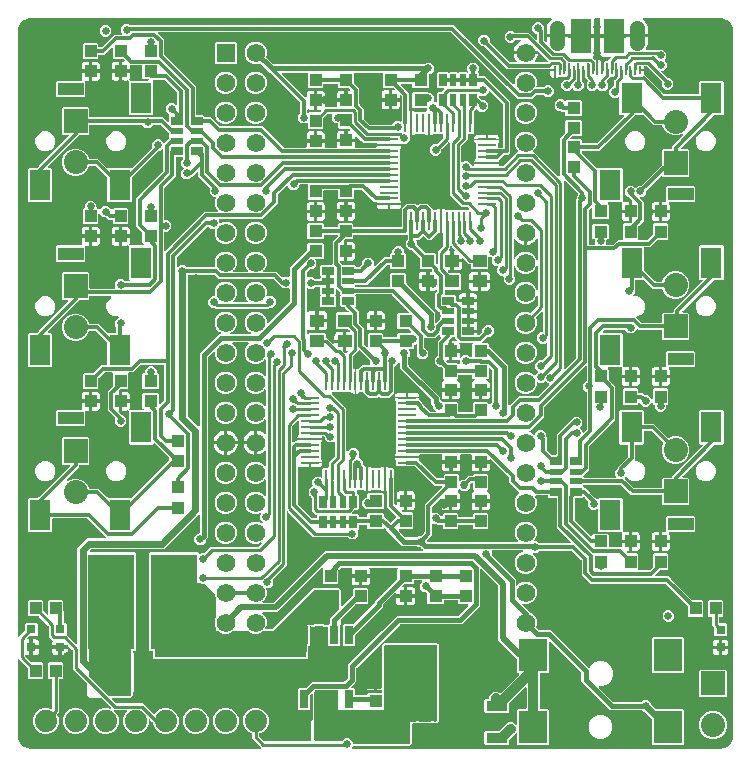
<source format=gbr>
G04 EAGLE Gerber RS-274X export*
G75*
%MOMM*%
%FSLAX34Y34*%
%LPD*%
%INTop Copper*%
%IPPOS*%
%AMOC8*
5,1,8,0,0,1.08239X$1,22.5*%
G01*
%ADD10R,1.000000X1.100000*%
%ADD11R,1.100000X1.000000*%
%ADD12R,1.557900X0.280000*%
%ADD13R,0.280000X1.557900*%
%ADD14C,1.879600*%
%ADD15R,0.700000X1.000000*%
%ADD16R,0.500000X1.000000*%
%ADD17R,0.800000X0.800000*%
%ADD18R,1.200000X1.100000*%
%ADD19R,1.000000X0.700000*%
%ADD20R,1.000000X0.500000*%
%ADD21R,1.800000X2.600000*%
%ADD22R,2.184400X1.066800*%
%ADD23C,0.635000*%
%ADD24R,1.560000X1.560000*%
%ADD25C,1.560000*%
%ADD26R,2.400000X2.800000*%
%ADD27R,2.800000X1.000000*%
%ADD28R,1.300000X1.500000*%
%ADD29R,3.900000X8.050000*%
%ADD30R,1.600000X2.700000*%
%ADD31R,1.802800X0.880200*%
%ADD32R,2.032000X2.032000*%
%ADD33C,2.032000*%
%ADD34R,0.650000X1.525000*%
%ADD35R,3.100000X2.400000*%
%ADD36R,0.230000X0.750000*%
%ADD37R,0.230000X1.000000*%
%ADD38R,1.800000X3.000000*%
%ADD39C,1.250000*%
%ADD40R,1.700000X1.800000*%
%ADD41C,0.304800*%
%ADD42C,0.654800*%
%ADD43C,0.203200*%
%ADD44C,0.228600*%
%ADD45C,0.660400*%
%ADD46C,3.556000*%
%ADD47C,0.704800*%
%ADD48C,0.254000*%
%ADD49C,0.406400*%
%ADD50C,0.609600*%
%ADD51C,0.508000*%
%ADD52C,0.685800*%
%ADD53C,0.812800*%

G36*
X244785Y53164D02*
X244785Y53164D01*
X244875Y53172D01*
X244905Y53184D01*
X244937Y53189D01*
X245018Y53232D01*
X245102Y53268D01*
X245134Y53294D01*
X245155Y53305D01*
X245177Y53328D01*
X245233Y53373D01*
X245456Y53596D01*
X247268Y55408D01*
X248068Y56208D01*
X250598Y58738D01*
X277630Y58738D01*
X277755Y58752D01*
X277882Y58759D01*
X277928Y58772D01*
X277976Y58778D01*
X278095Y58820D01*
X278216Y58855D01*
X278259Y58879D01*
X278304Y58895D01*
X278410Y58964D01*
X278521Y59025D01*
X278567Y59065D01*
X278597Y59084D01*
X278630Y59119D01*
X278707Y59184D01*
X280985Y61462D01*
X281064Y61561D01*
X281148Y61655D01*
X281172Y61697D01*
X281202Y61735D01*
X281256Y61849D01*
X281317Y61960D01*
X281330Y62007D01*
X281351Y62050D01*
X281377Y62174D01*
X281412Y62295D01*
X281417Y62356D01*
X281424Y62391D01*
X281423Y62439D01*
X281431Y62539D01*
X281431Y73249D01*
X282484Y74301D01*
X282484Y74302D01*
X309941Y101758D01*
X309941Y101759D01*
X322515Y114333D01*
X374316Y114333D01*
X374406Y114347D01*
X374497Y114355D01*
X374527Y114367D01*
X374559Y114372D01*
X374640Y114415D01*
X374724Y114451D01*
X374756Y114477D01*
X374777Y114488D01*
X374799Y114511D01*
X374855Y114556D01*
X383175Y122876D01*
X383217Y122934D01*
X383266Y122986D01*
X383288Y123033D01*
X383318Y123075D01*
X383339Y123144D01*
X383370Y123209D01*
X383375Y123261D01*
X383391Y123311D01*
X383389Y123382D01*
X383397Y123453D01*
X383386Y123504D01*
X383384Y123556D01*
X383360Y123624D01*
X383344Y123694D01*
X383318Y123738D01*
X383300Y123787D01*
X383255Y123843D01*
X383218Y123905D01*
X383179Y123939D01*
X383146Y123979D01*
X383086Y124018D01*
X383031Y124065D01*
X382983Y124084D01*
X382939Y124112D01*
X382870Y124130D01*
X382803Y124157D01*
X382732Y124165D01*
X382701Y124173D01*
X382677Y124171D01*
X382636Y124175D01*
X375368Y124175D01*
X374475Y125068D01*
X374475Y126882D01*
X374472Y126902D01*
X374474Y126921D01*
X374452Y127023D01*
X374436Y127125D01*
X374426Y127142D01*
X374422Y127162D01*
X374369Y127251D01*
X374320Y127342D01*
X374306Y127356D01*
X374296Y127373D01*
X374217Y127440D01*
X374142Y127512D01*
X374124Y127520D01*
X374109Y127533D01*
X374013Y127572D01*
X373919Y127615D01*
X373899Y127617D01*
X373881Y127625D01*
X373714Y127643D01*
X363386Y127643D01*
X363366Y127640D01*
X363347Y127642D01*
X363245Y127620D01*
X363143Y127604D01*
X363126Y127594D01*
X363106Y127590D01*
X363017Y127537D01*
X362926Y127488D01*
X362912Y127474D01*
X362895Y127464D01*
X362828Y127385D01*
X362756Y127310D01*
X362748Y127292D01*
X362735Y127277D01*
X362696Y127181D01*
X362653Y127087D01*
X362651Y127067D01*
X362643Y127049D01*
X362625Y126882D01*
X362625Y125568D01*
X361732Y124675D01*
X349468Y124675D01*
X348575Y125568D01*
X348575Y132879D01*
X348561Y132970D01*
X348553Y133060D01*
X348541Y133090D01*
X348536Y133122D01*
X348493Y133203D01*
X348457Y133287D01*
X348431Y133319D01*
X348420Y133340D01*
X348397Y133362D01*
X348352Y133418D01*
X347468Y134302D01*
X347394Y134355D01*
X347325Y134414D01*
X347295Y134427D01*
X347268Y134445D01*
X347182Y134472D01*
X347097Y134506D01*
X347056Y134511D01*
X347033Y134518D01*
X347001Y134517D01*
X346930Y134525D01*
X345124Y134525D01*
X342297Y137352D01*
X342297Y141351D01*
X344290Y143344D01*
X344332Y143402D01*
X344381Y143454D01*
X344403Y143501D01*
X344433Y143543D01*
X344454Y143612D01*
X344485Y143677D01*
X344490Y143729D01*
X344506Y143779D01*
X344504Y143850D01*
X344512Y143921D01*
X344501Y143972D01*
X344499Y144024D01*
X344475Y144092D01*
X344459Y144162D01*
X344433Y144207D01*
X344415Y144255D01*
X344370Y144311D01*
X344333Y144373D01*
X344294Y144407D01*
X344261Y144447D01*
X344201Y144486D01*
X344146Y144533D01*
X344098Y144552D01*
X344054Y144580D01*
X343985Y144598D01*
X343918Y144625D01*
X343847Y144633D01*
X343816Y144641D01*
X343792Y144639D01*
X343751Y144643D01*
X337986Y144643D01*
X337966Y144640D01*
X337947Y144642D01*
X337845Y144620D01*
X337743Y144604D01*
X337726Y144594D01*
X337706Y144590D01*
X337617Y144537D01*
X337526Y144488D01*
X337512Y144474D01*
X337495Y144464D01*
X337428Y144385D01*
X337356Y144310D01*
X337348Y144292D01*
X337335Y144277D01*
X337296Y144181D01*
X337253Y144087D01*
X337251Y144067D01*
X337243Y144049D01*
X337225Y143882D01*
X337225Y142568D01*
X336332Y141675D01*
X329021Y141675D01*
X328930Y141661D01*
X328840Y141653D01*
X328810Y141641D01*
X328778Y141636D01*
X328697Y141593D01*
X328613Y141557D01*
X328581Y141531D01*
X328560Y141520D01*
X328538Y141497D01*
X328482Y141452D01*
X327070Y140040D01*
X327028Y139982D01*
X326979Y139930D01*
X326957Y139883D01*
X326927Y139841D01*
X326906Y139772D01*
X326875Y139707D01*
X326870Y139655D01*
X326854Y139605D01*
X326856Y139534D01*
X326848Y139463D01*
X326859Y139412D01*
X326861Y139360D01*
X326885Y139292D01*
X326901Y139222D01*
X326927Y139178D01*
X326945Y139129D01*
X326990Y139073D01*
X327027Y139011D01*
X327066Y138977D01*
X327099Y138937D01*
X327159Y138898D01*
X327214Y138851D01*
X327262Y138832D01*
X327306Y138804D01*
X327375Y138786D01*
X327442Y138759D01*
X327513Y138751D01*
X327544Y138743D01*
X327568Y138745D01*
X327609Y138741D01*
X328677Y138741D01*
X328677Y132723D01*
X322159Y132723D01*
X322159Y133291D01*
X322148Y133362D01*
X322146Y133434D01*
X322128Y133483D01*
X322120Y133534D01*
X322086Y133598D01*
X322061Y133665D01*
X322029Y133706D01*
X322004Y133752D01*
X321952Y133801D01*
X321908Y133857D01*
X321864Y133885D01*
X321826Y133921D01*
X321761Y133951D01*
X321701Y133990D01*
X321650Y134003D01*
X321603Y134025D01*
X321532Y134033D01*
X321462Y134050D01*
X321410Y134046D01*
X321359Y134052D01*
X321288Y134036D01*
X321217Y134031D01*
X321169Y134011D01*
X321118Y133999D01*
X321057Y133963D01*
X320991Y133935D01*
X320935Y133890D01*
X320907Y133873D01*
X320892Y133855D01*
X320860Y133830D01*
X311374Y124344D01*
X311321Y124270D01*
X311261Y124200D01*
X311249Y124170D01*
X311230Y124144D01*
X311203Y124057D01*
X311169Y123972D01*
X311165Y123931D01*
X311158Y123909D01*
X311159Y123877D01*
X311151Y123805D01*
X311151Y122167D01*
X293439Y104455D01*
X287415Y98431D01*
X287192Y98208D01*
X287139Y98134D01*
X287079Y98064D01*
X287067Y98034D01*
X287048Y98008D01*
X287021Y97921D01*
X286987Y97836D01*
X286983Y97795D01*
X286976Y97773D01*
X286977Y97741D01*
X286969Y97669D01*
X286969Y89983D01*
X286076Y89090D01*
X278312Y89090D01*
X277419Y89983D01*
X277419Y106497D01*
X278312Y107390D01*
X285998Y107390D01*
X286089Y107404D01*
X286179Y107412D01*
X286209Y107424D01*
X286241Y107429D01*
X286322Y107472D01*
X286406Y107508D01*
X286438Y107534D01*
X286459Y107545D01*
X286481Y107568D01*
X286537Y107613D01*
X303814Y124890D01*
X303867Y124964D01*
X303927Y125034D01*
X303939Y125064D01*
X303958Y125090D01*
X303985Y125177D01*
X304019Y125262D01*
X304023Y125303D01*
X304030Y125325D01*
X304029Y125357D01*
X304037Y125429D01*
X304037Y127067D01*
X322952Y145982D01*
X323005Y146056D01*
X323065Y146126D01*
X323077Y146156D01*
X323096Y146182D01*
X323123Y146269D01*
X323157Y146354D01*
X323161Y146395D01*
X323168Y146417D01*
X323167Y146449D01*
X323175Y146521D01*
X323175Y153832D01*
X323267Y153924D01*
X323309Y153982D01*
X323359Y154034D01*
X323381Y154081D01*
X323411Y154123D01*
X323432Y154192D01*
X323462Y154257D01*
X323468Y154309D01*
X323483Y154359D01*
X323481Y154430D01*
X323489Y154501D01*
X323478Y154552D01*
X323477Y154604D01*
X323452Y154672D01*
X323437Y154742D01*
X323410Y154787D01*
X323393Y154835D01*
X323348Y154891D01*
X323311Y154953D01*
X323271Y154987D01*
X323239Y155027D01*
X323179Y155066D01*
X323124Y155113D01*
X323076Y155132D01*
X323032Y155160D01*
X322963Y155178D01*
X322896Y155205D01*
X322825Y155213D01*
X322793Y155221D01*
X322770Y155219D01*
X322729Y155223D01*
X300314Y155223D01*
X300198Y155204D01*
X300079Y155186D01*
X300076Y155184D01*
X300072Y155184D01*
X299967Y155128D01*
X299861Y155073D01*
X299858Y155070D01*
X299854Y155068D01*
X299773Y154983D01*
X299689Y154897D01*
X299688Y154893D01*
X299685Y154890D01*
X299635Y154783D01*
X299583Y154675D01*
X299583Y154671D01*
X299581Y154667D01*
X299568Y154549D01*
X299554Y154431D01*
X299554Y154426D01*
X299554Y154423D01*
X299557Y154409D01*
X299579Y154265D01*
X299641Y154034D01*
X299641Y149723D01*
X292862Y149723D01*
X292842Y149720D01*
X292823Y149722D01*
X292721Y149700D01*
X292619Y149683D01*
X292602Y149674D01*
X292582Y149670D01*
X292493Y149617D01*
X292402Y149568D01*
X292388Y149554D01*
X292371Y149544D01*
X292304Y149465D01*
X292233Y149390D01*
X292224Y149372D01*
X292211Y149357D01*
X292172Y149261D01*
X292129Y149167D01*
X292127Y149147D01*
X292119Y149129D01*
X292101Y148962D01*
X292101Y148199D01*
X292099Y148199D01*
X292099Y148962D01*
X292096Y148982D01*
X292098Y149001D01*
X292076Y149103D01*
X292059Y149205D01*
X292050Y149222D01*
X292046Y149242D01*
X291993Y149331D01*
X291944Y149422D01*
X291930Y149436D01*
X291920Y149453D01*
X291841Y149520D01*
X291766Y149591D01*
X291748Y149600D01*
X291733Y149613D01*
X291637Y149652D01*
X291543Y149695D01*
X291523Y149697D01*
X291505Y149705D01*
X291338Y149723D01*
X284559Y149723D01*
X284559Y154034D01*
X284621Y154265D01*
X284633Y154384D01*
X284646Y154501D01*
X284645Y154506D01*
X284645Y154510D01*
X284619Y154626D01*
X284594Y154742D01*
X284592Y154745D01*
X284591Y154749D01*
X284528Y154851D01*
X284468Y154953D01*
X284464Y154956D01*
X284462Y154959D01*
X284371Y155036D01*
X284281Y155113D01*
X284277Y155114D01*
X284274Y155117D01*
X284164Y155160D01*
X284052Y155205D01*
X284047Y155205D01*
X284044Y155207D01*
X284031Y155207D01*
X283886Y155223D01*
X275620Y155223D01*
X275530Y155209D01*
X275439Y155201D01*
X275409Y155189D01*
X275377Y155184D01*
X275296Y155141D01*
X275213Y155105D01*
X275180Y155079D01*
X275160Y155068D01*
X275138Y155045D01*
X275082Y155000D01*
X273448Y153366D01*
X273395Y153292D01*
X273335Y153223D01*
X273323Y153193D01*
X273304Y153167D01*
X273277Y153080D01*
X273243Y152995D01*
X273239Y152954D01*
X273232Y152932D01*
X273233Y152899D01*
X273225Y152828D01*
X273225Y142068D01*
X272332Y141175D01*
X261068Y141175D01*
X260175Y142068D01*
X260175Y154002D01*
X260164Y154072D01*
X260162Y154144D01*
X260144Y154193D01*
X260136Y154244D01*
X260102Y154308D01*
X260077Y154375D01*
X260045Y154416D01*
X260020Y154462D01*
X259968Y154511D01*
X259924Y154567D01*
X259880Y154595D01*
X259842Y154631D01*
X259777Y154661D01*
X259717Y154700D01*
X259666Y154713D01*
X259619Y154735D01*
X259548Y154743D01*
X259478Y154760D01*
X259426Y154756D01*
X259375Y154762D01*
X259304Y154747D01*
X259233Y154741D01*
X259185Y154721D01*
X259134Y154710D01*
X259073Y154673D01*
X259007Y154645D01*
X258951Y154600D01*
X258923Y154583D01*
X258908Y154566D01*
X258876Y154540D01*
X221770Y117434D01*
X209503Y117434D01*
X209432Y117422D01*
X209361Y117421D01*
X209312Y117403D01*
X209260Y117394D01*
X209197Y117361D01*
X209130Y117336D01*
X209089Y117304D01*
X209043Y117279D01*
X208993Y117227D01*
X208937Y117182D01*
X208909Y117139D01*
X208873Y117101D01*
X208843Y117036D01*
X208804Y116976D01*
X208792Y116925D01*
X208770Y116878D01*
X208762Y116807D01*
X208744Y116737D01*
X208748Y116685D01*
X208743Y116633D01*
X208758Y116563D01*
X208764Y116492D01*
X208784Y116444D01*
X208795Y116393D01*
X208832Y116331D01*
X208860Y116265D01*
X208905Y116209D01*
X208921Y116182D01*
X208939Y116167D01*
X208965Y116134D01*
X211105Y113994D01*
X212525Y110567D01*
X212525Y106857D01*
X211415Y104177D01*
X211406Y104139D01*
X211396Y104118D01*
X211396Y104114D01*
X211385Y104091D01*
X211376Y104014D01*
X211359Y103938D01*
X211363Y103892D01*
X211358Y103847D01*
X211374Y103770D01*
X211382Y103693D01*
X211400Y103651D01*
X211410Y103606D01*
X211450Y103539D01*
X211482Y103468D01*
X211513Y103434D01*
X211536Y103395D01*
X211595Y103344D01*
X211648Y103287D01*
X211688Y103265D01*
X211723Y103235D01*
X211795Y103206D01*
X211864Y103169D01*
X211909Y103160D01*
X211951Y103143D01*
X212087Y103128D01*
X212106Y103125D01*
X212111Y103126D01*
X212118Y103125D01*
X216862Y103125D01*
X216952Y103139D01*
X217043Y103147D01*
X217073Y103159D01*
X217105Y103164D01*
X217185Y103207D01*
X217269Y103243D01*
X217301Y103269D01*
X217322Y103280D01*
X217344Y103303D01*
X217349Y103306D01*
X217349Y103307D01*
X217350Y103307D01*
X217400Y103348D01*
X252229Y138177D01*
X260705Y138177D01*
X260795Y138191D01*
X260886Y138199D01*
X260916Y138211D01*
X260948Y138216D01*
X260963Y138225D01*
X272455Y138225D01*
X272528Y138195D01*
X272569Y138191D01*
X272591Y138184D01*
X272623Y138185D01*
X272695Y138177D01*
X273551Y138177D01*
X275337Y136391D01*
X275337Y123651D01*
X275348Y123580D01*
X275350Y123508D01*
X275368Y123459D01*
X275376Y123408D01*
X275410Y123344D01*
X275435Y123277D01*
X275467Y123236D01*
X275492Y123190D01*
X275544Y123141D01*
X275588Y123085D01*
X275632Y123057D01*
X275670Y123021D01*
X275735Y122991D01*
X275795Y122952D01*
X275846Y122939D01*
X275893Y122917D01*
X275964Y122909D01*
X276034Y122892D01*
X276086Y122896D01*
X276137Y122890D01*
X276208Y122906D01*
X276279Y122911D01*
X276327Y122931D01*
X276378Y122943D01*
X276439Y122979D01*
X276505Y123007D01*
X276561Y123052D01*
X276589Y123069D01*
X276604Y123087D01*
X276636Y123112D01*
X285352Y131828D01*
X285405Y131902D01*
X285465Y131972D01*
X285477Y132002D01*
X285496Y132028D01*
X285523Y132115D01*
X285557Y132200D01*
X285561Y132241D01*
X285568Y132263D01*
X285567Y132295D01*
X285575Y132367D01*
X285575Y137332D01*
X286468Y138225D01*
X297732Y138225D01*
X298625Y137332D01*
X298625Y125068D01*
X297732Y124175D01*
X288075Y124175D01*
X287984Y124161D01*
X287894Y124153D01*
X287864Y124141D01*
X287832Y124136D01*
X287751Y124093D01*
X287667Y124057D01*
X287635Y124031D01*
X287614Y124020D01*
X287592Y123997D01*
X287536Y123952D01*
X275560Y111976D01*
X275507Y111902D01*
X275447Y111832D01*
X275435Y111802D01*
X275416Y111776D01*
X275389Y111689D01*
X275355Y111604D01*
X275351Y111563D01*
X275344Y111541D01*
X275345Y111509D01*
X275337Y111437D01*
X275337Y107195D01*
X274492Y106350D01*
X274439Y106276D01*
X274379Y106207D01*
X274367Y106177D01*
X274348Y106150D01*
X274321Y106063D01*
X274287Y105979D01*
X274283Y105938D01*
X274276Y105915D01*
X274277Y105883D01*
X274269Y105812D01*
X274269Y89983D01*
X273376Y89090D01*
X265612Y89090D01*
X264719Y89983D01*
X264719Y104648D01*
X264716Y104668D01*
X264718Y104687D01*
X264696Y104789D01*
X264680Y104891D01*
X264670Y104908D01*
X264666Y104928D01*
X264613Y105017D01*
X264564Y105108D01*
X264550Y105122D01*
X264540Y105139D01*
X264461Y105206D01*
X264386Y105278D01*
X264368Y105286D01*
X264353Y105299D01*
X264257Y105338D01*
X264163Y105381D01*
X264143Y105383D01*
X264125Y105391D01*
X263958Y105409D01*
X263346Y105409D01*
X263326Y105406D01*
X263307Y105408D01*
X263205Y105386D01*
X263103Y105370D01*
X263086Y105360D01*
X263066Y105356D01*
X262977Y105303D01*
X262886Y105254D01*
X262872Y105240D01*
X262855Y105230D01*
X262788Y105151D01*
X262716Y105076D01*
X262708Y105058D01*
X262695Y105043D01*
X262656Y104947D01*
X262635Y104901D01*
X250958Y104901D01*
X250954Y104908D01*
X250950Y104928D01*
X250897Y105017D01*
X250848Y105108D01*
X250834Y105122D01*
X250824Y105139D01*
X250745Y105206D01*
X250670Y105278D01*
X250652Y105286D01*
X250637Y105299D01*
X250541Y105338D01*
X250447Y105381D01*
X250427Y105383D01*
X250409Y105391D01*
X250242Y105409D01*
X249630Y105409D01*
X249610Y105406D01*
X249591Y105408D01*
X249489Y105386D01*
X249387Y105370D01*
X249370Y105360D01*
X249350Y105356D01*
X249261Y105303D01*
X249170Y105254D01*
X249156Y105240D01*
X249139Y105230D01*
X249072Y105151D01*
X249000Y105076D01*
X248992Y105058D01*
X248979Y105043D01*
X248940Y104947D01*
X248897Y104853D01*
X248895Y104833D01*
X248887Y104815D01*
X248869Y104648D01*
X248869Y89983D01*
X248128Y89242D01*
X248075Y89168D01*
X248015Y89099D01*
X248003Y89069D01*
X247984Y89043D01*
X247957Y88956D01*
X247923Y88871D01*
X247919Y88830D01*
X247912Y88808D01*
X247913Y88775D01*
X247905Y88704D01*
X247905Y86422D01*
X247905Y77723D01*
X244905Y77723D01*
X244845Y77774D01*
X244770Y77846D01*
X244752Y77854D01*
X244737Y77867D01*
X244641Y77906D01*
X244547Y77949D01*
X244527Y77951D01*
X244509Y77959D01*
X244342Y77977D01*
X119790Y77977D01*
X119770Y77974D01*
X119751Y77976D01*
X119649Y77954D01*
X119547Y77938D01*
X119530Y77928D01*
X119510Y77924D01*
X119421Y77871D01*
X119330Y77822D01*
X119316Y77808D01*
X119299Y77798D01*
X119235Y77723D01*
X116331Y77723D01*
X116331Y83194D01*
X116328Y83220D01*
X116330Y83246D01*
X116324Y83287D01*
X116331Y83350D01*
X116331Y83956D01*
X116328Y83976D01*
X116330Y83995D01*
X116308Y84097D01*
X116292Y84199D01*
X116282Y84216D01*
X116278Y84236D01*
X116225Y84325D01*
X116176Y84416D01*
X116162Y84430D01*
X116152Y84447D01*
X116073Y84514D01*
X115998Y84586D01*
X115980Y84594D01*
X115965Y84607D01*
X115869Y84646D01*
X115775Y84689D01*
X115755Y84691D01*
X115737Y84699D01*
X115570Y84717D01*
X113810Y84717D01*
X112917Y85610D01*
X112917Y167374D01*
X113810Y168267D01*
X154074Y168267D01*
X155016Y167324D01*
X155040Y167279D01*
X155065Y167211D01*
X155097Y167171D01*
X155122Y167125D01*
X155173Y167075D01*
X155218Y167019D01*
X155262Y166991D01*
X155300Y166955D01*
X155365Y166925D01*
X155425Y166886D01*
X155476Y166874D01*
X155523Y166852D01*
X155594Y166844D01*
X155664Y166826D01*
X155716Y166830D01*
X155767Y166825D01*
X155838Y166840D01*
X155909Y166845D01*
X155957Y166866D01*
X156008Y166877D01*
X156069Y166914D01*
X156135Y166942D01*
X156191Y166987D01*
X156219Y167003D01*
X156234Y167021D01*
X156266Y167047D01*
X156640Y167421D01*
X159159Y167421D01*
X159249Y167435D01*
X159340Y167443D01*
X159370Y167455D01*
X159402Y167460D01*
X159483Y167503D01*
X159566Y167539D01*
X159599Y167565D01*
X159619Y167576D01*
X159641Y167599D01*
X159697Y167644D01*
X165090Y173037D01*
X205599Y173037D01*
X205689Y173051D01*
X205780Y173059D01*
X205810Y173071D01*
X205842Y173076D01*
X205922Y173119D01*
X206006Y173155D01*
X206038Y173181D01*
X206059Y173192D01*
X206081Y173215D01*
X206137Y173260D01*
X208170Y175292D01*
X208227Y175371D01*
X208289Y175447D01*
X208298Y175471D01*
X208314Y175492D01*
X208342Y175585D01*
X208377Y175676D01*
X208378Y175702D01*
X208386Y175727D01*
X208383Y175825D01*
X208388Y175922D01*
X208380Y175947D01*
X208380Y175973D01*
X208346Y176065D01*
X208319Y176158D01*
X208304Y176180D01*
X208295Y176204D01*
X208234Y176280D01*
X208179Y176360D01*
X208158Y176376D01*
X208141Y176396D01*
X208059Y176449D01*
X207981Y176507D01*
X207957Y176515D01*
X207935Y176529D01*
X207840Y176553D01*
X207748Y176583D01*
X207721Y176583D01*
X207696Y176589D01*
X207599Y176582D01*
X207502Y176581D01*
X207470Y176572D01*
X207451Y176570D01*
X207421Y176557D01*
X207341Y176534D01*
X205055Y175587D01*
X201345Y175587D01*
X197918Y177007D01*
X195295Y179630D01*
X193875Y183057D01*
X193875Y186767D01*
X195295Y190194D01*
X197918Y192817D01*
X201345Y194237D01*
X205055Y194237D01*
X208505Y192807D01*
X208600Y192785D01*
X208693Y192757D01*
X208719Y192757D01*
X208745Y192751D01*
X208842Y192760D01*
X208939Y192763D01*
X208964Y192772D01*
X208990Y192774D01*
X209079Y192814D01*
X209170Y192847D01*
X209190Y192864D01*
X209214Y192874D01*
X209286Y192940D01*
X209362Y193001D01*
X209376Y193023D01*
X209395Y193041D01*
X209442Y193126D01*
X209495Y193208D01*
X209501Y193233D01*
X209514Y193256D01*
X209531Y193352D01*
X209555Y193447D01*
X209553Y193473D01*
X209558Y193498D01*
X209544Y193595D01*
X209536Y193692D01*
X209526Y193716D01*
X209522Y193742D01*
X209478Y193829D01*
X209440Y193918D01*
X209419Y193944D01*
X209410Y193961D01*
X209387Y193984D01*
X209335Y194049D01*
X207263Y196121D01*
X207263Y200119D01*
X207600Y200457D01*
X207657Y200536D01*
X207719Y200611D01*
X207729Y200635D01*
X207744Y200656D01*
X207773Y200749D01*
X207808Y200840D01*
X207809Y200866D01*
X207816Y200891D01*
X207814Y200989D01*
X207818Y201086D01*
X207811Y201111D01*
X207810Y201137D01*
X207777Y201229D01*
X207749Y201322D01*
X207735Y201344D01*
X207726Y201368D01*
X207665Y201444D01*
X207609Y201524D01*
X207588Y201540D01*
X207572Y201560D01*
X207490Y201613D01*
X207412Y201671D01*
X207387Y201679D01*
X207365Y201693D01*
X207270Y201717D01*
X207178Y201747D01*
X207152Y201747D01*
X207126Y201753D01*
X207029Y201746D01*
X206932Y201745D01*
X206901Y201736D01*
X206881Y201734D01*
X206851Y201721D01*
X206771Y201698D01*
X205055Y200987D01*
X201345Y200987D01*
X197918Y202407D01*
X195295Y205030D01*
X193875Y208457D01*
X193875Y212167D01*
X195295Y215594D01*
X197918Y218217D01*
X201345Y219637D01*
X205055Y219637D01*
X208482Y218217D01*
X210462Y216237D01*
X210520Y216196D01*
X210572Y216146D01*
X210619Y216124D01*
X210661Y216094D01*
X210730Y216073D01*
X210795Y216043D01*
X210847Y216037D01*
X210897Y216022D01*
X210968Y216023D01*
X211039Y216015D01*
X211090Y216027D01*
X211142Y216028D01*
X211210Y216053D01*
X211280Y216068D01*
X211325Y216094D01*
X211373Y216112D01*
X211429Y216157D01*
X211491Y216194D01*
X211525Y216233D01*
X211565Y216266D01*
X211604Y216326D01*
X211651Y216381D01*
X211670Y216429D01*
X211698Y216473D01*
X211716Y216542D01*
X211743Y216609D01*
X211751Y216680D01*
X211759Y216711D01*
X211757Y216735D01*
X211761Y216776D01*
X211761Y229248D01*
X211750Y229319D01*
X211748Y229391D01*
X211730Y229440D01*
X211722Y229491D01*
X211688Y229554D01*
X211663Y229622D01*
X211631Y229662D01*
X211606Y229708D01*
X211554Y229758D01*
X211510Y229814D01*
X211466Y229842D01*
X211428Y229878D01*
X211363Y229908D01*
X211303Y229947D01*
X211252Y229959D01*
X211205Y229981D01*
X211134Y229989D01*
X211064Y230007D01*
X211012Y230003D01*
X210961Y230009D01*
X210890Y229993D01*
X210819Y229988D01*
X210771Y229967D01*
X210720Y229956D01*
X210659Y229919D01*
X210593Y229891D01*
X210537Y229847D01*
X210509Y229830D01*
X210494Y229812D01*
X210462Y229787D01*
X208482Y227807D01*
X205055Y226387D01*
X201345Y226387D01*
X197918Y227807D01*
X195295Y230430D01*
X193875Y233857D01*
X193875Y237567D01*
X195295Y240994D01*
X197918Y243617D01*
X201345Y245037D01*
X205055Y245037D01*
X208482Y243617D01*
X210462Y241637D01*
X210520Y241596D01*
X210572Y241546D01*
X210619Y241524D01*
X210661Y241494D01*
X210730Y241473D01*
X210795Y241443D01*
X210847Y241437D01*
X210897Y241422D01*
X210968Y241423D01*
X211039Y241415D01*
X211090Y241427D01*
X211142Y241428D01*
X211210Y241453D01*
X211280Y241468D01*
X211325Y241494D01*
X211373Y241512D01*
X211429Y241557D01*
X211491Y241594D01*
X211525Y241633D01*
X211565Y241666D01*
X211604Y241726D01*
X211651Y241781D01*
X211670Y241829D01*
X211698Y241873D01*
X211716Y241942D01*
X211743Y242009D01*
X211751Y242080D01*
X211759Y242111D01*
X211757Y242135D01*
X211761Y242176D01*
X211761Y253211D01*
X211750Y253282D01*
X211748Y253354D01*
X211730Y253403D01*
X211722Y253454D01*
X211688Y253518D01*
X211663Y253585D01*
X211631Y253626D01*
X211606Y253672D01*
X211554Y253721D01*
X211510Y253777D01*
X211466Y253805D01*
X211428Y253841D01*
X211363Y253871D01*
X211303Y253910D01*
X211252Y253923D01*
X211205Y253945D01*
X211134Y253953D01*
X211064Y253970D01*
X211012Y253966D01*
X210961Y253972D01*
X210890Y253956D01*
X210819Y253951D01*
X210771Y253931D01*
X210720Y253919D01*
X210659Y253883D01*
X210593Y253855D01*
X210537Y253810D01*
X210509Y253793D01*
X210494Y253776D01*
X210462Y253750D01*
X209937Y253225D01*
X208620Y252268D01*
X207170Y251529D01*
X205621Y251026D01*
X204723Y250884D01*
X204723Y260350D01*
X204720Y260370D01*
X204722Y260389D01*
X204700Y260491D01*
X204683Y260593D01*
X204674Y260610D01*
X204670Y260630D01*
X204617Y260719D01*
X204568Y260810D01*
X204554Y260824D01*
X204544Y260841D01*
X204465Y260908D01*
X204390Y260979D01*
X204372Y260988D01*
X204357Y261001D01*
X204261Y261039D01*
X204167Y261083D01*
X204147Y261085D01*
X204129Y261093D01*
X203962Y261111D01*
X203199Y261111D01*
X203199Y261113D01*
X203962Y261113D01*
X203982Y261116D01*
X204001Y261114D01*
X204103Y261136D01*
X204205Y261153D01*
X204222Y261162D01*
X204242Y261166D01*
X204331Y261219D01*
X204422Y261268D01*
X204436Y261282D01*
X204453Y261292D01*
X204520Y261371D01*
X204591Y261446D01*
X204600Y261464D01*
X204613Y261479D01*
X204652Y261575D01*
X204695Y261669D01*
X204697Y261689D01*
X204705Y261707D01*
X204723Y261874D01*
X204723Y271340D01*
X205621Y271198D01*
X207170Y270695D01*
X208620Y269956D01*
X209937Y268999D01*
X210462Y268474D01*
X210520Y268432D01*
X210572Y268383D01*
X210619Y268361D01*
X210661Y268331D01*
X210730Y268310D01*
X210795Y268279D01*
X210847Y268274D01*
X210897Y268258D01*
X210968Y268260D01*
X211039Y268252D01*
X211090Y268263D01*
X211142Y268265D01*
X211210Y268289D01*
X211280Y268305D01*
X211325Y268331D01*
X211373Y268349D01*
X211429Y268394D01*
X211491Y268431D01*
X211525Y268470D01*
X211565Y268503D01*
X211604Y268563D01*
X211651Y268618D01*
X211670Y268666D01*
X211698Y268710D01*
X211716Y268779D01*
X211743Y268846D01*
X211751Y268917D01*
X211759Y268948D01*
X211757Y268972D01*
X211761Y269013D01*
X211761Y280048D01*
X211750Y280119D01*
X211748Y280191D01*
X211730Y280240D01*
X211722Y280291D01*
X211688Y280354D01*
X211663Y280422D01*
X211631Y280462D01*
X211606Y280508D01*
X211554Y280558D01*
X211510Y280614D01*
X211466Y280642D01*
X211428Y280678D01*
X211363Y280708D01*
X211303Y280747D01*
X211252Y280759D01*
X211205Y280781D01*
X211134Y280789D01*
X211064Y280807D01*
X211012Y280803D01*
X210961Y280809D01*
X210890Y280793D01*
X210819Y280788D01*
X210771Y280767D01*
X210720Y280756D01*
X210659Y280719D01*
X210593Y280691D01*
X210537Y280647D01*
X210509Y280630D01*
X210494Y280612D01*
X210462Y280587D01*
X208482Y278607D01*
X205055Y277187D01*
X201345Y277187D01*
X197918Y278607D01*
X195295Y281230D01*
X193875Y284657D01*
X193875Y288367D01*
X195295Y291794D01*
X197918Y294417D01*
X201345Y295837D01*
X205055Y295837D01*
X208482Y294417D01*
X210462Y292437D01*
X210520Y292396D01*
X210572Y292346D01*
X210619Y292324D01*
X210661Y292294D01*
X210730Y292273D01*
X210795Y292243D01*
X210847Y292237D01*
X210897Y292222D01*
X210968Y292223D01*
X211039Y292215D01*
X211090Y292227D01*
X211142Y292228D01*
X211210Y292253D01*
X211280Y292268D01*
X211325Y292294D01*
X211373Y292312D01*
X211429Y292357D01*
X211491Y292394D01*
X211525Y292433D01*
X211565Y292466D01*
X211604Y292526D01*
X211651Y292581D01*
X211670Y292629D01*
X211698Y292673D01*
X211716Y292742D01*
X211743Y292809D01*
X211751Y292880D01*
X211759Y292911D01*
X211757Y292935D01*
X211761Y292976D01*
X211761Y305448D01*
X211750Y305519D01*
X211748Y305591D01*
X211730Y305640D01*
X211722Y305691D01*
X211688Y305754D01*
X211663Y305822D01*
X211631Y305862D01*
X211606Y305908D01*
X211554Y305958D01*
X211510Y306014D01*
X211466Y306042D01*
X211428Y306078D01*
X211363Y306108D01*
X211303Y306147D01*
X211252Y306159D01*
X211205Y306181D01*
X211134Y306189D01*
X211064Y306207D01*
X211012Y306203D01*
X210961Y306209D01*
X210890Y306193D01*
X210819Y306188D01*
X210771Y306167D01*
X210720Y306156D01*
X210659Y306119D01*
X210593Y306091D01*
X210537Y306047D01*
X210509Y306030D01*
X210494Y306012D01*
X210462Y305987D01*
X208482Y304007D01*
X205055Y302587D01*
X201345Y302587D01*
X197918Y304007D01*
X195295Y306630D01*
X193875Y310057D01*
X193875Y313767D01*
X195295Y317194D01*
X197918Y319817D01*
X201345Y321237D01*
X205055Y321237D01*
X208482Y319817D01*
X210462Y317837D01*
X210520Y317796D01*
X210572Y317746D01*
X210619Y317724D01*
X210661Y317694D01*
X210730Y317673D01*
X210795Y317643D01*
X210847Y317637D01*
X210897Y317622D01*
X210968Y317623D01*
X211039Y317615D01*
X211090Y317627D01*
X211142Y317628D01*
X211210Y317653D01*
X211280Y317668D01*
X211325Y317694D01*
X211373Y317712D01*
X211429Y317757D01*
X211491Y317794D01*
X211525Y317833D01*
X211565Y317866D01*
X211604Y317926D01*
X211651Y317981D01*
X211670Y318029D01*
X211698Y318073D01*
X211716Y318142D01*
X211743Y318209D01*
X211751Y318280D01*
X211759Y318311D01*
X211757Y318335D01*
X211761Y318376D01*
X211761Y330848D01*
X211750Y330919D01*
X211748Y330991D01*
X211730Y331040D01*
X211722Y331091D01*
X211688Y331154D01*
X211663Y331222D01*
X211631Y331262D01*
X211606Y331308D01*
X211554Y331358D01*
X211510Y331414D01*
X211466Y331442D01*
X211428Y331478D01*
X211363Y331508D01*
X211303Y331547D01*
X211252Y331559D01*
X211205Y331581D01*
X211134Y331589D01*
X211064Y331607D01*
X211012Y331603D01*
X210961Y331609D01*
X210890Y331593D01*
X210819Y331588D01*
X210771Y331567D01*
X210720Y331556D01*
X210659Y331519D01*
X210593Y331491D01*
X210537Y331447D01*
X210509Y331430D01*
X210494Y331412D01*
X210462Y331387D01*
X208482Y329407D01*
X205055Y327987D01*
X201345Y327987D01*
X197918Y329407D01*
X195295Y332030D01*
X193875Y335457D01*
X193875Y339167D01*
X195295Y342594D01*
X197263Y344562D01*
X197304Y344620D01*
X197354Y344672D01*
X197376Y344719D01*
X197406Y344761D01*
X197427Y344830D01*
X197457Y344895D01*
X197463Y344947D01*
X197478Y344997D01*
X197477Y345068D01*
X197485Y345139D01*
X197473Y345190D01*
X197472Y345242D01*
X197447Y345310D01*
X197432Y345380D01*
X197406Y345425D01*
X197388Y345473D01*
X197343Y345529D01*
X197306Y345591D01*
X197267Y345625D01*
X197234Y345665D01*
X197174Y345704D01*
X197119Y345751D01*
X197071Y345770D01*
X197027Y345798D01*
X196958Y345816D01*
X196891Y345843D01*
X196820Y345851D01*
X196789Y345859D01*
X196765Y345857D01*
X196724Y345861D01*
X184264Y345861D01*
X184193Y345850D01*
X184121Y345848D01*
X184072Y345830D01*
X184021Y345822D01*
X183958Y345788D01*
X183890Y345763D01*
X183850Y345731D01*
X183804Y345706D01*
X183754Y345654D01*
X183698Y345610D01*
X183670Y345566D01*
X183634Y345528D01*
X183604Y345463D01*
X183565Y345403D01*
X183553Y345352D01*
X183531Y345305D01*
X183523Y345234D01*
X183505Y345164D01*
X183509Y345112D01*
X183503Y345061D01*
X183519Y344990D01*
X183524Y344919D01*
X183545Y344871D01*
X183556Y344820D01*
X183593Y344759D01*
X183621Y344693D01*
X183665Y344637D01*
X183682Y344609D01*
X183700Y344594D01*
X183725Y344562D01*
X185705Y342582D01*
X187125Y339155D01*
X187125Y335445D01*
X185705Y332018D01*
X183082Y329395D01*
X179655Y327975D01*
X175945Y327975D01*
X172518Y329395D01*
X169895Y332018D01*
X168475Y335445D01*
X168475Y337167D01*
X168464Y337238D01*
X168462Y337310D01*
X168444Y337359D01*
X168436Y337410D01*
X168402Y337473D01*
X168377Y337541D01*
X168345Y337581D01*
X168320Y337627D01*
X168268Y337677D01*
X168224Y337733D01*
X168180Y337761D01*
X168142Y337797D01*
X168077Y337827D01*
X168017Y337866D01*
X167966Y337878D01*
X167919Y337900D01*
X167848Y337908D01*
X167778Y337926D01*
X167726Y337922D01*
X167675Y337928D01*
X167604Y337912D01*
X167533Y337907D01*
X167485Y337886D01*
X167434Y337875D01*
X167373Y337838D01*
X167307Y337810D01*
X167251Y337766D01*
X167223Y337749D01*
X167208Y337731D01*
X167176Y337706D01*
X163112Y333642D01*
X163059Y333568D01*
X162999Y333498D01*
X162987Y333468D01*
X162968Y333442D01*
X162941Y333355D01*
X162907Y333270D01*
X162903Y333229D01*
X162896Y333207D01*
X162897Y333175D01*
X162889Y333103D01*
X162889Y180719D01*
X161260Y179090D01*
X161207Y179016D01*
X161147Y178946D01*
X161135Y178916D01*
X161116Y178890D01*
X161089Y178803D01*
X161055Y178718D01*
X161051Y178677D01*
X161044Y178655D01*
X161045Y178623D01*
X161037Y178551D01*
X161037Y177071D01*
X158209Y174243D01*
X154211Y174243D01*
X151383Y177071D01*
X151383Y181069D01*
X154211Y183897D01*
X155014Y183897D01*
X155034Y183900D01*
X155053Y183898D01*
X155155Y183920D01*
X155257Y183936D01*
X155274Y183946D01*
X155294Y183950D01*
X155383Y184003D01*
X155474Y184052D01*
X155488Y184066D01*
X155505Y184076D01*
X155572Y184155D01*
X155644Y184230D01*
X155652Y184248D01*
X155665Y184263D01*
X155704Y184359D01*
X155747Y184453D01*
X155749Y184473D01*
X155757Y184491D01*
X155775Y184658D01*
X155775Y199475D01*
X155764Y199546D01*
X155762Y199617D01*
X155744Y199666D01*
X155736Y199718D01*
X155702Y199781D01*
X155677Y199848D01*
X155645Y199889D01*
X155620Y199935D01*
X155568Y199984D01*
X155524Y200040D01*
X155480Y200068D01*
X155442Y200104D01*
X155377Y200135D01*
X155317Y200173D01*
X155266Y200186D01*
X155219Y200208D01*
X155148Y200216D01*
X155078Y200233D01*
X155026Y200229D01*
X154975Y200235D01*
X154904Y200220D01*
X154833Y200214D01*
X154785Y200194D01*
X154734Y200183D01*
X154673Y200146D01*
X154607Y200118D01*
X154551Y200073D01*
X154523Y200057D01*
X154508Y200039D01*
X154476Y200013D01*
X153475Y199013D01*
X153475Y199012D01*
X128306Y173843D01*
X128305Y173843D01*
X125404Y170941D01*
X64439Y170941D01*
X64350Y170927D01*
X64258Y170919D01*
X64229Y170907D01*
X64197Y170902D01*
X64116Y170859D01*
X64032Y170823D01*
X64000Y170797D01*
X63979Y170786D01*
X63957Y170763D01*
X63901Y170718D01*
X62749Y169566D01*
X62707Y169508D01*
X62658Y169456D01*
X62636Y169409D01*
X62606Y169367D01*
X62584Y169298D01*
X62554Y169233D01*
X62549Y169181D01*
X62533Y169131D01*
X62535Y169060D01*
X62527Y168989D01*
X62538Y168938D01*
X62540Y168886D01*
X62564Y168818D01*
X62579Y168748D01*
X62606Y168703D01*
X62624Y168655D01*
X62669Y168599D01*
X62706Y168537D01*
X62745Y168503D01*
X62778Y168463D01*
X62838Y168424D01*
X62892Y168377D01*
X62941Y168358D01*
X62985Y168330D01*
X63054Y168312D01*
X63121Y168285D01*
X63192Y168277D01*
X63223Y168269D01*
X63246Y168271D01*
X63287Y168267D01*
X101074Y168267D01*
X101967Y167374D01*
X101967Y85610D01*
X101074Y84717D01*
X100330Y84717D01*
X100310Y84714D01*
X100291Y84716D01*
X100189Y84694D01*
X100087Y84678D01*
X100070Y84668D01*
X100050Y84664D01*
X99961Y84611D01*
X99870Y84562D01*
X99856Y84548D01*
X99839Y84538D01*
X99772Y84459D01*
X99700Y84384D01*
X99692Y84366D01*
X99679Y84351D01*
X99640Y84255D01*
X99597Y84161D01*
X99595Y84141D01*
X99587Y84123D01*
X99569Y83956D01*
X99569Y83350D01*
X99571Y83334D01*
X99570Y83320D01*
X99570Y83317D01*
X99570Y83311D01*
X99592Y83209D01*
X99608Y83107D01*
X99618Y83090D01*
X99622Y83070D01*
X99675Y82981D01*
X99724Y82890D01*
X99738Y82876D01*
X99748Y82859D01*
X99827Y82792D01*
X99902Y82720D01*
X99920Y82712D01*
X99935Y82699D01*
X100031Y82660D01*
X100077Y82639D01*
X100077Y50462D01*
X100070Y50458D01*
X100050Y50454D01*
X99961Y50401D01*
X99870Y50352D01*
X99856Y50338D01*
X99839Y50328D01*
X99772Y50249D01*
X99700Y50174D01*
X99692Y50156D01*
X99679Y50141D01*
X99640Y50045D01*
X99597Y49951D01*
X99595Y49931D01*
X99587Y49913D01*
X99569Y49746D01*
X99569Y46997D01*
X97783Y45211D01*
X82164Y45211D01*
X82093Y45200D01*
X82021Y45198D01*
X81972Y45180D01*
X81921Y45172D01*
X81857Y45138D01*
X81790Y45113D01*
X81749Y45081D01*
X81703Y45056D01*
X81654Y45004D01*
X81598Y44960D01*
X81570Y44916D01*
X81534Y44878D01*
X81504Y44813D01*
X81465Y44753D01*
X81452Y44702D01*
X81430Y44655D01*
X81423Y44584D01*
X81405Y44514D01*
X81409Y44462D01*
X81403Y44411D01*
X81419Y44340D01*
X81424Y44269D01*
X81445Y44221D01*
X81456Y44170D01*
X81492Y44109D01*
X81520Y44043D01*
X81565Y43987D01*
X81582Y43959D01*
X81600Y43944D01*
X81625Y43912D01*
X84927Y40610D01*
X85001Y40557D01*
X85071Y40497D01*
X85101Y40485D01*
X85127Y40466D01*
X85214Y40439D01*
X85299Y40405D01*
X85340Y40401D01*
X85362Y40394D01*
X85394Y40395D01*
X85466Y40387D01*
X107808Y40387D01*
X109668Y38527D01*
X116635Y31559D01*
X116652Y31547D01*
X116664Y31532D01*
X116751Y31476D01*
X116835Y31416D01*
X116854Y31410D01*
X116871Y31399D01*
X116971Y31374D01*
X117070Y31343D01*
X117090Y31344D01*
X117109Y31339D01*
X117212Y31347D01*
X117316Y31350D01*
X117335Y31356D01*
X117355Y31358D01*
X117450Y31398D01*
X117547Y31434D01*
X117563Y31446D01*
X117581Y31454D01*
X117712Y31559D01*
X118251Y32098D01*
X120813Y34660D01*
X124827Y36323D01*
X129173Y36323D01*
X133187Y34660D01*
X136260Y31587D01*
X136644Y30659D01*
X137923Y27573D01*
X137923Y23227D01*
X136260Y19213D01*
X133187Y16140D01*
X129173Y14477D01*
X124827Y14477D01*
X120813Y16140D01*
X117740Y19213D01*
X116077Y23227D01*
X116077Y23897D01*
X116063Y23987D01*
X116055Y24078D01*
X116043Y24108D01*
X116038Y24140D01*
X115995Y24221D01*
X115959Y24305D01*
X115933Y24337D01*
X115922Y24357D01*
X115899Y24380D01*
X115854Y24435D01*
X113822Y26468D01*
X113764Y26509D01*
X113712Y26559D01*
X113665Y26581D01*
X113623Y26611D01*
X113554Y26632D01*
X113489Y26662D01*
X113437Y26668D01*
X113387Y26683D01*
X113316Y26682D01*
X113245Y26689D01*
X113194Y26678D01*
X113142Y26677D01*
X113074Y26652D01*
X113004Y26637D01*
X112960Y26611D01*
X112911Y26593D01*
X112855Y26548D01*
X112793Y26511D01*
X112759Y26471D01*
X112719Y26439D01*
X112680Y26379D01*
X112633Y26324D01*
X112614Y26276D01*
X112586Y26232D01*
X112568Y26163D01*
X112541Y26096D01*
X112533Y26025D01*
X112525Y25993D01*
X112527Y25970D01*
X112523Y25929D01*
X112523Y23227D01*
X110860Y19213D01*
X107787Y16140D01*
X103773Y14477D01*
X99427Y14477D01*
X95413Y16140D01*
X92340Y19213D01*
X90677Y23227D01*
X90677Y27573D01*
X92340Y31587D01*
X94251Y33498D01*
X94293Y33556D01*
X94342Y33608D01*
X94364Y33655D01*
X94394Y33697D01*
X94415Y33766D01*
X94446Y33831D01*
X94451Y33883D01*
X94467Y33933D01*
X94465Y34004D01*
X94473Y34075D01*
X94462Y34126D01*
X94460Y34178D01*
X94436Y34246D01*
X94420Y34316D01*
X94394Y34361D01*
X94376Y34409D01*
X94331Y34465D01*
X94294Y34527D01*
X94255Y34561D01*
X94222Y34601D01*
X94162Y34640D01*
X94107Y34687D01*
X94059Y34706D01*
X94015Y34734D01*
X93946Y34752D01*
X93879Y34779D01*
X93808Y34787D01*
X93777Y34795D01*
X93753Y34793D01*
X93712Y34797D01*
X84088Y34797D01*
X84017Y34786D01*
X83945Y34784D01*
X83896Y34766D01*
X83845Y34758D01*
X83782Y34724D01*
X83714Y34699D01*
X83674Y34667D01*
X83627Y34642D01*
X83578Y34590D01*
X83522Y34546D01*
X83494Y34502D01*
X83458Y34464D01*
X83428Y34399D01*
X83389Y34339D01*
X83376Y34288D01*
X83354Y34241D01*
X83347Y34170D01*
X83329Y34100D01*
X83333Y34048D01*
X83327Y33997D01*
X83343Y33926D01*
X83348Y33855D01*
X83369Y33807D01*
X83380Y33756D01*
X83416Y33695D01*
X83445Y33629D01*
X83489Y33573D01*
X83506Y33545D01*
X83524Y33530D01*
X83549Y33498D01*
X85460Y31587D01*
X87123Y27573D01*
X87123Y23227D01*
X85460Y19213D01*
X82387Y16140D01*
X78373Y14477D01*
X74027Y14477D01*
X70013Y16140D01*
X66940Y19213D01*
X65277Y23227D01*
X65277Y27573D01*
X66940Y31587D01*
X70013Y34660D01*
X74027Y36323D01*
X78373Y36323D01*
X79851Y35711D01*
X79945Y35688D01*
X80038Y35660D01*
X80065Y35660D01*
X80090Y35654D01*
X80187Y35664D01*
X80284Y35666D01*
X80309Y35675D01*
X80335Y35677D01*
X80424Y35717D01*
X80515Y35750D01*
X80536Y35767D01*
X80560Y35777D01*
X80631Y35843D01*
X80707Y35904D01*
X80722Y35926D01*
X80741Y35944D01*
X80788Y36029D01*
X80840Y36111D01*
X80847Y36136D01*
X80859Y36159D01*
X80877Y36255D01*
X80900Y36350D01*
X80898Y36376D01*
X80903Y36401D01*
X80889Y36498D01*
X80881Y36595D01*
X80871Y36619D01*
X80867Y36645D01*
X80823Y36732D01*
X80785Y36821D01*
X80765Y36847D01*
X80756Y36864D01*
X80732Y36887D01*
X80680Y36952D01*
X72644Y44988D01*
X72570Y45041D01*
X72501Y45101D01*
X72470Y45113D01*
X72444Y45132D01*
X72357Y45159D01*
X72272Y45193D01*
X72232Y45197D01*
X72209Y45204D01*
X72177Y45203D01*
X72106Y45211D01*
X62745Y45211D01*
X60451Y47505D01*
X60451Y56866D01*
X60437Y56956D01*
X60429Y57047D01*
X60417Y57077D01*
X60412Y57109D01*
X60369Y57189D01*
X60333Y57273D01*
X60307Y57305D01*
X60296Y57326D01*
X60273Y57348D01*
X60228Y57404D01*
X48259Y69373D01*
X48259Y85277D01*
X48245Y85367D01*
X48237Y85458D01*
X48225Y85488D01*
X48220Y85520D01*
X48177Y85601D01*
X48141Y85684D01*
X48115Y85717D01*
X48104Y85737D01*
X48081Y85759D01*
X48036Y85815D01*
X44547Y89304D01*
X44474Y89357D01*
X44404Y89417D01*
X44374Y89429D01*
X44348Y89448D01*
X44261Y89475D01*
X44176Y89509D01*
X44135Y89513D01*
X44113Y89520D01*
X44080Y89519D01*
X44009Y89527D01*
X38354Y89527D01*
X38334Y89524D01*
X38315Y89526D01*
X38213Y89504D01*
X38111Y89487D01*
X38094Y89478D01*
X38074Y89474D01*
X37985Y89421D01*
X37894Y89372D01*
X37880Y89358D01*
X37863Y89348D01*
X37796Y89269D01*
X37725Y89194D01*
X37716Y89176D01*
X37703Y89161D01*
X37664Y89065D01*
X37621Y88971D01*
X37619Y88951D01*
X37611Y88933D01*
X37593Y88766D01*
X37593Y88003D01*
X37591Y88003D01*
X37591Y88766D01*
X37588Y88786D01*
X37590Y88805D01*
X37568Y88907D01*
X37551Y89009D01*
X37542Y89026D01*
X37538Y89046D01*
X37485Y89135D01*
X37436Y89226D01*
X37422Y89240D01*
X37412Y89257D01*
X37333Y89324D01*
X37258Y89395D01*
X37240Y89404D01*
X37225Y89417D01*
X37129Y89456D01*
X37035Y89499D01*
X37015Y89501D01*
X36997Y89509D01*
X36830Y89527D01*
X31051Y89527D01*
X31051Y92338D01*
X31213Y92941D01*
X31220Y93009D01*
X31236Y93074D01*
X31232Y93130D01*
X31237Y93186D01*
X31222Y93252D01*
X31217Y93319D01*
X31195Y93371D01*
X31182Y93426D01*
X31147Y93483D01*
X31121Y93546D01*
X31071Y93607D01*
X31054Y93636D01*
X31038Y93649D01*
X31016Y93677D01*
X28003Y96689D01*
X28003Y105533D01*
X27989Y105623D01*
X27981Y105714D01*
X27969Y105744D01*
X27964Y105776D01*
X27921Y105856D01*
X27885Y105940D01*
X27859Y105972D01*
X27848Y105993D01*
X27825Y106015D01*
X27780Y106071D01*
X20195Y113656D01*
X20121Y113709D01*
X20052Y113769D01*
X20022Y113781D01*
X19996Y113800D01*
X19909Y113827D01*
X19824Y113861D01*
X19783Y113865D01*
X19761Y113872D01*
X19728Y113871D01*
X19657Y113879D01*
X11268Y113879D01*
X10375Y114772D01*
X10375Y127036D01*
X11268Y127929D01*
X22532Y127929D01*
X23425Y127036D01*
X23425Y118647D01*
X23439Y118557D01*
X23447Y118466D01*
X23459Y118436D01*
X23464Y118404D01*
X23507Y118324D01*
X23543Y118240D01*
X23569Y118207D01*
X23580Y118187D01*
X23603Y118165D01*
X23648Y118109D01*
X26076Y115681D01*
X26134Y115639D01*
X26186Y115589D01*
X26233Y115567D01*
X26275Y115537D01*
X26344Y115516D01*
X26409Y115486D01*
X26461Y115480D01*
X26511Y115465D01*
X26582Y115467D01*
X26653Y115459D01*
X26704Y115470D01*
X26756Y115471D01*
X26824Y115496D01*
X26894Y115511D01*
X26939Y115538D01*
X26987Y115556D01*
X27043Y115600D01*
X27105Y115637D01*
X27139Y115677D01*
X27179Y115709D01*
X27218Y115770D01*
X27265Y115824D01*
X27284Y115872D01*
X27312Y115916D01*
X27330Y115986D01*
X27357Y116052D01*
X27365Y116124D01*
X27373Y116155D01*
X27371Y116178D01*
X27375Y116219D01*
X27375Y127036D01*
X28268Y127929D01*
X39532Y127929D01*
X40425Y127036D01*
X40425Y119006D01*
X40439Y118916D01*
X40447Y118825D01*
X40459Y118795D01*
X40464Y118763D01*
X40507Y118683D01*
X40543Y118599D01*
X40569Y118567D01*
X40580Y118546D01*
X40603Y118524D01*
X40641Y118477D01*
X40641Y109290D01*
X40644Y109270D01*
X40642Y109251D01*
X40664Y109149D01*
X40680Y109047D01*
X40690Y109030D01*
X40694Y109010D01*
X40747Y108921D01*
X40796Y108830D01*
X40810Y108816D01*
X40820Y108799D01*
X40899Y108732D01*
X40974Y108660D01*
X40992Y108652D01*
X41007Y108639D01*
X41103Y108600D01*
X41197Y108557D01*
X41217Y108555D01*
X41235Y108547D01*
X41402Y108529D01*
X42224Y108529D01*
X43117Y107636D01*
X43117Y98955D01*
X43131Y98865D01*
X43139Y98774D01*
X43151Y98744D01*
X43156Y98712D01*
X43199Y98631D01*
X43235Y98548D01*
X43261Y98515D01*
X43272Y98495D01*
X43295Y98473D01*
X43340Y98417D01*
X51024Y90733D01*
X51082Y90691D01*
X51134Y90641D01*
X51181Y90619D01*
X51223Y90589D01*
X51292Y90568D01*
X51357Y90538D01*
X51409Y90532D01*
X51459Y90517D01*
X51530Y90519D01*
X51601Y90511D01*
X51652Y90522D01*
X51704Y90523D01*
X51772Y90548D01*
X51842Y90563D01*
X51886Y90590D01*
X51935Y90608D01*
X51991Y90652D01*
X52053Y90689D01*
X52087Y90729D01*
X52127Y90761D01*
X52166Y90822D01*
X52213Y90876D01*
X52232Y90924D01*
X52260Y90968D01*
X52278Y91038D01*
X52305Y91104D01*
X52313Y91176D01*
X52321Y91207D01*
X52319Y91230D01*
X52323Y91271D01*
X52323Y172074D01*
X55225Y174976D01*
X60336Y180087D01*
X75593Y180087D01*
X75664Y180098D01*
X75736Y180100D01*
X75785Y180118D01*
X75836Y180126D01*
X75899Y180160D01*
X75967Y180185D01*
X76007Y180217D01*
X76054Y180242D01*
X76103Y180294D01*
X76159Y180338D01*
X76187Y180382D01*
X76223Y180420D01*
X76253Y180485D01*
X76292Y180545D01*
X76305Y180596D01*
X76327Y180643D01*
X76334Y180714D01*
X76352Y180784D01*
X76348Y180836D01*
X76354Y180887D01*
X76338Y180958D01*
X76333Y181029D01*
X76312Y181077D01*
X76301Y181128D01*
X76265Y181189D01*
X76236Y181255D01*
X76192Y181311D01*
X76175Y181339D01*
X76157Y181354D01*
X76132Y181386D01*
X74624Y182894D01*
X60808Y196710D01*
X60734Y196763D01*
X60664Y196823D01*
X60634Y196835D01*
X60608Y196854D01*
X60521Y196881D01*
X60436Y196915D01*
X60395Y196919D01*
X60373Y196926D01*
X60341Y196925D01*
X60269Y196933D01*
X31944Y196933D01*
X31924Y196930D01*
X31905Y196932D01*
X31803Y196910D01*
X31701Y196894D01*
X31684Y196884D01*
X31664Y196880D01*
X31575Y196827D01*
X31484Y196778D01*
X31470Y196764D01*
X31453Y196754D01*
X31386Y196675D01*
X31314Y196600D01*
X31306Y196582D01*
X31293Y196567D01*
X31254Y196471D01*
X31211Y196377D01*
X31209Y196357D01*
X31201Y196339D01*
X31183Y196172D01*
X31183Y186350D01*
X30290Y185457D01*
X11026Y185457D01*
X10133Y186350D01*
X10133Y213614D01*
X11026Y214507D01*
X18821Y214507D01*
X18911Y214521D01*
X19002Y214529D01*
X19032Y214541D01*
X19064Y214546D01*
X19145Y214589D01*
X19228Y214625D01*
X19261Y214651D01*
X19281Y214662D01*
X19303Y214685D01*
X19359Y214730D01*
X19618Y214988D01*
X45645Y241016D01*
X45687Y241074D01*
X45737Y241126D01*
X45759Y241173D01*
X45789Y241215D01*
X45810Y241284D01*
X45840Y241349D01*
X45846Y241401D01*
X45861Y241451D01*
X45859Y241522D01*
X45867Y241593D01*
X45856Y241644D01*
X45855Y241696D01*
X45830Y241764D01*
X45815Y241834D01*
X45788Y241879D01*
X45771Y241927D01*
X45726Y241983D01*
X45689Y242045D01*
X45649Y242079D01*
X45617Y242119D01*
X45557Y242158D01*
X45502Y242205D01*
X45454Y242224D01*
X45410Y242252D01*
X45340Y242270D01*
X45274Y242297D01*
X45203Y242305D01*
X45171Y242313D01*
X45148Y242311D01*
X45107Y242315D01*
X40008Y242315D01*
X39115Y243208D01*
X39115Y264792D01*
X40008Y265685D01*
X61592Y265685D01*
X62485Y264792D01*
X62485Y243208D01*
X61592Y242315D01*
X54610Y242315D01*
X54590Y242312D01*
X54571Y242314D01*
X54469Y242292D01*
X54367Y242276D01*
X54350Y242266D01*
X54330Y242262D01*
X54241Y242209D01*
X54150Y242160D01*
X54136Y242146D01*
X54119Y242136D01*
X54052Y242057D01*
X53980Y241982D01*
X53972Y241964D01*
X53959Y241949D01*
X53920Y241853D01*
X53877Y241759D01*
X53875Y241739D01*
X53867Y241721D01*
X53849Y241554D01*
X53849Y240596D01*
X43435Y230182D01*
X43378Y230103D01*
X43316Y230028D01*
X43306Y230003D01*
X43291Y229982D01*
X43263Y229889D01*
X43228Y229798D01*
X43227Y229772D01*
X43219Y229747D01*
X43221Y229650D01*
X43217Y229552D01*
X43225Y229527D01*
X43225Y229501D01*
X43259Y229410D01*
X43286Y229316D01*
X43301Y229295D01*
X43310Y229270D01*
X43370Y229194D01*
X43426Y229114D01*
X43447Y229099D01*
X43463Y229078D01*
X43545Y229025D01*
X43623Y228967D01*
X43648Y228959D01*
X43670Y228945D01*
X43765Y228921D01*
X43857Y228891D01*
X43883Y228891D01*
X43909Y228885D01*
X44006Y228893D01*
X44103Y228894D01*
X44135Y228903D01*
X44154Y228904D01*
X44184Y228917D01*
X44264Y228940D01*
X48476Y230685D01*
X53124Y230685D01*
X57419Y228906D01*
X60706Y225619D01*
X61990Y222519D01*
X62052Y222419D01*
X62111Y222319D01*
X62116Y222315D01*
X62120Y222310D01*
X62210Y222235D01*
X62298Y222159D01*
X62304Y222157D01*
X62309Y222153D01*
X62417Y222111D01*
X62527Y222067D01*
X62534Y222066D01*
X62539Y222065D01*
X62557Y222064D01*
X62693Y222049D01*
X70403Y222049D01*
X77722Y214730D01*
X77796Y214677D01*
X77865Y214617D01*
X77895Y214605D01*
X77922Y214586D01*
X78009Y214559D01*
X78093Y214525D01*
X78134Y214521D01*
X78157Y214514D01*
X78189Y214515D01*
X78260Y214507D01*
X98056Y214507D01*
X98146Y214521D01*
X98237Y214529D01*
X98267Y214541D01*
X98299Y214546D01*
X98379Y214589D01*
X98463Y214625D01*
X98495Y214651D01*
X98516Y214662D01*
X98538Y214685D01*
X98594Y214730D01*
X129912Y246048D01*
X129965Y246122D01*
X130025Y246191D01*
X130037Y246221D01*
X130056Y246248D01*
X130083Y246335D01*
X130117Y246419D01*
X130121Y246460D01*
X130128Y246483D01*
X130127Y246515D01*
X130135Y246586D01*
X130135Y247898D01*
X130121Y247988D01*
X130113Y248079D01*
X130101Y248109D01*
X130096Y248141D01*
X130053Y248221D01*
X130017Y248305D01*
X129991Y248337D01*
X129980Y248358D01*
X129957Y248380D01*
X129912Y248436D01*
X117879Y260470D01*
X117862Y260481D01*
X117850Y260497D01*
X117763Y260553D01*
X117679Y260613D01*
X117660Y260619D01*
X117643Y260630D01*
X117543Y260655D01*
X117444Y260686D01*
X117424Y260685D01*
X117405Y260690D01*
X117302Y260682D01*
X117198Y260679D01*
X117179Y260672D01*
X117159Y260671D01*
X117065Y260631D01*
X116967Y260595D01*
X116951Y260582D01*
X116933Y260575D01*
X116802Y260470D01*
X115790Y259457D01*
X96526Y259457D01*
X95633Y260350D01*
X95633Y287642D01*
X95614Y287757D01*
X95596Y287877D01*
X95594Y287881D01*
X95594Y287885D01*
X95538Y287989D01*
X95483Y288096D01*
X95480Y288098D01*
X95478Y288102D01*
X95392Y288184D01*
X95307Y288267D01*
X95303Y288269D01*
X95300Y288272D01*
X95192Y288322D01*
X95085Y288373D01*
X95081Y288373D01*
X95077Y288375D01*
X94959Y288388D01*
X94841Y288403D01*
X94836Y288402D01*
X94833Y288402D01*
X94819Y288399D01*
X94675Y288377D01*
X94234Y288259D01*
X90423Y288259D01*
X90423Y294777D01*
X96441Y294777D01*
X96441Y290466D01*
X96268Y289819D01*
X96169Y289649D01*
X96135Y289559D01*
X96095Y289473D01*
X96092Y289445D01*
X96082Y289419D01*
X96079Y289323D01*
X96068Y289229D01*
X96074Y289201D01*
X96073Y289173D01*
X96100Y289081D01*
X96120Y288988D01*
X96135Y288964D01*
X96143Y288937D01*
X96198Y288859D01*
X96246Y288777D01*
X96268Y288759D01*
X96284Y288736D01*
X96361Y288679D01*
X96433Y288617D01*
X96460Y288607D01*
X96482Y288590D01*
X96573Y288561D01*
X96662Y288525D01*
X96697Y288521D01*
X96717Y288515D01*
X96749Y288515D01*
X96828Y288507D01*
X107599Y288507D01*
X107670Y288518D01*
X107742Y288520D01*
X107791Y288538D01*
X107842Y288546D01*
X107905Y288580D01*
X107973Y288605D01*
X108013Y288637D01*
X108059Y288662D01*
X108109Y288714D01*
X108165Y288758D01*
X108193Y288802D01*
X108229Y288840D01*
X108259Y288905D01*
X108298Y288965D01*
X108310Y289016D01*
X108332Y289063D01*
X108340Y289134D01*
X108358Y289204D01*
X108354Y289256D01*
X108359Y289307D01*
X108344Y289378D01*
X108339Y289449D01*
X108318Y289497D01*
X108307Y289548D01*
X108270Y289609D01*
X108242Y289675D01*
X108197Y289731D01*
X108181Y289759D01*
X108163Y289774D01*
X108137Y289806D01*
X107275Y290668D01*
X107275Y301932D01*
X108168Y302825D01*
X120432Y302825D01*
X121325Y301932D01*
X121325Y294214D01*
X121327Y294199D01*
X121326Y294186D01*
X121336Y294137D01*
X121338Y294072D01*
X121356Y294023D01*
X121364Y293971D01*
X121398Y293908D01*
X121423Y293841D01*
X121455Y293800D01*
X121480Y293754D01*
X121532Y293705D01*
X121576Y293649D01*
X121620Y293620D01*
X121658Y293585D01*
X121723Y293554D01*
X121783Y293516D01*
X121834Y293503D01*
X121881Y293481D01*
X121952Y293473D01*
X122022Y293456D01*
X122074Y293460D01*
X122125Y293454D01*
X122196Y293469D01*
X122267Y293475D01*
X122315Y293495D01*
X122366Y293506D01*
X122427Y293543D01*
X122493Y293571D01*
X122546Y293613D01*
X122558Y293619D01*
X122561Y293623D01*
X122577Y293632D01*
X122592Y293650D01*
X122624Y293676D01*
X125602Y296654D01*
X125655Y296728D01*
X125715Y296797D01*
X125727Y296827D01*
X125746Y296854D01*
X125773Y296941D01*
X125807Y297025D01*
X125811Y297066D01*
X125818Y297089D01*
X125817Y297121D01*
X125825Y297192D01*
X125825Y326390D01*
X125822Y326410D01*
X125824Y326429D01*
X125802Y326531D01*
X125786Y326633D01*
X125776Y326650D01*
X125772Y326670D01*
X125719Y326759D01*
X125670Y326850D01*
X125656Y326864D01*
X125646Y326881D01*
X125567Y326948D01*
X125492Y327020D01*
X125474Y327028D01*
X125459Y327041D01*
X125363Y327080D01*
X125269Y327123D01*
X125249Y327125D01*
X125231Y327133D01*
X125064Y327151D01*
X106692Y327151D01*
X106602Y327137D01*
X106511Y327129D01*
X106481Y327117D01*
X106449Y327112D01*
X106368Y327069D01*
X106284Y327033D01*
X106252Y327007D01*
X106232Y326996D01*
X106209Y326973D01*
X106153Y326928D01*
X99683Y320458D01*
X96186Y320458D01*
X96166Y320455D01*
X96147Y320457D01*
X96045Y320435D01*
X95943Y320419D01*
X95926Y320409D01*
X95906Y320405D01*
X95817Y320352D01*
X95726Y320303D01*
X95712Y320289D01*
X95695Y320279D01*
X95628Y320200D01*
X95556Y320125D01*
X95548Y320107D01*
X95535Y320092D01*
X95496Y319996D01*
X95453Y319902D01*
X95451Y319882D01*
X95443Y319864D01*
X95425Y319697D01*
X95425Y307168D01*
X94532Y306275D01*
X88692Y306275D01*
X88602Y306261D01*
X88511Y306253D01*
X88481Y306241D01*
X88449Y306236D01*
X88368Y306193D01*
X88284Y306157D01*
X88252Y306131D01*
X88232Y306120D01*
X88209Y306097D01*
X88153Y306052D01*
X87600Y305499D01*
X87547Y305425D01*
X87487Y305355D01*
X87475Y305325D01*
X87456Y305299D01*
X87429Y305212D01*
X87395Y305127D01*
X87391Y305086D01*
X87384Y305064D01*
X87385Y305032D01*
X87377Y304960D01*
X87377Y297062D01*
X87380Y297042D01*
X87378Y297023D01*
X87400Y296921D01*
X87417Y296819D01*
X87426Y296802D01*
X87430Y296782D01*
X87483Y296693D01*
X87532Y296602D01*
X87546Y296588D01*
X87556Y296571D01*
X87635Y296504D01*
X87710Y296433D01*
X87728Y296424D01*
X87743Y296411D01*
X87839Y296372D01*
X87933Y296329D01*
X87953Y296327D01*
X87971Y296319D01*
X88138Y296301D01*
X88901Y296301D01*
X88901Y296299D01*
X88138Y296299D01*
X88118Y296296D01*
X88099Y296298D01*
X87997Y296276D01*
X87895Y296259D01*
X87878Y296250D01*
X87858Y296246D01*
X87769Y296193D01*
X87678Y296144D01*
X87664Y296130D01*
X87647Y296120D01*
X87580Y296041D01*
X87509Y295966D01*
X87500Y295948D01*
X87487Y295933D01*
X87448Y295837D01*
X87405Y295743D01*
X87403Y295723D01*
X87395Y295705D01*
X87377Y295538D01*
X87377Y287640D01*
X87392Y287550D01*
X87399Y287459D01*
X87411Y287429D01*
X87417Y287397D01*
X87459Y287316D01*
X87495Y287232D01*
X87521Y287200D01*
X87532Y287179D01*
X87555Y287157D01*
X87600Y287101D01*
X90279Y284422D01*
X90353Y284369D01*
X90423Y284309D01*
X90453Y284297D01*
X90479Y284278D01*
X90566Y284251D01*
X90651Y284217D01*
X90692Y284213D01*
X90714Y284206D01*
X90746Y284207D01*
X90818Y284199D01*
X90888Y284199D01*
X93699Y281388D01*
X93699Y277412D01*
X90888Y274601D01*
X86912Y274601D01*
X84101Y277412D01*
X84101Y281661D01*
X84087Y281751D01*
X84079Y281842D01*
X84067Y281872D01*
X84062Y281904D01*
X84019Y281985D01*
X83983Y282069D01*
X83957Y282101D01*
X83946Y282121D01*
X83923Y282144D01*
X83878Y282200D01*
X77803Y288275D01*
X77803Y304325D01*
X82152Y308674D01*
X82205Y308748D01*
X82265Y308818D01*
X82277Y308848D01*
X82296Y308874D01*
X82323Y308961D01*
X82357Y309046D01*
X82361Y309087D01*
X82368Y309109D01*
X82367Y309141D01*
X82375Y309213D01*
X82375Y319697D01*
X82372Y319717D01*
X82374Y319736D01*
X82352Y319838D01*
X82336Y319940D01*
X82326Y319957D01*
X82322Y319977D01*
X82269Y320066D01*
X82220Y320157D01*
X82206Y320171D01*
X82196Y320188D01*
X82117Y320255D01*
X82042Y320327D01*
X82024Y320335D01*
X82009Y320348D01*
X81913Y320387D01*
X81819Y320430D01*
X81799Y320432D01*
X81781Y320440D01*
X81614Y320458D01*
X75285Y320458D01*
X75195Y320444D01*
X75104Y320436D01*
X75074Y320424D01*
X75042Y320419D01*
X74962Y320376D01*
X74878Y320340D01*
X74846Y320314D01*
X74825Y320303D01*
X74803Y320280D01*
X74747Y320235D01*
X70248Y315736D01*
X70195Y315662D01*
X70135Y315593D01*
X70123Y315563D01*
X70104Y315536D01*
X70077Y315449D01*
X70043Y315365D01*
X70039Y315324D01*
X70032Y315301D01*
X70033Y315269D01*
X70025Y315198D01*
X70025Y307168D01*
X69132Y306275D01*
X57868Y306275D01*
X56975Y307168D01*
X56975Y319432D01*
X57868Y320325D01*
X65898Y320325D01*
X65988Y320339D01*
X66079Y320347D01*
X66109Y320359D01*
X66141Y320364D01*
X66221Y320407D01*
X66305Y320443D01*
X66337Y320469D01*
X66358Y320480D01*
X66380Y320503D01*
X66436Y320548D01*
X70435Y324547D01*
X72444Y326556D01*
X76872Y326556D01*
X76892Y326559D01*
X76911Y326557D01*
X77013Y326579D01*
X77115Y326595D01*
X77132Y326605D01*
X77152Y326609D01*
X77241Y326662D01*
X77332Y326711D01*
X77346Y326725D01*
X77363Y326735D01*
X77430Y326814D01*
X77502Y326889D01*
X77510Y326907D01*
X77523Y326922D01*
X77562Y327018D01*
X77605Y327112D01*
X77607Y327132D01*
X77615Y327150D01*
X77633Y327317D01*
X77633Y345453D01*
X77619Y345543D01*
X77611Y345634D01*
X77599Y345664D01*
X77594Y345696D01*
X77551Y345776D01*
X77515Y345860D01*
X77489Y345892D01*
X77478Y345913D01*
X77455Y345935D01*
X77410Y345991D01*
X67973Y355428D01*
X67899Y355481D01*
X67830Y355541D01*
X67800Y355553D01*
X67773Y355572D01*
X67686Y355599D01*
X67602Y355633D01*
X67561Y355637D01*
X67538Y355644D01*
X67506Y355643D01*
X67435Y355651D01*
X62693Y355651D01*
X62578Y355632D01*
X62462Y355615D01*
X62457Y355613D01*
X62451Y355612D01*
X62348Y355557D01*
X62243Y355504D01*
X62239Y355499D01*
X62233Y355496D01*
X62153Y355412D01*
X62071Y355328D01*
X62067Y355322D01*
X62064Y355318D01*
X62056Y355301D01*
X61990Y355181D01*
X60706Y352081D01*
X57419Y348794D01*
X53124Y347015D01*
X48476Y347015D01*
X44181Y348794D01*
X40894Y352081D01*
X39115Y356376D01*
X39115Y361024D01*
X40894Y365319D01*
X44181Y368606D01*
X48476Y370385D01*
X53124Y370385D01*
X57419Y368606D01*
X60706Y365319D01*
X61990Y362219D01*
X62052Y362119D01*
X62111Y362019D01*
X62116Y362015D01*
X62120Y362010D01*
X62210Y361935D01*
X62298Y361859D01*
X62304Y361857D01*
X62309Y361853D01*
X62417Y361811D01*
X62527Y361767D01*
X62534Y361766D01*
X62539Y361765D01*
X62557Y361764D01*
X62693Y361749D01*
X70276Y361749D01*
X77722Y354303D01*
X77796Y354250D01*
X77865Y354190D01*
X77895Y354178D01*
X77922Y354159D01*
X78009Y354132D01*
X78093Y354098D01*
X78134Y354094D01*
X78157Y354087D01*
X78189Y354088D01*
X78260Y354080D01*
X84348Y354080D01*
X84368Y354083D01*
X84387Y354081D01*
X84489Y354103D01*
X84591Y354119D01*
X84608Y354129D01*
X84628Y354133D01*
X84717Y354186D01*
X84808Y354235D01*
X84822Y354249D01*
X84839Y354259D01*
X84906Y354338D01*
X84978Y354413D01*
X84986Y354431D01*
X84999Y354446D01*
X85038Y354542D01*
X85081Y354636D01*
X85083Y354656D01*
X85091Y354674D01*
X85109Y354841D01*
X85109Y358639D01*
X85095Y358729D01*
X85087Y358820D01*
X85075Y358850D01*
X85070Y358882D01*
X85027Y358962D01*
X84991Y359046D01*
X84965Y359078D01*
X84954Y359099D01*
X84931Y359121D01*
X84886Y359177D01*
X84101Y359962D01*
X84101Y363938D01*
X86894Y366731D01*
X86936Y366789D01*
X86986Y366841D01*
X87007Y366888D01*
X87038Y366930D01*
X87059Y366999D01*
X87089Y367064D01*
X87095Y367116D01*
X87110Y367166D01*
X87108Y367237D01*
X87116Y367308D01*
X87105Y367359D01*
X87104Y367411D01*
X87079Y367479D01*
X87064Y367549D01*
X87037Y367594D01*
X87019Y367642D01*
X86975Y367698D01*
X86938Y367760D01*
X86898Y367794D01*
X86866Y367834D01*
X86805Y367873D01*
X86751Y367920D01*
X86703Y367939D01*
X86659Y367967D01*
X86589Y367985D01*
X86523Y368012D01*
X86451Y368020D01*
X86420Y368028D01*
X86397Y368026D01*
X86356Y368030D01*
X83462Y368030D01*
X80329Y369328D01*
X77931Y371726D01*
X76633Y374859D01*
X76633Y378251D01*
X77931Y381384D01*
X80329Y383782D01*
X80630Y383907D01*
X80713Y383958D01*
X80799Y384004D01*
X80817Y384023D01*
X80839Y384036D01*
X80902Y384111D01*
X80969Y384182D01*
X80980Y384206D01*
X80996Y384226D01*
X81031Y384317D01*
X81072Y384405D01*
X81075Y384431D01*
X81085Y384455D01*
X81089Y384553D01*
X81099Y384649D01*
X81094Y384675D01*
X81095Y384701D01*
X81068Y384795D01*
X81047Y384890D01*
X81034Y384912D01*
X81026Y384937D01*
X80971Y385017D01*
X80921Y385101D01*
X80901Y385118D01*
X80886Y385139D01*
X80808Y385197D01*
X80734Y385261D01*
X80710Y385271D01*
X80689Y385286D01*
X80596Y385316D01*
X80506Y385353D01*
X80473Y385356D01*
X80455Y385362D01*
X80422Y385362D01*
X80339Y385371D01*
X63246Y385371D01*
X63226Y385368D01*
X63207Y385370D01*
X63105Y385348D01*
X63003Y385332D01*
X62986Y385322D01*
X62966Y385318D01*
X62877Y385265D01*
X62786Y385216D01*
X62772Y385202D01*
X62755Y385192D01*
X62688Y385113D01*
X62616Y385038D01*
X62608Y385020D01*
X62595Y385005D01*
X62556Y384909D01*
X62513Y384815D01*
X62511Y384795D01*
X62503Y384777D01*
X62485Y384610D01*
X62485Y382908D01*
X61592Y382015D01*
X54610Y382015D01*
X54590Y382012D01*
X54571Y382014D01*
X54469Y381992D01*
X54367Y381976D01*
X54350Y381966D01*
X54330Y381962D01*
X54241Y381909D01*
X54150Y381860D01*
X54136Y381846D01*
X54119Y381836D01*
X54052Y381757D01*
X53980Y381682D01*
X53972Y381664D01*
X53959Y381649D01*
X53920Y381553D01*
X53880Y381465D01*
X27794Y355379D01*
X27752Y355321D01*
X27703Y355269D01*
X27681Y355222D01*
X27650Y355180D01*
X27629Y355111D01*
X27599Y355046D01*
X27593Y354994D01*
X27578Y354944D01*
X27580Y354873D01*
X27572Y354802D01*
X27583Y354751D01*
X27584Y354699D01*
X27609Y354631D01*
X27624Y354561D01*
X27651Y354516D01*
X27669Y354468D01*
X27714Y354412D01*
X27750Y354350D01*
X27790Y354316D01*
X27822Y354276D01*
X27883Y354237D01*
X27937Y354190D01*
X27986Y354171D01*
X28029Y354143D01*
X28099Y354125D01*
X28165Y354098D01*
X28237Y354090D01*
X28268Y354082D01*
X28291Y354084D01*
X28332Y354080D01*
X30290Y354080D01*
X31183Y353187D01*
X31183Y325923D01*
X30290Y325030D01*
X11026Y325030D01*
X10133Y325923D01*
X10133Y353187D01*
X11026Y354080D01*
X17556Y354080D01*
X17646Y354094D01*
X17737Y354102D01*
X17767Y354114D01*
X17799Y354119D01*
X17879Y354162D01*
X17963Y354198D01*
X17995Y354224D01*
X18016Y354235D01*
X18038Y354258D01*
X18094Y354303D01*
X19618Y355827D01*
X44507Y380716D01*
X44549Y380774D01*
X44598Y380826D01*
X44620Y380873D01*
X44651Y380915D01*
X44672Y380984D01*
X44702Y381049D01*
X44708Y381101D01*
X44723Y381151D01*
X44721Y381222D01*
X44729Y381293D01*
X44718Y381344D01*
X44717Y381396D01*
X44692Y381464D01*
X44677Y381534D01*
X44650Y381579D01*
X44632Y381627D01*
X44587Y381683D01*
X44551Y381745D01*
X44511Y381779D01*
X44479Y381819D01*
X44418Y381858D01*
X44364Y381905D01*
X44315Y381924D01*
X44272Y381952D01*
X44202Y381970D01*
X44136Y381997D01*
X44064Y382005D01*
X44033Y382013D01*
X44010Y382011D01*
X43969Y382015D01*
X40008Y382015D01*
X39115Y382908D01*
X39115Y404492D01*
X40008Y405385D01*
X61592Y405385D01*
X62485Y404492D01*
X62485Y392230D01*
X62488Y392210D01*
X62486Y392191D01*
X62508Y392089D01*
X62524Y391987D01*
X62534Y391970D01*
X62538Y391950D01*
X62591Y391861D01*
X62640Y391770D01*
X62654Y391756D01*
X62664Y391739D01*
X62743Y391672D01*
X62818Y391600D01*
X62836Y391592D01*
X62851Y391579D01*
X62947Y391540D01*
X63041Y391497D01*
X63061Y391495D01*
X63079Y391487D01*
X63246Y391469D01*
X83549Y391469D01*
X83620Y391480D01*
X83692Y391482D01*
X83741Y391500D01*
X83792Y391508D01*
X83855Y391542D01*
X83923Y391567D01*
X83963Y391599D01*
X84009Y391624D01*
X84058Y391675D01*
X84115Y391720D01*
X84143Y391764D01*
X84179Y391802D01*
X84209Y391867D01*
X84248Y391927D01*
X84260Y391978D01*
X84282Y392025D01*
X84290Y392096D01*
X84308Y392166D01*
X84304Y392218D01*
X84309Y392269D01*
X84294Y392340D01*
X84288Y392411D01*
X84268Y392459D01*
X84257Y392510D01*
X84220Y392571D01*
X84192Y392637D01*
X84147Y392693D01*
X84131Y392721D01*
X84113Y392736D01*
X84101Y392751D01*
X84101Y396730D01*
X86912Y399541D01*
X90888Y399541D01*
X92415Y398014D01*
X92489Y397961D01*
X92558Y397901D01*
X92588Y397889D01*
X92614Y397870D01*
X92701Y397843D01*
X92786Y397809D01*
X92827Y397805D01*
X92850Y397798D01*
X92882Y397799D01*
X92953Y397791D01*
X95928Y397791D01*
X95999Y397802D01*
X96071Y397804D01*
X96120Y397822D01*
X96171Y397830D01*
X96234Y397864D01*
X96302Y397889D01*
X96342Y397921D01*
X96388Y397946D01*
X96438Y397998D01*
X96494Y398042D01*
X96522Y398086D01*
X96558Y398124D01*
X96588Y398189D01*
X96627Y398249D01*
X96639Y398300D01*
X96661Y398347D01*
X96669Y398418D01*
X96687Y398488D01*
X96683Y398540D01*
X96688Y398591D01*
X96673Y398662D01*
X96668Y398733D01*
X96647Y398781D01*
X96636Y398832D01*
X96599Y398893D01*
X96571Y398959D01*
X96526Y399015D01*
X96510Y399043D01*
X96492Y399058D01*
X96466Y399090D01*
X95633Y399923D01*
X95633Y427342D01*
X95614Y427458D01*
X95596Y427577D01*
X95594Y427581D01*
X95594Y427585D01*
X95538Y427689D01*
X95483Y427796D01*
X95480Y427798D01*
X95478Y427802D01*
X95392Y427884D01*
X95307Y427967D01*
X95303Y427969D01*
X95300Y427972D01*
X95192Y428022D01*
X95085Y428073D01*
X95081Y428073D01*
X95077Y428075D01*
X94959Y428088D01*
X94841Y428103D01*
X94836Y428102D01*
X94833Y428102D01*
X94819Y428099D01*
X94675Y428077D01*
X94234Y427959D01*
X90423Y427959D01*
X90423Y434477D01*
X96441Y434477D01*
X96441Y430166D01*
X96268Y429519D01*
X96096Y429222D01*
X96062Y429132D01*
X96022Y429046D01*
X96019Y429018D01*
X96009Y428992D01*
X96005Y428896D01*
X95995Y428802D01*
X96001Y428774D01*
X96000Y428746D01*
X96027Y428654D01*
X96047Y428561D01*
X96061Y428537D01*
X96069Y428510D01*
X96124Y428432D01*
X96173Y428350D01*
X96195Y428332D01*
X96211Y428309D01*
X96288Y428252D01*
X96360Y428190D01*
X96386Y428180D01*
X96409Y428163D01*
X96499Y428134D01*
X96588Y428098D01*
X96624Y428094D01*
X96643Y428088D01*
X96676Y428088D01*
X96755Y428080D01*
X107726Y428080D01*
X107797Y428091D01*
X107869Y428093D01*
X107918Y428111D01*
X107969Y428119D01*
X108032Y428153D01*
X108100Y428178D01*
X108140Y428210D01*
X108186Y428235D01*
X108236Y428287D01*
X108292Y428331D01*
X108320Y428375D01*
X108356Y428413D01*
X108386Y428478D01*
X108425Y428538D01*
X108437Y428589D01*
X108459Y428636D01*
X108467Y428707D01*
X108485Y428777D01*
X108481Y428829D01*
X108486Y428880D01*
X108471Y428951D01*
X108466Y429022D01*
X108445Y429070D01*
X108434Y429121D01*
X108397Y429182D01*
X108369Y429248D01*
X108324Y429304D01*
X108308Y429332D01*
X108290Y429347D01*
X108264Y429379D01*
X107275Y430368D01*
X107275Y438398D01*
X107261Y438488D01*
X107253Y438579D01*
X107241Y438609D01*
X107236Y438641D01*
X107193Y438721D01*
X107157Y438805D01*
X107131Y438837D01*
X107120Y438858D01*
X107097Y438880D01*
X107052Y438936D01*
X101853Y444135D01*
X101853Y468115D01*
X124646Y490908D01*
X124699Y490982D01*
X124759Y491051D01*
X124771Y491081D01*
X124790Y491108D01*
X124817Y491195D01*
X124851Y491279D01*
X124855Y491320D01*
X124862Y491343D01*
X124861Y491375D01*
X124869Y491446D01*
X124869Y508675D01*
X124858Y508746D01*
X124856Y508817D01*
X124838Y508866D01*
X124830Y508918D01*
X124796Y508981D01*
X124771Y509048D01*
X124739Y509089D01*
X124714Y509135D01*
X124662Y509185D01*
X124618Y509241D01*
X124574Y509269D01*
X124536Y509305D01*
X124471Y509335D01*
X124411Y509374D01*
X124360Y509386D01*
X124313Y509408D01*
X124242Y509416D01*
X124172Y509434D01*
X124120Y509430D01*
X124069Y509435D01*
X123998Y509420D01*
X123927Y509414D01*
X123879Y509394D01*
X123828Y509383D01*
X123767Y509346D01*
X123701Y509318D01*
X123645Y509273D01*
X123617Y509257D01*
X123602Y509239D01*
X123570Y509213D01*
X122638Y508281D01*
X121938Y508281D01*
X121848Y508267D01*
X121757Y508259D01*
X121727Y508247D01*
X121695Y508242D01*
X121615Y508199D01*
X121531Y508163D01*
X121499Y508137D01*
X121478Y508126D01*
X121456Y508103D01*
X121400Y508058D01*
X98906Y485564D01*
X98853Y485490D01*
X98793Y485421D01*
X98781Y485391D01*
X98762Y485364D01*
X98735Y485277D01*
X98701Y485193D01*
X98697Y485152D01*
X98690Y485129D01*
X98691Y485097D01*
X98683Y485026D01*
X98683Y465496D01*
X97790Y464603D01*
X78526Y464603D01*
X77633Y465496D01*
X77633Y485026D01*
X77619Y485116D01*
X77611Y485207D01*
X77599Y485237D01*
X77594Y485269D01*
X77551Y485349D01*
X77515Y485433D01*
X77489Y485465D01*
X77478Y485486D01*
X77455Y485508D01*
X77410Y485564D01*
X67846Y495128D01*
X67772Y495181D01*
X67703Y495241D01*
X67673Y495253D01*
X67646Y495272D01*
X67559Y495299D01*
X67475Y495333D01*
X67434Y495337D01*
X67411Y495344D01*
X67379Y495343D01*
X67308Y495351D01*
X62693Y495351D01*
X62578Y495332D01*
X62462Y495315D01*
X62457Y495313D01*
X62451Y495312D01*
X62348Y495257D01*
X62243Y495204D01*
X62239Y495199D01*
X62233Y495196D01*
X62153Y495112D01*
X62071Y495028D01*
X62067Y495022D01*
X62064Y495018D01*
X62056Y495001D01*
X61990Y494881D01*
X60706Y491781D01*
X57419Y488494D01*
X53124Y486715D01*
X48476Y486715D01*
X44181Y488494D01*
X40894Y491781D01*
X39115Y496076D01*
X39115Y500724D01*
X40894Y505019D01*
X44181Y508306D01*
X48476Y510085D01*
X53124Y510085D01*
X57419Y508306D01*
X60706Y505019D01*
X61990Y501919D01*
X62052Y501819D01*
X62111Y501719D01*
X62116Y501715D01*
X62120Y501710D01*
X62210Y501635D01*
X62298Y501559D01*
X62304Y501557D01*
X62309Y501553D01*
X62417Y501511D01*
X62527Y501467D01*
X62534Y501466D01*
X62539Y501465D01*
X62557Y501464D01*
X62693Y501449D01*
X70149Y501449D01*
X77722Y493876D01*
X77796Y493823D01*
X77865Y493763D01*
X77895Y493751D01*
X77922Y493732D01*
X78009Y493705D01*
X78093Y493671D01*
X78134Y493667D01*
X78157Y493660D01*
X78189Y493661D01*
X78260Y493653D01*
X98056Y493653D01*
X98146Y493667D01*
X98237Y493675D01*
X98267Y493687D01*
X98299Y493692D01*
X98379Y493735D01*
X98463Y493771D01*
X98495Y493797D01*
X98516Y493808D01*
X98534Y493827D01*
X98536Y493828D01*
X98542Y493834D01*
X98594Y493876D01*
X115628Y510910D01*
X115681Y510984D01*
X115741Y511053D01*
X115753Y511083D01*
X115772Y511110D01*
X115799Y511197D01*
X115833Y511281D01*
X115837Y511322D01*
X115844Y511345D01*
X115843Y511377D01*
X115851Y511448D01*
X115851Y515068D01*
X118662Y517879D01*
X122638Y517879D01*
X125449Y515068D01*
X125465Y515056D01*
X125478Y515040D01*
X125565Y514984D01*
X125649Y514924D01*
X125668Y514918D01*
X125684Y514907D01*
X125785Y514882D01*
X125884Y514852D01*
X125904Y514852D01*
X125923Y514847D01*
X126026Y514855D01*
X126130Y514858D01*
X126148Y514865D01*
X126168Y514866D01*
X126263Y514907D01*
X126361Y514942D01*
X126376Y514955D01*
X126395Y514963D01*
X126525Y515068D01*
X126878Y515420D01*
X129532Y518074D01*
X129585Y518148D01*
X129645Y518218D01*
X129657Y518248D01*
X129676Y518274D01*
X129703Y518361D01*
X129737Y518446D01*
X129741Y518487D01*
X129748Y518509D01*
X129747Y518541D01*
X129755Y518613D01*
X129755Y519832D01*
X130085Y520162D01*
X130097Y520178D01*
X130113Y520190D01*
X130168Y520277D01*
X130229Y520361D01*
X130235Y520380D01*
X130246Y520397D01*
X130271Y520498D01*
X130301Y520597D01*
X130301Y520616D01*
X130306Y520636D01*
X130298Y520739D01*
X130295Y520842D01*
X130288Y520861D01*
X130287Y520881D01*
X130246Y520976D01*
X130211Y521073D01*
X130198Y521089D01*
X130190Y521107D01*
X130085Y521238D01*
X129755Y521568D01*
X129755Y522787D01*
X129741Y522877D01*
X129733Y522968D01*
X129721Y522998D01*
X129716Y523030D01*
X129673Y523111D01*
X129637Y523195D01*
X129611Y523227D01*
X129600Y523247D01*
X129577Y523270D01*
X129532Y523326D01*
X122730Y530128D01*
X122656Y530181D01*
X122586Y530241D01*
X122556Y530253D01*
X122530Y530272D01*
X122443Y530299D01*
X122358Y530333D01*
X122317Y530337D01*
X122295Y530344D01*
X122263Y530343D01*
X122191Y530351D01*
X117083Y530351D01*
X116993Y530337D01*
X116902Y530329D01*
X116872Y530317D01*
X116840Y530312D01*
X116760Y530269D01*
X116676Y530233D01*
X116644Y530207D01*
X116623Y530196D01*
X116601Y530173D01*
X116545Y530128D01*
X113748Y527331D01*
X109772Y527331D01*
X106975Y530128D01*
X106901Y530181D01*
X106832Y530241D01*
X106802Y530253D01*
X106776Y530272D01*
X106689Y530299D01*
X106604Y530333D01*
X106563Y530337D01*
X106540Y530344D01*
X106508Y530343D01*
X106437Y530351D01*
X63246Y530351D01*
X63226Y530348D01*
X63207Y530350D01*
X63105Y530328D01*
X63003Y530312D01*
X62986Y530302D01*
X62966Y530298D01*
X62877Y530245D01*
X62786Y530196D01*
X62772Y530182D01*
X62755Y530172D01*
X62688Y530093D01*
X62616Y530018D01*
X62608Y530000D01*
X62595Y529985D01*
X62556Y529889D01*
X62513Y529795D01*
X62511Y529775D01*
X62503Y529757D01*
X62485Y529590D01*
X62485Y522608D01*
X61592Y521715D01*
X54610Y521715D01*
X54590Y521712D01*
X54571Y521714D01*
X54469Y521692D01*
X54367Y521676D01*
X54350Y521666D01*
X54330Y521662D01*
X54241Y521609D01*
X54150Y521560D01*
X54136Y521546D01*
X54119Y521536D01*
X54052Y521457D01*
X53980Y521382D01*
X53972Y521364D01*
X53959Y521349D01*
X53920Y521253D01*
X53877Y521159D01*
X53875Y521139D01*
X53867Y521121D01*
X53855Y521014D01*
X27794Y494952D01*
X27752Y494894D01*
X27703Y494842D01*
X27681Y494795D01*
X27650Y494753D01*
X27629Y494684D01*
X27599Y494619D01*
X27593Y494567D01*
X27578Y494517D01*
X27580Y494446D01*
X27572Y494375D01*
X27583Y494324D01*
X27584Y494272D01*
X27609Y494204D01*
X27624Y494134D01*
X27651Y494089D01*
X27669Y494041D01*
X27714Y493985D01*
X27750Y493923D01*
X27790Y493889D01*
X27822Y493849D01*
X27883Y493810D01*
X27937Y493763D01*
X27986Y493744D01*
X28029Y493716D01*
X28099Y493698D01*
X28165Y493671D01*
X28237Y493663D01*
X28268Y493655D01*
X28291Y493657D01*
X28332Y493653D01*
X30290Y493653D01*
X31183Y492760D01*
X31183Y465496D01*
X30290Y464603D01*
X11026Y464603D01*
X10133Y465496D01*
X10133Y492760D01*
X11026Y493653D01*
X17556Y493653D01*
X17646Y493667D01*
X17737Y493675D01*
X17767Y493687D01*
X17799Y493692D01*
X17879Y493735D01*
X17963Y493771D01*
X17995Y493797D01*
X18016Y493808D01*
X18034Y493827D01*
X18036Y493828D01*
X18042Y493834D01*
X18094Y493876D01*
X19618Y495400D01*
X44634Y520416D01*
X44676Y520474D01*
X44725Y520526D01*
X44747Y520573D01*
X44778Y520615D01*
X44799Y520684D01*
X44829Y520749D01*
X44835Y520801D01*
X44850Y520851D01*
X44848Y520922D01*
X44856Y520993D01*
X44845Y521044D01*
X44844Y521096D01*
X44819Y521164D01*
X44804Y521234D01*
X44777Y521279D01*
X44759Y521327D01*
X44714Y521383D01*
X44678Y521445D01*
X44638Y521479D01*
X44606Y521519D01*
X44545Y521558D01*
X44491Y521605D01*
X44442Y521624D01*
X44399Y521652D01*
X44329Y521670D01*
X44263Y521697D01*
X44191Y521705D01*
X44160Y521713D01*
X44137Y521711D01*
X44096Y521715D01*
X40008Y521715D01*
X39115Y522608D01*
X39115Y544192D01*
X40008Y545085D01*
X61592Y545085D01*
X62485Y544192D01*
X62485Y537210D01*
X62488Y537190D01*
X62486Y537171D01*
X62508Y537069D01*
X62524Y536967D01*
X62534Y536950D01*
X62538Y536930D01*
X62591Y536841D01*
X62640Y536750D01*
X62654Y536736D01*
X62664Y536719D01*
X62743Y536652D01*
X62818Y536580D01*
X62836Y536572D01*
X62851Y536559D01*
X62947Y536520D01*
X63041Y536477D01*
X63061Y536475D01*
X63079Y536467D01*
X63246Y536449D01*
X108977Y536449D01*
X109067Y536463D01*
X109158Y536471D01*
X109188Y536483D01*
X109220Y536488D01*
X109300Y536531D01*
X109384Y536567D01*
X109416Y536593D01*
X109437Y536604D01*
X109459Y536627D01*
X109515Y536672D01*
X109772Y536929D01*
X113748Y536929D01*
X114005Y536672D01*
X114079Y536619D01*
X114148Y536559D01*
X114178Y536547D01*
X114204Y536528D01*
X114291Y536501D01*
X114376Y536467D01*
X114417Y536463D01*
X114440Y536456D01*
X114472Y536457D01*
X114543Y536449D01*
X125032Y536449D01*
X127041Y534440D01*
X128456Y533025D01*
X128514Y532983D01*
X128566Y532934D01*
X128613Y532912D01*
X128655Y532882D01*
X128724Y532861D01*
X128789Y532830D01*
X128841Y532825D01*
X128891Y532809D01*
X128962Y532811D01*
X129033Y532803D01*
X129084Y532814D01*
X129136Y532816D01*
X129204Y532840D01*
X129274Y532856D01*
X129319Y532882D01*
X129367Y532900D01*
X129423Y532945D01*
X129485Y532982D01*
X129519Y533021D01*
X129559Y533054D01*
X129598Y533114D01*
X129645Y533169D01*
X129664Y533217D01*
X129692Y533261D01*
X129710Y533330D01*
X129737Y533397D01*
X129745Y533468D01*
X129753Y533499D01*
X129751Y533523D01*
X129755Y533564D01*
X129755Y537832D01*
X129850Y537927D01*
X129862Y537943D01*
X129878Y537955D01*
X129934Y538043D01*
X129994Y538126D01*
X130000Y538145D01*
X130011Y538162D01*
X130036Y538263D01*
X130066Y538361D01*
X130066Y538381D01*
X130071Y538401D01*
X130063Y538504D01*
X130060Y538607D01*
X130053Y538626D01*
X130051Y538646D01*
X130011Y538741D01*
X129975Y538838D01*
X129963Y538854D01*
X129955Y538872D01*
X129850Y539003D01*
X127281Y541572D01*
X127281Y545548D01*
X130092Y548359D01*
X134068Y548359D01*
X135274Y547152D01*
X135332Y547110D01*
X135384Y547061D01*
X135432Y547039D01*
X135474Y547009D01*
X135542Y546988D01*
X135607Y546957D01*
X135659Y546952D01*
X135709Y546936D01*
X135781Y546938D01*
X135852Y546930D01*
X135903Y546941D01*
X135955Y546943D01*
X136022Y546967D01*
X136092Y546983D01*
X136137Y547009D01*
X136186Y547027D01*
X136242Y547072D01*
X136303Y547109D01*
X136337Y547148D01*
X136378Y547181D01*
X136417Y547241D01*
X136463Y547296D01*
X136483Y547344D01*
X136511Y547388D01*
X136528Y547457D01*
X136555Y547524D01*
X136563Y547595D01*
X136571Y547626D01*
X136569Y547650D01*
X136574Y547691D01*
X136574Y557144D01*
X136559Y557234D01*
X136552Y557325D01*
X136539Y557355D01*
X136534Y557387D01*
X136491Y557468D01*
X136455Y557552D01*
X136430Y557584D01*
X136419Y557604D01*
X136395Y557627D01*
X136351Y557682D01*
X126008Y568025D01*
X125934Y568078D01*
X125865Y568137D01*
X125835Y568150D01*
X125809Y568168D01*
X125722Y568195D01*
X125637Y568229D01*
X125596Y568234D01*
X125573Y568241D01*
X125541Y568240D01*
X125470Y568248D01*
X117032Y568248D01*
X116962Y568236D01*
X116890Y568234D01*
X116841Y568216D01*
X116790Y568208D01*
X116726Y568175D01*
X116659Y568150D01*
X116618Y568117D01*
X116572Y568093D01*
X116523Y568041D01*
X116467Y567996D01*
X116439Y567952D01*
X116403Y567915D01*
X116373Y567850D01*
X116334Y567789D01*
X116321Y567739D01*
X116299Y567692D01*
X116291Y567620D01*
X116274Y567551D01*
X116278Y567499D01*
X116272Y567447D01*
X116287Y567377D01*
X116293Y567305D01*
X116313Y567258D01*
X116324Y567207D01*
X116361Y567145D01*
X116389Y567079D01*
X116434Y567023D01*
X116451Y566996D01*
X116468Y566980D01*
X116494Y566948D01*
X116683Y566760D01*
X116683Y539496D01*
X115790Y538603D01*
X96526Y538603D01*
X95633Y539496D01*
X95633Y567042D01*
X95614Y567157D01*
X95596Y567277D01*
X95594Y567281D01*
X95594Y567285D01*
X95538Y567389D01*
X95483Y567496D01*
X95480Y567498D01*
X95478Y567502D01*
X95392Y567584D01*
X95307Y567667D01*
X95303Y567669D01*
X95300Y567672D01*
X95192Y567722D01*
X95085Y567773D01*
X95081Y567773D01*
X95077Y567775D01*
X94959Y567788D01*
X94841Y567803D01*
X94836Y567802D01*
X94833Y567802D01*
X94819Y567799D01*
X94675Y567777D01*
X94234Y567659D01*
X90423Y567659D01*
X90423Y574177D01*
X96441Y574177D01*
X96441Y569866D01*
X96268Y569219D01*
X96022Y568795D01*
X95989Y568705D01*
X95948Y568619D01*
X95945Y568591D01*
X95935Y568565D01*
X95932Y568469D01*
X95921Y568375D01*
X95927Y568347D01*
X95926Y568319D01*
X95953Y568227D01*
X95974Y568134D01*
X95988Y568110D01*
X95996Y568083D01*
X96051Y568005D01*
X96100Y567923D01*
X96121Y567905D01*
X96137Y567882D01*
X96214Y567825D01*
X96287Y567763D01*
X96313Y567753D01*
X96336Y567736D01*
X96426Y567707D01*
X96515Y567671D01*
X96550Y567667D01*
X96570Y567661D01*
X96603Y567661D01*
X96682Y567653D01*
X111794Y567653D01*
X111864Y567664D01*
X111935Y567666D01*
X111985Y567684D01*
X112037Y567692D01*
X112099Y567725D01*
X112166Y567750D01*
X112208Y567783D01*
X112255Y567808D01*
X112303Y567859D01*
X112358Y567903D01*
X112387Y567947D01*
X112424Y567986D01*
X112454Y568050D01*
X112492Y568109D01*
X112505Y568161D01*
X112528Y568209D01*
X112535Y568279D01*
X112553Y568348D01*
X112549Y568401D01*
X112555Y568453D01*
X112540Y568523D01*
X112534Y568593D01*
X112514Y568642D01*
X112502Y568694D01*
X112466Y568754D01*
X112439Y568820D01*
X112403Y568859D01*
X112376Y568905D01*
X112323Y568951D01*
X112276Y569004D01*
X112214Y569044D01*
X112189Y569065D01*
X112168Y569073D01*
X112135Y569095D01*
X112047Y569122D01*
X111961Y569157D01*
X111922Y569161D01*
X111900Y569168D01*
X111867Y569167D01*
X111794Y569175D01*
X108168Y569175D01*
X107275Y570068D01*
X107275Y579938D01*
X107272Y579958D01*
X107274Y579977D01*
X107252Y580079D01*
X107236Y580181D01*
X107226Y580198D01*
X107222Y580218D01*
X107169Y580307D01*
X107120Y580398D01*
X107106Y580412D01*
X107096Y580429D01*
X107017Y580496D01*
X106942Y580568D01*
X106924Y580576D01*
X106909Y580589D01*
X106813Y580628D01*
X106719Y580671D01*
X106699Y580673D01*
X106681Y580681D01*
X106514Y580699D01*
X97202Y580699D01*
X97182Y580696D01*
X97163Y580698D01*
X97061Y580676D01*
X96959Y580660D01*
X96942Y580650D01*
X96922Y580646D01*
X96833Y580593D01*
X96742Y580544D01*
X96728Y580530D01*
X96711Y580520D01*
X96644Y580441D01*
X96572Y580366D01*
X96564Y580348D01*
X96551Y580333D01*
X96512Y580237D01*
X96469Y580143D01*
X96467Y580123D01*
X96459Y580105D01*
X96441Y579938D01*
X96441Y577223D01*
X90423Y577223D01*
X90423Y583741D01*
X91710Y583741D01*
X91781Y583752D01*
X91852Y583754D01*
X91901Y583772D01*
X91953Y583780D01*
X92016Y583814D01*
X92083Y583839D01*
X92124Y583871D01*
X92170Y583896D01*
X92219Y583947D01*
X92275Y583992D01*
X92304Y584036D01*
X92339Y584074D01*
X92370Y584139D01*
X92408Y584199D01*
X92421Y584250D01*
X92443Y584297D01*
X92451Y584368D01*
X92468Y584438D01*
X92464Y584490D01*
X92470Y584541D01*
X92455Y584612D01*
X92449Y584683D01*
X92429Y584731D01*
X92418Y584782D01*
X92381Y584843D01*
X92353Y584909D01*
X92308Y584965D01*
X92292Y584993D01*
X92274Y585008D01*
X92248Y585040D01*
X91836Y585452D01*
X91762Y585506D01*
X91693Y585565D01*
X91663Y585577D01*
X91636Y585596D01*
X91549Y585623D01*
X91465Y585657D01*
X91424Y585661D01*
X91401Y585668D01*
X91369Y585667D01*
X91298Y585675D01*
X83268Y585675D01*
X82375Y586568D01*
X82375Y594836D01*
X82364Y594907D01*
X82362Y594979D01*
X82344Y595028D01*
X82336Y595079D01*
X82302Y595142D01*
X82277Y595210D01*
X82245Y595250D01*
X82220Y595297D01*
X82168Y595346D01*
X82124Y595402D01*
X82080Y595430D01*
X82042Y595466D01*
X81977Y595496D01*
X81917Y595535D01*
X81866Y595548D01*
X81819Y595570D01*
X81748Y595577D01*
X81678Y595595D01*
X81626Y595591D01*
X81575Y595597D01*
X81504Y595581D01*
X81433Y595576D01*
X81385Y595555D01*
X81334Y595544D01*
X81273Y595508D01*
X81207Y595479D01*
X81151Y595435D01*
X81123Y595418D01*
X81108Y595400D01*
X81076Y595375D01*
X75352Y589651D01*
X70786Y589651D01*
X70766Y589648D01*
X70747Y589650D01*
X70645Y589628D01*
X70543Y589612D01*
X70526Y589602D01*
X70506Y589598D01*
X70417Y589545D01*
X70326Y589496D01*
X70312Y589482D01*
X70295Y589472D01*
X70228Y589393D01*
X70156Y589318D01*
X70148Y589300D01*
X70135Y589285D01*
X70096Y589189D01*
X70053Y589095D01*
X70051Y589075D01*
X70043Y589057D01*
X70025Y588890D01*
X70025Y586568D01*
X69132Y585675D01*
X57868Y585675D01*
X56975Y586568D01*
X56975Y598832D01*
X57868Y599725D01*
X69132Y599725D01*
X70025Y598832D01*
X70025Y596510D01*
X70028Y596490D01*
X70026Y596471D01*
X70048Y596369D01*
X70064Y596267D01*
X70074Y596250D01*
X70078Y596230D01*
X70131Y596141D01*
X70180Y596050D01*
X70194Y596036D01*
X70204Y596019D01*
X70283Y595952D01*
X70358Y595880D01*
X70376Y595872D01*
X70391Y595859D01*
X70487Y595820D01*
X70581Y595777D01*
X70601Y595775D01*
X70619Y595767D01*
X70786Y595749D01*
X72511Y595749D01*
X72601Y595763D01*
X72692Y595771D01*
X72722Y595783D01*
X72754Y595788D01*
X72835Y595831D01*
X72919Y595867D01*
X72951Y595893D01*
X72971Y595904D01*
X72994Y595927D01*
X73050Y595972D01*
X83661Y606583D01*
X89603Y606583D01*
X89674Y606594D01*
X89746Y606596D01*
X89795Y606614D01*
X89846Y606622D01*
X89910Y606656D01*
X89977Y606681D01*
X90018Y606713D01*
X90064Y606738D01*
X90113Y606790D01*
X90169Y606834D01*
X90197Y606878D01*
X90233Y606916D01*
X90263Y606981D01*
X90302Y607041D01*
X90315Y607092D01*
X90337Y607139D01*
X90344Y607210D01*
X90362Y607280D01*
X90358Y607332D01*
X90364Y607383D01*
X90348Y607454D01*
X90343Y607525D01*
X90322Y607573D01*
X90311Y607624D01*
X90275Y607685D01*
X90247Y607751D01*
X90202Y607807D01*
X90185Y607835D01*
X90167Y607850D01*
X90142Y607882D01*
X89348Y608676D01*
X89348Y612675D01*
X92175Y615502D01*
X96174Y615502D01*
X96713Y614963D01*
X96787Y614910D01*
X96856Y614850D01*
X96887Y614838D01*
X96913Y614819D01*
X97000Y614793D01*
X97085Y614759D01*
X97126Y614754D01*
X97148Y614747D01*
X97180Y614748D01*
X97251Y614740D01*
X371104Y614740D01*
X421176Y564668D01*
X421234Y564626D01*
X421286Y564577D01*
X421333Y564555D01*
X421375Y564525D01*
X421444Y564504D01*
X421509Y564473D01*
X421561Y564468D01*
X421611Y564452D01*
X421682Y564454D01*
X421753Y564446D01*
X421804Y564457D01*
X421856Y564459D01*
X421924Y564483D01*
X421994Y564498D01*
X422039Y564525D01*
X422087Y564543D01*
X422143Y564588D01*
X422205Y564625D01*
X422239Y564664D01*
X422279Y564697D01*
X422318Y564757D01*
X422365Y564812D01*
X422384Y564860D01*
X422412Y564904D01*
X422430Y564973D01*
X422457Y565040D01*
X422465Y565111D01*
X422473Y565142D01*
X422471Y565165D01*
X422475Y565206D01*
X422475Y567755D01*
X423895Y571182D01*
X426518Y573805D01*
X429945Y575225D01*
X433655Y575225D01*
X437082Y573805D01*
X439705Y571182D01*
X441125Y567755D01*
X441125Y564045D01*
X440651Y562901D01*
X440640Y562857D01*
X440621Y562815D01*
X440613Y562738D01*
X440595Y562662D01*
X440599Y562616D01*
X440594Y562571D01*
X440611Y562494D01*
X440618Y562417D01*
X440636Y562375D01*
X440646Y562330D01*
X440686Y562263D01*
X440718Y562192D01*
X440749Y562158D01*
X440772Y562119D01*
X440832Y562068D01*
X440884Y562011D01*
X440924Y561989D01*
X440959Y561959D01*
X441032Y561930D01*
X441100Y561893D01*
X441145Y561884D01*
X441187Y561867D01*
X441323Y561852D01*
X441342Y561849D01*
X441347Y561850D01*
X441354Y561849D01*
X446797Y561849D01*
X446887Y561863D01*
X446978Y561871D01*
X447008Y561883D01*
X447040Y561888D01*
X447120Y561931D01*
X447204Y561967D01*
X447236Y561993D01*
X447257Y562004D01*
X447279Y562027D01*
X447335Y562072D01*
X448862Y563599D01*
X452838Y563599D01*
X455649Y560788D01*
X455649Y556812D01*
X452838Y554001D01*
X448862Y554001D01*
X447335Y555528D01*
X447261Y555581D01*
X447192Y555641D01*
X447162Y555653D01*
X447136Y555672D01*
X447049Y555699D01*
X446964Y555733D01*
X446923Y555737D01*
X446900Y555744D01*
X446868Y555743D01*
X446797Y555751D01*
X441620Y555751D01*
X441530Y555737D01*
X441439Y555729D01*
X441409Y555717D01*
X441377Y555712D01*
X441296Y555669D01*
X441212Y555633D01*
X441180Y555607D01*
X441159Y555596D01*
X441137Y555573D01*
X441081Y555528D01*
X437556Y552003D01*
X425217Y552003D01*
X368801Y608420D01*
X368727Y608473D01*
X368658Y608532D01*
X368628Y608544D01*
X368601Y608563D01*
X368514Y608590D01*
X368430Y608624D01*
X368389Y608629D01*
X368366Y608636D01*
X368334Y608635D01*
X368263Y608643D01*
X121203Y608643D01*
X121133Y608631D01*
X121061Y608629D01*
X121012Y608611D01*
X120961Y608603D01*
X120897Y608569D01*
X120830Y608545D01*
X120789Y608512D01*
X120743Y608488D01*
X120694Y608436D01*
X120638Y608391D01*
X120610Y608347D01*
X120574Y608309D01*
X120544Y608244D01*
X120505Y608184D01*
X120492Y608134D01*
X120470Y608086D01*
X120462Y608015D01*
X120445Y607946D01*
X120449Y607894D01*
X120443Y607842D01*
X120459Y607772D01*
X120464Y607700D01*
X120484Y607652D01*
X120496Y607602D01*
X120532Y607540D01*
X120560Y607474D01*
X120605Y607418D01*
X120622Y607390D01*
X120639Y607376D01*
X120642Y607370D01*
X120647Y607366D01*
X120665Y607343D01*
X123888Y604120D01*
X125897Y602112D01*
X125897Y590006D01*
X125911Y589916D01*
X125919Y589825D01*
X125931Y589796D01*
X125936Y589764D01*
X125979Y589683D01*
X126015Y589599D01*
X126041Y589567D01*
X126052Y589546D01*
X126075Y589524D01*
X126120Y589468D01*
X152853Y562735D01*
X152853Y539486D01*
X152856Y539466D01*
X152854Y539447D01*
X152876Y539345D01*
X152892Y539243D01*
X152902Y539226D01*
X152906Y539206D01*
X152959Y539117D01*
X153008Y539026D01*
X153022Y539012D01*
X153032Y538995D01*
X153111Y538928D01*
X153186Y538856D01*
X153204Y538848D01*
X153219Y538835D01*
X153315Y538796D01*
X153409Y538753D01*
X153429Y538751D01*
X153447Y538743D01*
X153614Y538725D01*
X158912Y538725D01*
X159805Y537832D01*
X159805Y537510D01*
X159808Y537490D01*
X159806Y537471D01*
X159828Y537369D01*
X159844Y537267D01*
X159854Y537250D01*
X159858Y537230D01*
X159911Y537141D01*
X159960Y537050D01*
X159974Y537036D01*
X159984Y537019D01*
X160063Y536952D01*
X160138Y536880D01*
X160156Y536872D01*
X160171Y536859D01*
X160267Y536820D01*
X160361Y536777D01*
X160381Y536775D01*
X160399Y536767D01*
X160566Y536749D01*
X165695Y536749D01*
X173212Y529232D01*
X173286Y529179D01*
X173356Y529119D01*
X173386Y529107D01*
X173412Y529088D01*
X173499Y529061D01*
X173584Y529027D01*
X173625Y529023D01*
X173647Y529016D01*
X173679Y529017D01*
X173751Y529009D01*
X208956Y529009D01*
X226893Y511072D01*
X226967Y511019D01*
X227037Y510959D01*
X227067Y510947D01*
X227093Y510928D01*
X227180Y510901D01*
X227265Y510867D01*
X227306Y510863D01*
X227328Y510856D01*
X227360Y510857D01*
X227432Y510849D01*
X245698Y510849D01*
X245718Y510852D01*
X245737Y510850D01*
X245839Y510872D01*
X245941Y510888D01*
X245958Y510898D01*
X245978Y510902D01*
X246067Y510955D01*
X246158Y511004D01*
X246172Y511018D01*
X246189Y511028D01*
X246256Y511107D01*
X246328Y511182D01*
X246336Y511200D01*
X246349Y511215D01*
X246388Y511311D01*
X246431Y511405D01*
X246433Y511425D01*
X246441Y511443D01*
X246459Y511610D01*
X246459Y515050D01*
X253238Y515050D01*
X253258Y515054D01*
X253277Y515051D01*
X253379Y515073D01*
X253481Y515090D01*
X253498Y515099D01*
X253518Y515104D01*
X253607Y515157D01*
X253698Y515205D01*
X253712Y515220D01*
X253729Y515230D01*
X253796Y515308D01*
X253867Y515383D01*
X253876Y515402D01*
X253889Y515417D01*
X253928Y515513D01*
X253971Y515607D01*
X253973Y515626D01*
X253981Y515645D01*
X253999Y515812D01*
X253999Y516574D01*
X254001Y516574D01*
X254001Y515812D01*
X254004Y515792D01*
X254002Y515772D01*
X254024Y515671D01*
X254041Y515569D01*
X254050Y515551D01*
X254054Y515532D01*
X254107Y515443D01*
X254156Y515351D01*
X254170Y515338D01*
X254180Y515321D01*
X254259Y515253D01*
X254334Y515182D01*
X254352Y515174D01*
X254367Y515161D01*
X254463Y515122D01*
X254557Y515078D01*
X254577Y515076D01*
X254595Y515069D01*
X254762Y515050D01*
X261541Y515050D01*
X261541Y511610D01*
X261544Y511590D01*
X261542Y511571D01*
X261564Y511469D01*
X261580Y511367D01*
X261590Y511350D01*
X261594Y511330D01*
X261647Y511241D01*
X261696Y511150D01*
X261710Y511136D01*
X261720Y511119D01*
X261799Y511052D01*
X261874Y510980D01*
X261892Y510972D01*
X261907Y510959D01*
X262003Y510920D01*
X262097Y510877D01*
X262117Y510875D01*
X262135Y510867D01*
X262302Y510849D01*
X271352Y510849D01*
X271372Y510852D01*
X271391Y510850D01*
X271493Y510872D01*
X271595Y510888D01*
X271612Y510898D01*
X271632Y510902D01*
X271721Y510955D01*
X271812Y511004D01*
X271826Y511018D01*
X271843Y511028D01*
X271910Y511107D01*
X271982Y511182D01*
X271990Y511200D01*
X272003Y511215D01*
X272042Y511311D01*
X272085Y511405D01*
X272087Y511425D01*
X272095Y511443D01*
X272113Y511610D01*
X272113Y515503D01*
X278892Y515503D01*
X278912Y515506D01*
X278931Y515504D01*
X279033Y515526D01*
X279135Y515543D01*
X279152Y515552D01*
X279172Y515556D01*
X279261Y515609D01*
X279352Y515658D01*
X279366Y515672D01*
X279383Y515682D01*
X279450Y515761D01*
X279521Y515836D01*
X279530Y515854D01*
X279543Y515869D01*
X279581Y515965D01*
X279625Y516059D01*
X279627Y516079D01*
X279635Y516097D01*
X279653Y516264D01*
X279653Y517027D01*
X279655Y517027D01*
X279655Y516264D01*
X279658Y516244D01*
X279656Y516225D01*
X279678Y516123D01*
X279695Y516021D01*
X279704Y516004D01*
X279708Y515984D01*
X279761Y515895D01*
X279810Y515804D01*
X279824Y515790D01*
X279834Y515773D01*
X279913Y515706D01*
X279988Y515635D01*
X280006Y515626D01*
X280021Y515613D01*
X280117Y515574D01*
X280211Y515531D01*
X280231Y515529D01*
X280249Y515521D01*
X280416Y515503D01*
X287195Y515503D01*
X287195Y511610D01*
X287198Y511590D01*
X287196Y511571D01*
X287218Y511469D01*
X287234Y511367D01*
X287244Y511350D01*
X287248Y511330D01*
X287301Y511241D01*
X287350Y511150D01*
X287364Y511136D01*
X287374Y511119D01*
X287453Y511052D01*
X287528Y510980D01*
X287546Y510972D01*
X287561Y510959D01*
X287657Y510920D01*
X287751Y510877D01*
X287771Y510875D01*
X287789Y510867D01*
X287956Y510849D01*
X305140Y510849D01*
X305159Y510852D01*
X305179Y510850D01*
X305280Y510872D01*
X305382Y510888D01*
X305400Y510898D01*
X305419Y510902D01*
X305508Y510955D01*
X305600Y511004D01*
X305613Y511018D01*
X305630Y511028D01*
X305698Y511107D01*
X305769Y511182D01*
X305777Y511200D01*
X305790Y511215D01*
X305829Y511311D01*
X305873Y511405D01*
X305875Y511425D01*
X305882Y511443D01*
X305901Y511610D01*
X305901Y512039D01*
X316231Y512039D01*
X326561Y512039D01*
X326561Y511066D01*
X326388Y510419D01*
X326054Y509840D01*
X325768Y509555D01*
X325715Y509481D01*
X325656Y509411D01*
X325643Y509381D01*
X325625Y509355D01*
X325598Y509268D01*
X325564Y509183D01*
X325559Y509142D01*
X325552Y509120D01*
X325553Y509088D01*
X325545Y509016D01*
X325545Y505743D01*
X325532Y505722D01*
X325472Y505639D01*
X325466Y505620D01*
X325455Y505603D01*
X325430Y505502D01*
X325399Y505404D01*
X325400Y505384D01*
X325395Y505364D01*
X325403Y505261D01*
X325406Y505158D01*
X325412Y505139D01*
X325414Y505119D01*
X325454Y505024D01*
X325490Y504927D01*
X325502Y504911D01*
X325510Y504893D01*
X325545Y504849D01*
X325545Y500743D01*
X325532Y500722D01*
X325472Y500639D01*
X325466Y500620D01*
X325455Y500603D01*
X325430Y500502D01*
X325399Y500404D01*
X325400Y500384D01*
X325395Y500364D01*
X325403Y500261D01*
X325406Y500158D01*
X325412Y500139D01*
X325414Y500119D01*
X325454Y500024D01*
X325490Y499927D01*
X325502Y499911D01*
X325510Y499893D01*
X325545Y499849D01*
X325545Y495743D01*
X325532Y495722D01*
X325472Y495639D01*
X325466Y495620D01*
X325455Y495603D01*
X325430Y495502D01*
X325399Y495404D01*
X325400Y495384D01*
X325395Y495364D01*
X325403Y495261D01*
X325406Y495158D01*
X325412Y495139D01*
X325414Y495119D01*
X325454Y495024D01*
X325490Y494927D01*
X325502Y494911D01*
X325510Y494893D01*
X325545Y494849D01*
X325545Y490743D01*
X325532Y490722D01*
X325472Y490639D01*
X325466Y490620D01*
X325455Y490603D01*
X325430Y490502D01*
X325399Y490404D01*
X325400Y490384D01*
X325395Y490364D01*
X325403Y490261D01*
X325406Y490158D01*
X325412Y490139D01*
X325414Y490119D01*
X325454Y490024D01*
X325490Y489927D01*
X325502Y489911D01*
X325510Y489893D01*
X325545Y489849D01*
X325545Y485749D01*
X325524Y485728D01*
X325504Y485684D01*
X325472Y485639D01*
X325466Y485620D01*
X325455Y485603D01*
X325441Y485549D01*
X325421Y485504D01*
X325415Y485456D01*
X325399Y485404D01*
X325400Y485384D01*
X325395Y485364D01*
X325399Y485309D01*
X325394Y485260D01*
X325404Y485212D01*
X325406Y485158D01*
X325412Y485139D01*
X325414Y485119D01*
X325435Y485069D01*
X325446Y485020D01*
X325472Y484976D01*
X325490Y484927D01*
X325502Y484911D01*
X325510Y484893D01*
X325545Y484849D01*
X325545Y480743D01*
X325532Y480722D01*
X325472Y480639D01*
X325466Y480620D01*
X325455Y480603D01*
X325430Y480502D01*
X325399Y480404D01*
X325400Y480384D01*
X325395Y480364D01*
X325403Y480261D01*
X325406Y480158D01*
X325412Y480139D01*
X325414Y480119D01*
X325454Y480024D01*
X325490Y479927D01*
X325502Y479911D01*
X325510Y479893D01*
X325545Y479849D01*
X325545Y475743D01*
X325532Y475722D01*
X325472Y475639D01*
X325466Y475620D01*
X325455Y475603D01*
X325430Y475502D01*
X325399Y475403D01*
X325400Y475383D01*
X325395Y475364D01*
X325403Y475261D01*
X325406Y475158D01*
X325412Y475139D01*
X325414Y475119D01*
X325454Y475024D01*
X325490Y474927D01*
X325502Y474911D01*
X325510Y474893D01*
X325545Y474849D01*
X325545Y470743D01*
X325532Y470722D01*
X325472Y470639D01*
X325466Y470620D01*
X325455Y470603D01*
X325430Y470502D01*
X325399Y470404D01*
X325400Y470384D01*
X325395Y470364D01*
X325403Y470261D01*
X325406Y470158D01*
X325412Y470139D01*
X325414Y470119D01*
X325454Y470024D01*
X325490Y469927D01*
X325502Y469911D01*
X325510Y469893D01*
X325545Y469849D01*
X325545Y466584D01*
X325560Y466494D01*
X325567Y466403D01*
X325580Y466373D01*
X325585Y466341D01*
X325628Y466260D01*
X325663Y466176D01*
X325689Y466144D01*
X325700Y466124D01*
X325723Y466101D01*
X325768Y466045D01*
X326054Y465760D01*
X326388Y465181D01*
X326561Y464534D01*
X326561Y463561D01*
X316231Y463561D01*
X305901Y463561D01*
X305901Y463990D01*
X305898Y464007D01*
X305900Y464024D01*
X305899Y464026D01*
X305900Y464029D01*
X305878Y464131D01*
X305861Y464233D01*
X305852Y464250D01*
X305847Y464270D01*
X305794Y464359D01*
X305746Y464450D01*
X305732Y464464D01*
X305721Y464481D01*
X305643Y464548D01*
X305568Y464620D01*
X305550Y464628D01*
X305534Y464641D01*
X305438Y464680D01*
X305345Y464723D01*
X305325Y464725D01*
X305306Y464733D01*
X305140Y464751D01*
X303548Y464751D01*
X293369Y474930D01*
X293295Y474983D01*
X293225Y475043D01*
X293195Y475055D01*
X293169Y475074D01*
X293082Y475101D01*
X292997Y475135D01*
X292956Y475139D01*
X292934Y475146D01*
X292902Y475145D01*
X292830Y475153D01*
X286940Y475153D01*
X286920Y475150D01*
X286901Y475152D01*
X286799Y475130D01*
X286697Y475114D01*
X286680Y475104D01*
X286660Y475100D01*
X286571Y475047D01*
X286480Y474998D01*
X286466Y474984D01*
X286449Y474974D01*
X286382Y474895D01*
X286310Y474820D01*
X286302Y474802D01*
X286289Y474787D01*
X286250Y474691D01*
X286207Y474597D01*
X286205Y474577D01*
X286197Y474559D01*
X286179Y474392D01*
X286179Y467950D01*
X285286Y467057D01*
X274022Y467057D01*
X273129Y467950D01*
X273129Y474082D01*
X273126Y474102D01*
X273128Y474121D01*
X273106Y474223D01*
X273090Y474325D01*
X273080Y474342D01*
X273076Y474362D01*
X273023Y474451D01*
X272974Y474542D01*
X272960Y474556D01*
X272950Y474573D01*
X272871Y474640D01*
X272796Y474712D01*
X272778Y474720D01*
X272763Y474733D01*
X272667Y474772D01*
X272573Y474815D01*
X272553Y474817D01*
X272535Y474825D01*
X272368Y474843D01*
X261286Y474843D01*
X261266Y474840D01*
X261247Y474842D01*
X261145Y474820D01*
X261043Y474804D01*
X261026Y474794D01*
X261006Y474790D01*
X260917Y474737D01*
X260826Y474688D01*
X260812Y474674D01*
X260795Y474664D01*
X260728Y474585D01*
X260656Y474510D01*
X260648Y474492D01*
X260635Y474477D01*
X260596Y474381D01*
X260553Y474287D01*
X260551Y474267D01*
X260543Y474249D01*
X260525Y474082D01*
X260525Y467696D01*
X259632Y466803D01*
X248368Y466803D01*
X247475Y467696D01*
X247475Y478990D01*
X247472Y479010D01*
X247474Y479029D01*
X247452Y479131D01*
X247436Y479233D01*
X247426Y479250D01*
X247422Y479270D01*
X247369Y479359D01*
X247320Y479450D01*
X247306Y479464D01*
X247296Y479481D01*
X247217Y479548D01*
X247142Y479620D01*
X247124Y479628D01*
X247109Y479641D01*
X247013Y479680D01*
X246919Y479723D01*
X246899Y479725D01*
X246881Y479733D01*
X246714Y479751D01*
X240950Y479751D01*
X240930Y479748D01*
X240910Y479750D01*
X240809Y479728D01*
X240707Y479712D01*
X240689Y479702D01*
X240670Y479698D01*
X240581Y479645D01*
X240489Y479596D01*
X240476Y479582D01*
X240459Y479572D01*
X240391Y479493D01*
X240320Y479418D01*
X240312Y479400D01*
X240299Y479385D01*
X240260Y479289D01*
X240216Y479195D01*
X240214Y479175D01*
X240207Y479157D01*
X240188Y478990D01*
X240188Y477699D01*
X237361Y474871D01*
X233362Y474871D01*
X230535Y477699D01*
X230535Y477702D01*
X230533Y477716D01*
X230534Y477726D01*
X230523Y477775D01*
X230521Y477845D01*
X230503Y477894D01*
X230495Y477945D01*
X230462Y478008D01*
X230437Y478076D01*
X230404Y478116D01*
X230380Y478162D01*
X230328Y478212D01*
X230283Y478268D01*
X230239Y478296D01*
X230202Y478332D01*
X230137Y478362D01*
X230076Y478401D01*
X230026Y478413D01*
X229979Y478435D01*
X229907Y478443D01*
X229838Y478461D01*
X229786Y478457D01*
X229734Y478462D01*
X229664Y478447D01*
X229593Y478442D01*
X229545Y478421D01*
X229494Y478410D01*
X229432Y478373D01*
X229366Y478345D01*
X229310Y478301D01*
X229300Y478294D01*
X229298Y478293D01*
X229283Y478284D01*
X229267Y478266D01*
X229235Y478240D01*
X222151Y471156D01*
X222098Y471082D01*
X222039Y471013D01*
X222027Y470983D01*
X222008Y470957D01*
X221981Y470870D01*
X221947Y470785D01*
X221942Y470744D01*
X221935Y470722D01*
X221936Y470689D01*
X221928Y470618D01*
X221928Y463387D01*
X208944Y450403D01*
X172901Y450403D01*
X172830Y450392D01*
X172758Y450390D01*
X172709Y450372D01*
X172658Y450364D01*
X172595Y450330D01*
X172527Y450305D01*
X172487Y450273D01*
X172441Y450248D01*
X172392Y450197D01*
X172335Y450152D01*
X172307Y450108D01*
X172271Y450070D01*
X172241Y450005D01*
X172202Y449945D01*
X172190Y449894D01*
X172168Y449847D01*
X172160Y449776D01*
X172142Y449706D01*
X172146Y449654D01*
X172141Y449603D01*
X172156Y449532D01*
X172162Y449461D01*
X172182Y449413D01*
X172193Y449362D01*
X172230Y449301D01*
X172258Y449235D01*
X172303Y449179D01*
X172319Y449151D01*
X172337Y449136D01*
X172363Y449104D01*
X172439Y449028D01*
X172439Y447912D01*
X172446Y447866D01*
X172444Y447820D01*
X172466Y447746D01*
X172478Y447669D01*
X172500Y447628D01*
X172513Y447584D01*
X172557Y447520D01*
X172594Y447451D01*
X172627Y447420D01*
X172653Y447382D01*
X172715Y447336D01*
X172772Y447282D01*
X172814Y447263D01*
X172850Y447235D01*
X172924Y447211D01*
X172995Y447178D01*
X173041Y447173D01*
X173084Y447159D01*
X173162Y447160D01*
X173239Y447151D01*
X173284Y447161D01*
X173330Y447162D01*
X173462Y447200D01*
X173480Y447204D01*
X173484Y447206D01*
X173491Y447208D01*
X175945Y448225D01*
X179655Y448225D01*
X183082Y446805D01*
X185705Y444182D01*
X187125Y440755D01*
X187125Y437045D01*
X185705Y433618D01*
X183082Y430995D01*
X179655Y429575D01*
X175945Y429575D01*
X172518Y430995D01*
X169895Y433618D01*
X168475Y437045D01*
X168475Y440755D01*
X168655Y441189D01*
X168665Y441233D01*
X168685Y441275D01*
X168693Y441352D01*
X168711Y441428D01*
X168707Y441474D01*
X168712Y441519D01*
X168695Y441596D01*
X168688Y441673D01*
X168669Y441715D01*
X168660Y441760D01*
X168620Y441827D01*
X168588Y441898D01*
X168557Y441932D01*
X168533Y441971D01*
X168474Y442022D01*
X168422Y442079D01*
X168382Y442101D01*
X168347Y442131D01*
X168274Y442160D01*
X168206Y442197D01*
X168161Y442206D01*
X168118Y442223D01*
X167983Y442238D01*
X167964Y442241D01*
X167959Y442240D01*
X167952Y442241D01*
X165652Y442241D01*
X164125Y443768D01*
X164051Y443821D01*
X163982Y443881D01*
X163952Y443893D01*
X163926Y443912D01*
X163839Y443939D01*
X163754Y443973D01*
X163713Y443977D01*
X163690Y443984D01*
X163658Y443983D01*
X163587Y443991D01*
X163080Y443991D01*
X162990Y443977D01*
X162899Y443969D01*
X162869Y443957D01*
X162837Y443952D01*
X162757Y443909D01*
X162673Y443873D01*
X162641Y443847D01*
X162620Y443836D01*
X162598Y443813D01*
X162542Y443768D01*
X136732Y417958D01*
X136679Y417884D01*
X136619Y417815D01*
X136607Y417785D01*
X136588Y417759D01*
X136561Y417672D01*
X136527Y417587D01*
X136523Y417546D01*
X136516Y417523D01*
X136517Y417491D01*
X136509Y417420D01*
X136509Y410603D01*
X136520Y410532D01*
X136522Y410460D01*
X136540Y410411D01*
X136548Y410360D01*
X136582Y410296D01*
X136607Y410229D01*
X136639Y410188D01*
X136664Y410142D01*
X136716Y410093D01*
X136760Y410037D01*
X136804Y410009D01*
X136842Y409973D01*
X136907Y409943D01*
X136967Y409904D01*
X137018Y409891D01*
X137065Y409869D01*
X137136Y409862D01*
X137206Y409844D01*
X137258Y409848D01*
X137309Y409842D01*
X137380Y409858D01*
X137451Y409863D01*
X137499Y409884D01*
X137550Y409895D01*
X137611Y409931D01*
X137677Y409959D01*
X137733Y410004D01*
X137761Y410021D01*
X137776Y410039D01*
X137808Y410064D01*
X138971Y411227D01*
X142969Y411227D01*
X144524Y409672D01*
X144598Y409619D01*
X144668Y409559D01*
X144698Y409547D01*
X144724Y409528D01*
X144811Y409501D01*
X144896Y409467D01*
X144937Y409463D01*
X144959Y409456D01*
X144991Y409457D01*
X145063Y409449D01*
X168246Y409449D01*
X168291Y409456D01*
X168337Y409454D01*
X168412Y409476D01*
X168489Y409488D01*
X168529Y409510D01*
X168573Y409523D01*
X168637Y409567D01*
X168706Y409604D01*
X168738Y409637D01*
X168775Y409663D01*
X168822Y409725D01*
X168875Y409782D01*
X168895Y409824D01*
X168922Y409860D01*
X168946Y409934D01*
X168979Y410005D01*
X168984Y410051D01*
X168998Y410094D01*
X168997Y410172D01*
X169006Y410249D01*
X168996Y410294D01*
X168996Y410340D01*
X168958Y410472D01*
X168954Y410490D01*
X168951Y410494D01*
X168949Y410501D01*
X168475Y411645D01*
X168475Y415355D01*
X169895Y418782D01*
X172518Y421405D01*
X175945Y422825D01*
X179655Y422825D01*
X183082Y421405D01*
X185705Y418782D01*
X187125Y415355D01*
X187125Y411645D01*
X185705Y408218D01*
X184487Y407000D01*
X184446Y406942D01*
X184396Y406890D01*
X184374Y406843D01*
X184344Y406801D01*
X184323Y406732D01*
X184293Y406667D01*
X184287Y406615D01*
X184272Y406565D01*
X184273Y406494D01*
X184265Y406423D01*
X184277Y406372D01*
X184278Y406320D01*
X184303Y406252D01*
X184318Y406182D01*
X184344Y406137D01*
X184362Y406089D01*
X184407Y406033D01*
X184444Y405971D01*
X184483Y405937D01*
X184516Y405897D01*
X184576Y405858D01*
X184631Y405811D01*
X184679Y405792D01*
X184723Y405764D01*
X184792Y405746D01*
X184859Y405719D01*
X184930Y405711D01*
X184961Y405703D01*
X184985Y405705D01*
X185026Y405701D01*
X195986Y405701D01*
X196057Y405712D01*
X196129Y405714D01*
X196178Y405732D01*
X196229Y405740D01*
X196292Y405774D01*
X196360Y405799D01*
X196400Y405831D01*
X196446Y405856D01*
X196496Y405907D01*
X196552Y405952D01*
X196580Y405996D01*
X196616Y406034D01*
X196646Y406099D01*
X196685Y406159D01*
X196697Y406210D01*
X196719Y406257D01*
X196727Y406328D01*
X196745Y406398D01*
X196741Y406450D01*
X196747Y406501D01*
X196731Y406572D01*
X196726Y406643D01*
X196705Y406691D01*
X196694Y406742D01*
X196657Y406803D01*
X196629Y406869D01*
X196585Y406925D01*
X196568Y406953D01*
X196550Y406968D01*
X196525Y407000D01*
X195295Y408230D01*
X193875Y411657D01*
X193875Y415367D01*
X195295Y418794D01*
X197918Y421417D01*
X201345Y422837D01*
X205055Y422837D01*
X208482Y421417D01*
X211105Y418794D01*
X212525Y415367D01*
X212525Y411657D01*
X211105Y408230D01*
X209875Y407000D01*
X209834Y406942D01*
X209784Y406890D01*
X209762Y406843D01*
X209732Y406801D01*
X209711Y406732D01*
X209681Y406667D01*
X209675Y406615D01*
X209660Y406565D01*
X209661Y406494D01*
X209653Y406423D01*
X209665Y406372D01*
X209666Y406320D01*
X209691Y406252D01*
X209706Y406182D01*
X209732Y406137D01*
X209750Y406089D01*
X209795Y406033D01*
X209832Y405971D01*
X209871Y405937D01*
X209904Y405897D01*
X209964Y405858D01*
X210019Y405811D01*
X210067Y405792D01*
X210111Y405764D01*
X210180Y405746D01*
X210247Y405719D01*
X210318Y405711D01*
X210349Y405703D01*
X210373Y405705D01*
X210414Y405701D01*
X220911Y405701D01*
X225362Y401249D01*
X225379Y401237D01*
X225391Y401222D01*
X225478Y401166D01*
X225562Y401106D01*
X225581Y401100D01*
X225598Y401089D01*
X225698Y401064D01*
X225797Y401033D01*
X225817Y401034D01*
X225837Y401029D01*
X225940Y401037D01*
X226043Y401040D01*
X226062Y401046D01*
X226082Y401048D01*
X226177Y401088D01*
X226274Y401124D01*
X226290Y401137D01*
X226308Y401144D01*
X226439Y401249D01*
X226573Y401383D01*
X230571Y401383D01*
X230574Y401380D01*
X230632Y401338D01*
X230684Y401289D01*
X230731Y401267D01*
X230773Y401237D01*
X230842Y401216D01*
X230907Y401185D01*
X230959Y401180D01*
X231009Y401164D01*
X231080Y401166D01*
X231151Y401158D01*
X231202Y401169D01*
X231254Y401171D01*
X231322Y401195D01*
X231392Y401211D01*
X231437Y401237D01*
X231485Y401255D01*
X231541Y401300D01*
X231603Y401337D01*
X231637Y401376D01*
X231677Y401409D01*
X231716Y401469D01*
X231763Y401524D01*
X231782Y401572D01*
X231810Y401616D01*
X231828Y401685D01*
X231855Y401752D01*
X231863Y401823D01*
X231871Y401854D01*
X231869Y401878D01*
X231873Y401919D01*
X231873Y409522D01*
X246752Y424401D01*
X246805Y424475D01*
X246865Y424545D01*
X246877Y424575D01*
X246896Y424601D01*
X246923Y424688D01*
X246957Y424773D01*
X246961Y424814D01*
X246968Y424836D01*
X246967Y424868D01*
X246975Y424939D01*
X246975Y428932D01*
X247868Y429825D01*
X260132Y429825D01*
X261025Y428932D01*
X261025Y417668D01*
X260132Y416775D01*
X254592Y416775D01*
X254522Y416764D01*
X254450Y416762D01*
X254401Y416744D01*
X254350Y416736D01*
X254286Y416702D01*
X254219Y416677D01*
X254178Y416645D01*
X254132Y416620D01*
X254083Y416568D01*
X254027Y416524D01*
X253999Y416480D01*
X253963Y416442D01*
X253933Y416377D01*
X253894Y416317D01*
X253881Y416266D01*
X253859Y416219D01*
X253851Y416148D01*
X253834Y416078D01*
X253838Y416026D01*
X253832Y415975D01*
X253847Y415904D01*
X253853Y415833D01*
X253873Y415785D01*
X253884Y415734D01*
X253921Y415673D01*
X253949Y415607D01*
X253994Y415551D01*
X254011Y415523D01*
X254028Y415508D01*
X254054Y415476D01*
X254718Y414811D01*
X254718Y410813D01*
X251891Y407985D01*
X249692Y407985D01*
X249602Y407971D01*
X249511Y407963D01*
X249481Y407951D01*
X249449Y407946D01*
X249369Y407903D01*
X249285Y407867D01*
X249252Y407841D01*
X249232Y407830D01*
X249210Y407807D01*
X249154Y407762D01*
X246830Y405438D01*
X246777Y405364D01*
X246717Y405295D01*
X246705Y405265D01*
X246686Y405239D01*
X246659Y405151D01*
X246625Y405067D01*
X246621Y405026D01*
X246614Y405004D01*
X246615Y404971D01*
X246607Y404900D01*
X246607Y401603D01*
X246618Y401532D01*
X246620Y401460D01*
X246638Y401411D01*
X246646Y401360D01*
X246680Y401297D01*
X246705Y401229D01*
X246737Y401188D01*
X246762Y401142D01*
X246813Y401093D01*
X246858Y401037D01*
X246902Y401009D01*
X246940Y400973D01*
X247005Y400943D01*
X247065Y400904D01*
X247116Y400891D01*
X247163Y400869D01*
X247234Y400862D01*
X247304Y400844D01*
X247356Y400848D01*
X247407Y400842D01*
X247478Y400858D01*
X247549Y400863D01*
X247597Y400884D01*
X247648Y400895D01*
X247709Y400931D01*
X247775Y400959D01*
X247831Y401004D01*
X247859Y401021D01*
X247874Y401039D01*
X247906Y401064D01*
X247909Y401067D01*
X251907Y401067D01*
X253462Y399512D01*
X253536Y399459D01*
X253606Y399399D01*
X253636Y399387D01*
X253662Y399368D01*
X253749Y399341D01*
X253834Y399307D01*
X253875Y399303D01*
X253897Y399296D01*
X253929Y399297D01*
X254001Y399289D01*
X257264Y399289D01*
X257284Y399292D01*
X257303Y399290D01*
X257405Y399312D01*
X257507Y399328D01*
X257524Y399338D01*
X257544Y399342D01*
X257633Y399395D01*
X257724Y399444D01*
X257738Y399458D01*
X257755Y399468D01*
X257822Y399547D01*
X257894Y399622D01*
X257902Y399640D01*
X257915Y399655D01*
X257954Y399751D01*
X257997Y399845D01*
X257999Y399865D01*
X258007Y399883D01*
X258025Y400050D01*
X258025Y400832D01*
X258355Y401162D01*
X258367Y401178D01*
X258383Y401190D01*
X258439Y401277D01*
X258499Y401361D01*
X258505Y401380D01*
X258516Y401397D01*
X258541Y401498D01*
X258571Y401597D01*
X258571Y401616D01*
X258576Y401636D01*
X258568Y401739D01*
X258565Y401842D01*
X258558Y401861D01*
X258557Y401881D01*
X258516Y401976D01*
X258481Y402073D01*
X258468Y402089D01*
X258460Y402107D01*
X258355Y402238D01*
X258025Y402568D01*
X258025Y410832D01*
X258918Y411725D01*
X267542Y411725D01*
X267562Y411728D01*
X267581Y411726D01*
X267683Y411748D01*
X267785Y411764D01*
X267802Y411774D01*
X267822Y411778D01*
X267911Y411831D01*
X268002Y411880D01*
X268016Y411894D01*
X268033Y411904D01*
X268100Y411983D01*
X268172Y412058D01*
X268180Y412076D01*
X268193Y412091D01*
X268232Y412187D01*
X268275Y412281D01*
X268277Y412301D01*
X268285Y412319D01*
X268303Y412486D01*
X268303Y431325D01*
X272652Y435674D01*
X272705Y435748D01*
X272765Y435818D01*
X272777Y435848D01*
X272796Y435874D01*
X272823Y435961D01*
X272857Y436046D01*
X272861Y436087D01*
X272868Y436109D01*
X272867Y436141D01*
X272875Y436213D01*
X272875Y436490D01*
X272872Y436510D01*
X272874Y436529D01*
X272852Y436631D01*
X272836Y436733D01*
X272826Y436750D01*
X272822Y436770D01*
X272769Y436859D01*
X272720Y436950D01*
X272706Y436964D01*
X272696Y436981D01*
X272617Y437048D01*
X272542Y437120D01*
X272524Y437128D01*
X272509Y437141D01*
X272413Y437180D01*
X272319Y437223D01*
X272299Y437225D01*
X272281Y437233D01*
X272114Y437251D01*
X261786Y437251D01*
X261766Y437248D01*
X261747Y437250D01*
X261645Y437228D01*
X261543Y437212D01*
X261526Y437202D01*
X261506Y437198D01*
X261417Y437145D01*
X261326Y437096D01*
X261312Y437082D01*
X261295Y437072D01*
X261228Y436993D01*
X261156Y436918D01*
X261148Y436900D01*
X261135Y436885D01*
X261096Y436789D01*
X261053Y436695D01*
X261051Y436675D01*
X261043Y436657D01*
X261025Y436490D01*
X261025Y434668D01*
X260132Y433775D01*
X247868Y433775D01*
X246975Y434668D01*
X246975Y445932D01*
X247868Y446825D01*
X260132Y446825D01*
X261025Y445932D01*
X261025Y444110D01*
X261028Y444090D01*
X261026Y444071D01*
X261048Y443969D01*
X261064Y443867D01*
X261074Y443850D01*
X261078Y443830D01*
X261131Y443741D01*
X261180Y443650D01*
X261194Y443636D01*
X261204Y443619D01*
X261283Y443552D01*
X261358Y443480D01*
X261376Y443472D01*
X261391Y443459D01*
X261487Y443420D01*
X261581Y443377D01*
X261601Y443375D01*
X261619Y443367D01*
X261786Y443349D01*
X272114Y443349D01*
X272134Y443352D01*
X272153Y443350D01*
X272255Y443372D01*
X272357Y443388D01*
X272374Y443398D01*
X272394Y443402D01*
X272483Y443455D01*
X272574Y443504D01*
X272588Y443518D01*
X272605Y443528D01*
X272672Y443607D01*
X272744Y443682D01*
X272752Y443700D01*
X272765Y443715D01*
X272804Y443811D01*
X272847Y443905D01*
X272849Y443925D01*
X272857Y443943D01*
X272875Y444110D01*
X272875Y446432D01*
X273768Y447325D01*
X285032Y447325D01*
X285925Y446432D01*
X285925Y444110D01*
X285928Y444090D01*
X285926Y444071D01*
X285948Y443969D01*
X285964Y443867D01*
X285974Y443850D01*
X285978Y443830D01*
X286031Y443741D01*
X286080Y443650D01*
X286094Y443636D01*
X286104Y443619D01*
X286183Y443552D01*
X286258Y443480D01*
X286276Y443472D01*
X286291Y443459D01*
X286387Y443420D01*
X286481Y443377D01*
X286501Y443375D01*
X286519Y443367D01*
X286686Y443349D01*
X326190Y443349D01*
X326210Y443352D01*
X326229Y443350D01*
X326331Y443372D01*
X326433Y443388D01*
X326450Y443398D01*
X326470Y443402D01*
X326559Y443455D01*
X326650Y443504D01*
X326664Y443518D01*
X326681Y443528D01*
X326748Y443607D01*
X326820Y443682D01*
X326828Y443700D01*
X326841Y443715D01*
X326880Y443811D01*
X326923Y443905D01*
X326925Y443925D01*
X326933Y443943D01*
X326951Y444110D01*
X326951Y458900D01*
X326940Y458971D01*
X326938Y459042D01*
X326920Y459091D01*
X326912Y459143D01*
X326878Y459206D01*
X326853Y459273D01*
X326821Y459314D01*
X326796Y459360D01*
X326744Y459409D01*
X326700Y459465D01*
X326656Y459494D01*
X326618Y459529D01*
X326553Y459560D01*
X326493Y459598D01*
X326442Y459611D01*
X326395Y459633D01*
X326324Y459641D01*
X326254Y459658D01*
X326202Y459654D01*
X326151Y459660D01*
X326080Y459645D01*
X326009Y459639D01*
X325961Y459619D01*
X325910Y459608D01*
X325849Y459571D01*
X325783Y459543D01*
X325727Y459498D01*
X325699Y459482D01*
X325684Y459464D01*
X325652Y459438D01*
X325581Y459367D01*
X325001Y459032D01*
X324355Y458859D01*
X316992Y458859D01*
X316992Y462039D01*
X326561Y462039D01*
X326561Y461066D01*
X326407Y460489D01*
X326402Y460442D01*
X326388Y460396D01*
X326390Y460320D01*
X326382Y460245D01*
X326393Y460198D01*
X326394Y460150D01*
X326420Y460079D01*
X326437Y460005D01*
X326462Y459964D01*
X326479Y459919D01*
X326526Y459860D01*
X326566Y459795D01*
X326602Y459764D01*
X326632Y459727D01*
X326696Y459686D01*
X326754Y459637D01*
X326799Y459620D01*
X326839Y459594D01*
X326913Y459575D01*
X326983Y459548D01*
X327031Y459545D01*
X327078Y459534D01*
X327153Y459540D01*
X327229Y459536D01*
X327275Y459549D01*
X327323Y459553D01*
X327393Y459583D01*
X327466Y459603D01*
X327505Y459630D01*
X327549Y459649D01*
X327650Y459730D01*
X327669Y459742D01*
X327673Y459748D01*
X327680Y459754D01*
X329214Y461288D01*
X331223Y463297D01*
X338546Y463297D01*
X339462Y462381D01*
X339478Y462369D01*
X339490Y462354D01*
X339578Y462298D01*
X339661Y462237D01*
X339680Y462231D01*
X339697Y462221D01*
X339798Y462195D01*
X339897Y462165D01*
X339916Y462165D01*
X339936Y462161D01*
X340039Y462169D01*
X340142Y462171D01*
X340161Y462178D01*
X340181Y462180D01*
X340276Y462220D01*
X340373Y462256D01*
X340389Y462268D01*
X340407Y462276D01*
X340538Y462381D01*
X341583Y463425D01*
X348417Y463425D01*
X349085Y462758D01*
X349159Y462705D01*
X349228Y462645D01*
X349258Y462633D01*
X349285Y462614D01*
X349372Y462587D01*
X349456Y462553D01*
X349481Y462550D01*
X353073Y458959D01*
X353088Y458864D01*
X353098Y458846D01*
X353102Y458827D01*
X353155Y458738D01*
X353204Y458646D01*
X353218Y458633D01*
X353228Y458616D01*
X353307Y458548D01*
X353382Y458477D01*
X353400Y458469D01*
X353415Y458456D01*
X353511Y458417D01*
X353605Y458373D01*
X353625Y458371D01*
X353643Y458364D01*
X353810Y458345D01*
X356216Y458345D01*
X356306Y458360D01*
X356397Y458367D01*
X356427Y458380D01*
X356459Y458385D01*
X356540Y458428D01*
X356624Y458463D01*
X356656Y458489D01*
X356676Y458500D01*
X356699Y458523D01*
X356755Y458568D01*
X357040Y458854D01*
X357619Y459188D01*
X358266Y459361D01*
X359239Y459361D01*
X359239Y449031D01*
X359239Y438701D01*
X358266Y438701D01*
X358219Y438713D01*
X358152Y438720D01*
X358086Y438736D01*
X358030Y438732D01*
X357974Y438738D01*
X357909Y438723D01*
X357841Y438717D01*
X357789Y438695D01*
X357735Y438683D01*
X357677Y438647D01*
X357615Y438621D01*
X357553Y438572D01*
X357525Y438554D01*
X357512Y438538D01*
X357484Y438516D01*
X356040Y437072D01*
X353284Y434316D01*
X351275Y432307D01*
X348749Y432307D01*
X345538Y435518D01*
X345522Y435530D01*
X345510Y435545D01*
X345422Y435601D01*
X345339Y435662D01*
X345320Y435668D01*
X345303Y435678D01*
X345202Y435704D01*
X345103Y435734D01*
X345084Y435734D01*
X345064Y435738D01*
X344961Y435730D01*
X344858Y435728D01*
X344839Y435721D01*
X344819Y435719D01*
X344724Y435679D01*
X344627Y435643D01*
X344611Y435631D01*
X344593Y435623D01*
X344462Y435518D01*
X341759Y432815D01*
X339999Y432815D01*
X339928Y432804D01*
X339856Y432802D01*
X339807Y432784D01*
X339756Y432776D01*
X339693Y432742D01*
X339625Y432717D01*
X339584Y432685D01*
X339538Y432660D01*
X339489Y432608D01*
X339433Y432564D01*
X339405Y432520D01*
X339369Y432482D01*
X339339Y432417D01*
X339300Y432357D01*
X339287Y432306D01*
X339265Y432259D01*
X339258Y432188D01*
X339240Y432118D01*
X339244Y432066D01*
X339238Y432015D01*
X339254Y431944D01*
X339259Y431873D01*
X339280Y431825D01*
X339291Y431774D01*
X339327Y431713D01*
X339355Y431647D01*
X339400Y431591D01*
X339417Y431563D01*
X339435Y431548D01*
X339460Y431516D01*
X339827Y431149D01*
X339827Y428950D01*
X339829Y428937D01*
X339828Y428928D01*
X339839Y428878D01*
X339841Y428860D01*
X339849Y428769D01*
X339861Y428739D01*
X339866Y428707D01*
X339909Y428627D01*
X339945Y428543D01*
X339971Y428511D01*
X339982Y428490D01*
X340005Y428468D01*
X340050Y428412D01*
X346314Y422148D01*
X346388Y422095D01*
X346457Y422035D01*
X346487Y422023D01*
X346514Y422004D01*
X346601Y421977D01*
X346685Y421943D01*
X346726Y421939D01*
X346749Y421932D01*
X346781Y421933D01*
X346852Y421925D01*
X354882Y421925D01*
X355775Y421032D01*
X355775Y413002D01*
X355789Y412912D01*
X355797Y412821D01*
X355809Y412791D01*
X355814Y412759D01*
X355857Y412679D01*
X355893Y412595D01*
X355919Y412563D01*
X355930Y412542D01*
X355953Y412520D01*
X355972Y412496D01*
X355976Y412490D01*
X355980Y412486D01*
X355998Y412464D01*
X356108Y412354D01*
X356166Y412312D01*
X356218Y412263D01*
X356265Y412241D01*
X356307Y412210D01*
X356376Y412189D01*
X356441Y412159D01*
X356493Y412153D01*
X356542Y412138D01*
X356614Y412140D01*
X356685Y412132D01*
X356736Y412143D01*
X356788Y412144D01*
X356856Y412169D01*
X356926Y412184D01*
X356971Y412211D01*
X357019Y412229D01*
X357075Y412274D01*
X357137Y412310D01*
X357171Y412350D01*
X357211Y412382D01*
X357250Y412443D01*
X357297Y412497D01*
X357316Y412546D01*
X357344Y412589D01*
X357362Y412659D01*
X357389Y412725D01*
X357397Y412796D01*
X357405Y412828D01*
X357403Y412851D01*
X357407Y412892D01*
X357407Y423070D01*
X361982Y427645D01*
X362035Y427719D01*
X362095Y427789D01*
X362107Y427819D01*
X362126Y427845D01*
X362153Y427932D01*
X362187Y428017D01*
X362191Y428058D01*
X362198Y428080D01*
X362197Y428112D01*
X362205Y428183D01*
X362205Y437940D01*
X362202Y437959D01*
X362204Y437979D01*
X362182Y438080D01*
X362166Y438182D01*
X362156Y438200D01*
X362152Y438219D01*
X362099Y438308D01*
X362050Y438400D01*
X362036Y438413D01*
X362026Y438430D01*
X361947Y438498D01*
X361872Y438569D01*
X361854Y438577D01*
X361839Y438590D01*
X361743Y438629D01*
X361649Y438673D01*
X361629Y438675D01*
X361611Y438682D01*
X361444Y438701D01*
X360761Y438701D01*
X360761Y449031D01*
X360761Y459361D01*
X361734Y459361D01*
X362381Y459188D01*
X362960Y458854D01*
X363245Y458568D01*
X363319Y458515D01*
X363389Y458456D01*
X363419Y458443D01*
X363445Y458425D01*
X363532Y458398D01*
X363617Y458364D01*
X363658Y458359D01*
X363680Y458352D01*
X363712Y458353D01*
X363784Y458345D01*
X367057Y458345D01*
X367078Y458332D01*
X367161Y458272D01*
X367180Y458266D01*
X367197Y458255D01*
X367298Y458230D01*
X367396Y458199D01*
X367416Y458200D01*
X367436Y458195D01*
X367539Y458203D01*
X367642Y458206D01*
X367661Y458212D01*
X367681Y458214D01*
X367776Y458254D01*
X367873Y458290D01*
X367889Y458302D01*
X367907Y458310D01*
X367951Y458345D01*
X372057Y458345D01*
X372078Y458332D01*
X372161Y458272D01*
X372180Y458266D01*
X372197Y458255D01*
X372298Y458230D01*
X372396Y458199D01*
X372416Y458200D01*
X372436Y458195D01*
X372539Y458203D01*
X372642Y458206D01*
X372661Y458212D01*
X372681Y458214D01*
X372776Y458254D01*
X372873Y458290D01*
X372889Y458302D01*
X372907Y458310D01*
X372951Y458345D01*
X377057Y458345D01*
X377078Y458332D01*
X377161Y458272D01*
X377180Y458266D01*
X377197Y458255D01*
X377298Y458230D01*
X377396Y458199D01*
X377416Y458200D01*
X377436Y458195D01*
X377539Y458203D01*
X377642Y458206D01*
X377661Y458212D01*
X377681Y458214D01*
X377776Y458254D01*
X377873Y458290D01*
X377889Y458302D01*
X377907Y458310D01*
X377951Y458345D01*
X382057Y458345D01*
X382078Y458332D01*
X382161Y458272D01*
X382180Y458266D01*
X382197Y458255D01*
X382298Y458230D01*
X382396Y458199D01*
X382416Y458200D01*
X382436Y458195D01*
X382539Y458203D01*
X382642Y458206D01*
X382661Y458212D01*
X382681Y458214D01*
X382776Y458254D01*
X382873Y458290D01*
X382889Y458302D01*
X382907Y458310D01*
X382951Y458345D01*
X383495Y458345D01*
X383566Y458357D01*
X383638Y458359D01*
X383687Y458377D01*
X383738Y458385D01*
X383801Y458419D01*
X383869Y458443D01*
X383909Y458476D01*
X383955Y458500D01*
X384005Y458552D01*
X384061Y458597D01*
X384089Y458641D01*
X384125Y458678D01*
X384155Y458743D01*
X384194Y458804D01*
X384206Y458854D01*
X384228Y458901D01*
X384236Y458973D01*
X384254Y459042D01*
X384250Y459094D01*
X384255Y459146D01*
X384240Y459216D01*
X384235Y459287D01*
X384214Y459335D01*
X384203Y459386D01*
X384166Y459448D01*
X384138Y459514D01*
X384093Y459570D01*
X384077Y459597D01*
X384059Y459613D01*
X384033Y459645D01*
X383146Y460532D01*
X383072Y460585D01*
X383002Y460645D01*
X382972Y460657D01*
X382946Y460676D01*
X382859Y460703D01*
X382774Y460737D01*
X382733Y460741D01*
X382711Y460748D01*
X382679Y460747D01*
X382608Y460755D01*
X377720Y460755D01*
X367537Y470938D01*
X367537Y514637D01*
X367526Y514707D01*
X367524Y514779D01*
X367506Y514828D01*
X367498Y514879D01*
X367464Y514943D01*
X367439Y515010D01*
X367407Y515051D01*
X367382Y515097D01*
X367331Y515146D01*
X367286Y515202D01*
X367242Y515230D01*
X367204Y515266D01*
X367139Y515296D01*
X367079Y515335D01*
X367028Y515348D01*
X366981Y515370D01*
X366910Y515378D01*
X366840Y515395D01*
X366788Y515391D01*
X366737Y515397D01*
X366666Y515382D01*
X366595Y515376D01*
X366547Y515356D01*
X366496Y515345D01*
X366435Y515308D01*
X366369Y515280D01*
X366313Y515235D01*
X366285Y515218D01*
X366270Y515201D01*
X366238Y515175D01*
X365935Y514872D01*
X360650Y509587D01*
X360597Y509513D01*
X360537Y509443D01*
X360525Y509413D01*
X360506Y509387D01*
X360479Y509300D01*
X360445Y509215D01*
X360441Y509174D01*
X360434Y509152D01*
X360435Y509120D01*
X360427Y509049D01*
X360427Y506795D01*
X357599Y503967D01*
X353601Y503967D01*
X350773Y506795D01*
X350773Y510793D01*
X353601Y513621D01*
X356464Y513621D01*
X356554Y513635D01*
X356645Y513643D01*
X356674Y513655D01*
X356706Y513660D01*
X356787Y513703D01*
X356871Y513739D01*
X356903Y513765D01*
X356924Y513776D01*
X356946Y513799D01*
X357002Y513844D01*
X361982Y518824D01*
X362035Y518898D01*
X362095Y518968D01*
X362107Y518998D01*
X362126Y519024D01*
X362153Y519111D01*
X362187Y519196D01*
X362191Y519237D01*
X362198Y519259D01*
X362197Y519291D01*
X362205Y519362D01*
X362205Y521494D01*
X362202Y521513D01*
X362204Y521533D01*
X362182Y521634D01*
X362166Y521736D01*
X362156Y521754D01*
X362152Y521773D01*
X362099Y521862D01*
X362050Y521954D01*
X362036Y521967D01*
X362026Y521984D01*
X361947Y522052D01*
X361872Y522123D01*
X361854Y522131D01*
X361839Y522144D01*
X361743Y522183D01*
X361649Y522227D01*
X361629Y522229D01*
X361611Y522236D01*
X361444Y522255D01*
X357943Y522255D01*
X357922Y522268D01*
X357839Y522328D01*
X357820Y522334D01*
X357803Y522345D01*
X357702Y522370D01*
X357604Y522401D01*
X357584Y522400D01*
X357564Y522405D01*
X357461Y522397D01*
X357358Y522394D01*
X357339Y522388D01*
X357319Y522386D01*
X357224Y522346D01*
X357127Y522310D01*
X357111Y522298D01*
X357093Y522290D01*
X357049Y522255D01*
X353784Y522255D01*
X353694Y522240D01*
X353603Y522233D01*
X353573Y522220D01*
X353541Y522215D01*
X353460Y522172D01*
X353376Y522137D01*
X353344Y522111D01*
X353324Y522100D01*
X353301Y522077D01*
X353245Y522032D01*
X352960Y521746D01*
X352381Y521412D01*
X351734Y521239D01*
X350761Y521239D01*
X350761Y531569D01*
X350758Y531588D01*
X350760Y531608D01*
X350738Y531709D01*
X350722Y531811D01*
X350712Y531829D01*
X350708Y531848D01*
X350655Y531938D01*
X350607Y532029D01*
X350592Y532042D01*
X350582Y532060D01*
X350503Y532127D01*
X350428Y532198D01*
X350410Y532207D01*
X350395Y532220D01*
X350299Y532258D01*
X350205Y532302D01*
X350185Y532304D01*
X350167Y532311D01*
X350000Y532330D01*
X349980Y532327D01*
X349961Y532329D01*
X349960Y532329D01*
X349859Y532307D01*
X349757Y532290D01*
X349740Y532281D01*
X349720Y532277D01*
X349631Y532223D01*
X349540Y532175D01*
X349526Y532161D01*
X349509Y532150D01*
X349442Y532072D01*
X349370Y531997D01*
X349362Y531979D01*
X349349Y531964D01*
X349310Y531867D01*
X349267Y531774D01*
X349265Y531754D01*
X349257Y531735D01*
X349239Y531569D01*
X349239Y521239D01*
X348266Y521239D01*
X347619Y521412D01*
X347040Y521746D01*
X346755Y522032D01*
X346681Y522085D01*
X346611Y522144D01*
X346581Y522157D01*
X346555Y522175D01*
X346468Y522202D01*
X346383Y522236D01*
X346342Y522241D01*
X346320Y522248D01*
X346288Y522247D01*
X346216Y522255D01*
X342943Y522255D01*
X342922Y522268D01*
X342839Y522328D01*
X342820Y522334D01*
X342803Y522345D01*
X342702Y522370D01*
X342604Y522401D01*
X342584Y522400D01*
X342564Y522405D01*
X342461Y522397D01*
X342358Y522394D01*
X342339Y522388D01*
X342319Y522386D01*
X342224Y522346D01*
X342127Y522310D01*
X342111Y522298D01*
X342093Y522290D01*
X342049Y522255D01*
X338784Y522255D01*
X338694Y522240D01*
X338603Y522233D01*
X338573Y522220D01*
X338541Y522215D01*
X338460Y522172D01*
X338376Y522137D01*
X338344Y522111D01*
X338324Y522100D01*
X338301Y522077D01*
X338245Y522032D01*
X337960Y521746D01*
X337381Y521412D01*
X336734Y521239D01*
X335761Y521239D01*
X335761Y531569D01*
X335761Y541899D01*
X336734Y541899D01*
X337381Y541726D01*
X337960Y541392D01*
X338245Y541106D01*
X338319Y541053D01*
X338389Y540994D01*
X338419Y540981D01*
X338445Y540963D01*
X338532Y540936D01*
X338617Y540902D01*
X338658Y540897D01*
X338680Y540890D01*
X338712Y540891D01*
X338784Y540883D01*
X342057Y540883D01*
X342078Y540870D01*
X342161Y540810D01*
X342180Y540804D01*
X342197Y540793D01*
X342298Y540768D01*
X342397Y540737D01*
X342417Y540738D01*
X342436Y540733D01*
X342539Y540741D01*
X342642Y540744D01*
X342661Y540750D01*
X342681Y540752D01*
X342776Y540792D01*
X342873Y540828D01*
X342889Y540840D01*
X342907Y540848D01*
X342951Y540883D01*
X346216Y540883D01*
X346306Y540898D01*
X346397Y540905D01*
X346427Y540918D01*
X346459Y540923D01*
X346540Y540966D01*
X346624Y541001D01*
X346656Y541027D01*
X346676Y541038D01*
X346699Y541061D01*
X346755Y541106D01*
X347040Y541392D01*
X347619Y541726D01*
X347923Y541807D01*
X347963Y541825D01*
X348006Y541835D01*
X348074Y541876D01*
X348147Y541909D01*
X348179Y541939D01*
X348217Y541961D01*
X348269Y542022D01*
X348327Y542076D01*
X348348Y542115D01*
X348377Y542148D01*
X348407Y542222D01*
X348445Y542292D01*
X348452Y542335D01*
X348469Y542376D01*
X348485Y542521D01*
X348487Y542534D01*
X348487Y542538D01*
X348487Y542543D01*
X348487Y543721D01*
X348484Y543740D01*
X348486Y543760D01*
X348464Y543861D01*
X348448Y543963D01*
X348438Y543981D01*
X348434Y544000D01*
X348381Y544089D01*
X348332Y544181D01*
X348318Y544194D01*
X348308Y544211D01*
X348229Y544279D01*
X348154Y544350D01*
X348136Y544358D01*
X348121Y544371D01*
X348025Y544410D01*
X347931Y544454D01*
X347911Y544456D01*
X347893Y544463D01*
X347726Y544482D01*
X336768Y544482D01*
X335875Y545375D01*
X335875Y556638D01*
X336768Y557531D01*
X349031Y557531D01*
X349063Y557500D01*
X349137Y557447D01*
X349206Y557387D01*
X349236Y557375D01*
X349263Y557356D01*
X349350Y557329D01*
X349435Y557295D01*
X349475Y557291D01*
X349498Y557284D01*
X349530Y557285D01*
X349601Y557277D01*
X351249Y557277D01*
X354077Y554449D01*
X354077Y550164D01*
X354080Y550144D01*
X354078Y550125D01*
X354100Y550023D01*
X354116Y549921D01*
X354126Y549904D01*
X354130Y549884D01*
X354183Y549795D01*
X354232Y549704D01*
X354246Y549690D01*
X354256Y549673D01*
X354335Y549606D01*
X354410Y549534D01*
X354428Y549526D01*
X354443Y549513D01*
X354539Y549474D01*
X354633Y549431D01*
X354653Y549429D01*
X354671Y549421D01*
X354838Y549403D01*
X355313Y549403D01*
X355326Y549390D01*
X355384Y549348D01*
X355436Y549299D01*
X355483Y549277D01*
X355525Y549247D01*
X355594Y549226D01*
X355659Y549195D01*
X355711Y549190D01*
X355761Y549174D01*
X355832Y549176D01*
X355903Y549168D01*
X355954Y549179D01*
X356006Y549181D01*
X356074Y549205D01*
X356144Y549221D01*
X356189Y549247D01*
X356237Y549265D01*
X356293Y549310D01*
X356355Y549347D01*
X356389Y549386D01*
X356429Y549419D01*
X356468Y549479D01*
X356515Y549534D01*
X356534Y549582D01*
X356562Y549626D01*
X356580Y549695D01*
X356607Y549762D01*
X356615Y549833D01*
X356623Y549864D01*
X356621Y549888D01*
X356625Y549929D01*
X356625Y556638D01*
X357518Y557531D01*
X359827Y557531D01*
X359917Y557546D01*
X360008Y557553D01*
X360037Y557566D01*
X360069Y557571D01*
X360150Y557614D01*
X360234Y557649D01*
X360266Y557675D01*
X360287Y557686D01*
X360309Y557709D01*
X360365Y557754D01*
X362793Y560182D01*
X362835Y560240D01*
X362884Y560292D01*
X362906Y560340D01*
X362936Y560382D01*
X362958Y560450D01*
X362988Y560516D01*
X362993Y560567D01*
X363009Y560617D01*
X363007Y560689D01*
X363015Y560760D01*
X363004Y560811D01*
X363002Y560863D01*
X362978Y560930D01*
X362963Y561000D01*
X362936Y561045D01*
X362918Y561094D01*
X362873Y561150D01*
X362836Y561211D01*
X362797Y561245D01*
X362764Y561286D01*
X362704Y561325D01*
X362649Y561371D01*
X362601Y561391D01*
X362557Y561419D01*
X362488Y561436D01*
X362421Y561463D01*
X362350Y561471D01*
X362319Y561479D01*
X362296Y561477D01*
X362255Y561482D01*
X357518Y561482D01*
X356625Y562375D01*
X356625Y573638D01*
X357518Y574531D01*
X365782Y574531D01*
X366112Y574201D01*
X366128Y574189D01*
X366140Y574174D01*
X366227Y574118D01*
X366311Y574058D01*
X366330Y574052D01*
X366347Y574041D01*
X366448Y574016D01*
X366547Y573985D01*
X366566Y573986D01*
X366586Y573981D01*
X366689Y573989D01*
X366792Y573992D01*
X366811Y573998D01*
X366831Y574000D01*
X366926Y574040D01*
X367023Y574076D01*
X367039Y574088D01*
X367057Y574096D01*
X367188Y574201D01*
X367518Y574531D01*
X373782Y574531D01*
X374112Y574201D01*
X374128Y574189D01*
X374140Y574174D01*
X374227Y574118D01*
X374311Y574058D01*
X374330Y574052D01*
X374347Y574041D01*
X374448Y574016D01*
X374547Y573985D01*
X374566Y573986D01*
X374586Y573981D01*
X374689Y573989D01*
X374792Y573992D01*
X374811Y573998D01*
X374831Y574000D01*
X374926Y574040D01*
X375023Y574076D01*
X375039Y574088D01*
X375057Y574096D01*
X375188Y574201D01*
X375518Y574531D01*
X381782Y574531D01*
X382112Y574201D01*
X382128Y574189D01*
X382140Y574174D01*
X382228Y574118D01*
X382311Y574058D01*
X382331Y574052D01*
X382347Y574041D01*
X382448Y574016D01*
X382547Y573985D01*
X382567Y573986D01*
X382586Y573981D01*
X382689Y573989D01*
X382792Y573992D01*
X382811Y573998D01*
X382831Y574000D01*
X382926Y574040D01*
X383023Y574076D01*
X383039Y574089D01*
X383057Y574096D01*
X383188Y574201D01*
X383253Y574266D01*
X383265Y574282D01*
X383280Y574295D01*
X383337Y574382D01*
X383397Y574466D01*
X383403Y574485D01*
X383413Y574502D01*
X383439Y574602D01*
X383469Y574701D01*
X383469Y574721D01*
X383474Y574740D01*
X383466Y574843D01*
X383463Y574947D01*
X383456Y574966D01*
X383454Y574985D01*
X383414Y575080D01*
X383378Y575178D01*
X383366Y575194D01*
X383358Y575212D01*
X383253Y575343D01*
X382523Y576073D01*
X382523Y580071D01*
X385351Y582899D01*
X389349Y582899D01*
X392177Y580071D01*
X392177Y576073D01*
X391747Y575643D01*
X391735Y575626D01*
X391720Y575614D01*
X391689Y575566D01*
X391678Y575555D01*
X391669Y575535D01*
X391664Y575527D01*
X391603Y575443D01*
X391597Y575424D01*
X391587Y575407D01*
X391561Y575307D01*
X391531Y575208D01*
X391531Y575188D01*
X391526Y575169D01*
X391534Y575066D01*
X391537Y574962D01*
X391544Y574943D01*
X391546Y574923D01*
X391586Y574829D01*
X391622Y574731D01*
X391634Y574715D01*
X391642Y574697D01*
X391747Y574566D01*
X392675Y573638D01*
X392675Y571872D01*
X392678Y571852D01*
X392676Y571832D01*
X392698Y571731D01*
X392714Y571629D01*
X392724Y571612D01*
X392728Y571592D01*
X392781Y571503D01*
X392830Y571412D01*
X392844Y571398D01*
X392854Y571381D01*
X392933Y571314D01*
X393008Y571242D01*
X393026Y571234D01*
X393041Y571221D01*
X393137Y571182D01*
X393231Y571139D01*
X393251Y571137D01*
X393269Y571129D01*
X393436Y571111D01*
X397803Y571111D01*
X398001Y570912D01*
X416711Y552203D01*
X418720Y550194D01*
X418720Y506537D01*
X416934Y504751D01*
X414128Y504751D01*
X414038Y504737D01*
X413947Y504729D01*
X413917Y504717D01*
X413885Y504712D01*
X413805Y504669D01*
X413721Y504633D01*
X413689Y504607D01*
X413668Y504596D01*
X413646Y504573D01*
X413590Y504528D01*
X410822Y501760D01*
X409304Y500242D01*
X409264Y500187D01*
X409217Y500139D01*
X409193Y500088D01*
X409160Y500042D01*
X409140Y499978D01*
X409111Y499917D01*
X409104Y499861D01*
X409088Y499807D01*
X409090Y499740D01*
X409081Y499672D01*
X409093Y499594D01*
X409094Y499561D01*
X409099Y499547D01*
X409099Y498561D01*
X398769Y498561D01*
X388439Y498561D01*
X388439Y499534D01*
X388612Y500181D01*
X388946Y500760D01*
X389232Y501045D01*
X389285Y501119D01*
X389344Y501189D01*
X389357Y501219D01*
X389375Y501245D01*
X389402Y501332D01*
X389436Y501417D01*
X389441Y501458D01*
X389448Y501480D01*
X389447Y501512D01*
X389455Y501584D01*
X389455Y504857D01*
X389468Y504878D01*
X389528Y504961D01*
X389534Y504980D01*
X389545Y504997D01*
X389570Y505098D01*
X389601Y505197D01*
X389600Y505217D01*
X389605Y505236D01*
X389597Y505339D01*
X389594Y505442D01*
X389588Y505461D01*
X389586Y505481D01*
X389546Y505576D01*
X389510Y505673D01*
X389498Y505689D01*
X389490Y505707D01*
X389455Y505751D01*
X389455Y509857D01*
X389468Y509878D01*
X389528Y509961D01*
X389534Y509980D01*
X389545Y509997D01*
X389570Y510098D01*
X389601Y510196D01*
X389600Y510216D01*
X389605Y510236D01*
X389597Y510339D01*
X389594Y510442D01*
X389588Y510461D01*
X389586Y510481D01*
X389546Y510576D01*
X389510Y510673D01*
X389498Y510689D01*
X389490Y510707D01*
X389455Y510751D01*
X389455Y514016D01*
X389440Y514106D01*
X389433Y514197D01*
X389420Y514227D01*
X389415Y514259D01*
X389372Y514340D01*
X389337Y514424D01*
X389311Y514456D01*
X389300Y514476D01*
X389277Y514499D01*
X389232Y514555D01*
X388946Y514840D01*
X388612Y515419D01*
X388439Y516066D01*
X388439Y517039D01*
X398769Y517039D01*
X409099Y517039D01*
X409099Y516066D01*
X408926Y515419D01*
X408592Y514840D01*
X408306Y514555D01*
X408253Y514481D01*
X408194Y514411D01*
X408181Y514381D01*
X408163Y514355D01*
X408136Y514268D01*
X408102Y514183D01*
X408097Y514142D01*
X408090Y514120D01*
X408091Y514088D01*
X408083Y514016D01*
X408083Y511610D01*
X408086Y511590D01*
X408084Y511571D01*
X408106Y511469D01*
X408123Y511367D01*
X408132Y511350D01*
X408137Y511330D01*
X408190Y511241D01*
X408238Y511150D01*
X408252Y511136D01*
X408263Y511119D01*
X408341Y511052D01*
X408416Y510980D01*
X408434Y510972D01*
X408450Y510959D01*
X408546Y510920D01*
X408639Y510877D01*
X408659Y510875D01*
X408678Y510867D01*
X408844Y510849D01*
X411861Y510849D01*
X411881Y510852D01*
X411900Y510850D01*
X412002Y510872D01*
X412104Y510888D01*
X412121Y510898D01*
X412141Y510902D01*
X412230Y510955D01*
X412321Y511004D01*
X412335Y511018D01*
X412352Y511028D01*
X412419Y511107D01*
X412491Y511182D01*
X412499Y511200D01*
X412512Y511215D01*
X412551Y511311D01*
X412594Y511405D01*
X412596Y511425D01*
X412604Y511443D01*
X412622Y511610D01*
X412622Y547353D01*
X412608Y547443D01*
X412600Y547534D01*
X412588Y547564D01*
X412583Y547596D01*
X412540Y547676D01*
X412504Y547760D01*
X412478Y547792D01*
X412467Y547813D01*
X412444Y547835D01*
X412399Y547891D01*
X401871Y558419D01*
X401813Y558461D01*
X401761Y558510D01*
X401714Y558532D01*
X401672Y558563D01*
X401603Y558584D01*
X401538Y558614D01*
X401486Y558620D01*
X401436Y558635D01*
X401365Y558633D01*
X401294Y558641D01*
X401243Y558630D01*
X401191Y558629D01*
X401123Y558604D01*
X401053Y558589D01*
X401008Y558562D01*
X400960Y558544D01*
X400904Y558499D01*
X400842Y558463D01*
X400808Y558423D01*
X400768Y558390D01*
X400729Y558330D01*
X400682Y558276D01*
X400663Y558227D01*
X400635Y558184D01*
X400617Y558114D01*
X400590Y558048D01*
X400582Y557976D01*
X400574Y557945D01*
X400576Y557922D01*
X400572Y557881D01*
X400572Y557563D01*
X397744Y554735D01*
X393436Y554735D01*
X393416Y554732D01*
X393397Y554734D01*
X393295Y554712D01*
X393193Y554696D01*
X393176Y554686D01*
X393156Y554682D01*
X393067Y554629D01*
X392976Y554580D01*
X392962Y554566D01*
X392945Y554556D01*
X392878Y554477D01*
X392806Y554402D01*
X392798Y554384D01*
X392785Y554369D01*
X392746Y554273D01*
X392703Y554179D01*
X392701Y554159D01*
X392693Y554141D01*
X392675Y553974D01*
X392675Y553530D01*
X392689Y553440D01*
X392697Y553349D01*
X392709Y553319D01*
X392714Y553287D01*
X392757Y553207D01*
X392793Y553123D01*
X392819Y553091D01*
X392830Y553070D01*
X392853Y553048D01*
X392898Y552992D01*
X394740Y551150D01*
X394814Y551097D01*
X394883Y551037D01*
X394913Y551025D01*
X394940Y551006D01*
X395027Y550979D01*
X395111Y550945D01*
X395152Y550941D01*
X395175Y550934D01*
X395207Y550935D01*
X395278Y550927D01*
X397477Y550927D01*
X400305Y548099D01*
X400305Y544101D01*
X397477Y541273D01*
X393479Y541273D01*
X391033Y543719D01*
X391017Y543730D01*
X391005Y543746D01*
X390927Y543796D01*
X390916Y543805D01*
X390909Y543808D01*
X390834Y543862D01*
X390815Y543868D01*
X390798Y543879D01*
X390697Y543904D01*
X390599Y543934D01*
X390579Y543934D01*
X390559Y543939D01*
X390456Y543931D01*
X390353Y543928D01*
X390334Y543921D01*
X390314Y543920D01*
X390219Y543879D01*
X390122Y543844D01*
X390106Y543831D01*
X390088Y543823D01*
X390011Y543762D01*
X390009Y543761D01*
X390007Y543759D01*
X389957Y543719D01*
X388018Y541779D01*
X387965Y541705D01*
X387905Y541636D01*
X387893Y541606D01*
X387874Y541580D01*
X387847Y541493D01*
X387813Y541408D01*
X387809Y541367D01*
X387802Y541345D01*
X387803Y541312D01*
X387795Y541241D01*
X387795Y540435D01*
X387809Y540345D01*
X387817Y540254D01*
X387829Y540224D01*
X387834Y540193D01*
X387877Y540112D01*
X387913Y540028D01*
X387925Y540013D01*
X387925Y523148D01*
X387032Y522255D01*
X383556Y522255D01*
X383536Y522252D01*
X383517Y522254D01*
X383415Y522232D01*
X383313Y522215D01*
X383296Y522206D01*
X383276Y522201D01*
X383187Y522148D01*
X383096Y522100D01*
X383082Y522086D01*
X383065Y522075D01*
X382998Y521997D01*
X382926Y521922D01*
X382918Y521904D01*
X382905Y521888D01*
X382866Y521792D01*
X382823Y521699D01*
X382821Y521679D01*
X382813Y521660D01*
X382795Y521494D01*
X382795Y517685D01*
X377414Y512304D01*
X377361Y512230D01*
X377301Y512160D01*
X377289Y512130D01*
X377270Y512104D01*
X377243Y512017D01*
X377209Y511932D01*
X377205Y511891D01*
X377198Y511869D01*
X377199Y511837D01*
X377191Y511765D01*
X377191Y499139D01*
X377202Y499068D01*
X377204Y498996D01*
X377222Y498947D01*
X377230Y498896D01*
X377264Y498832D01*
X377289Y498765D01*
X377321Y498724D01*
X377346Y498678D01*
X377398Y498629D01*
X377442Y498573D01*
X377486Y498545D01*
X377524Y498509D01*
X377589Y498479D01*
X377649Y498440D01*
X377700Y498427D01*
X377747Y498405D01*
X377818Y498398D01*
X377888Y498380D01*
X377940Y498384D01*
X377991Y498378D01*
X378062Y498394D01*
X378133Y498399D01*
X378181Y498420D01*
X378232Y498431D01*
X378293Y498467D01*
X378359Y498495D01*
X378415Y498540D01*
X378443Y498557D01*
X378458Y498575D01*
X378490Y498600D01*
X379255Y499365D01*
X383253Y499365D01*
X386081Y496537D01*
X386081Y496356D01*
X386084Y496336D01*
X386082Y496317D01*
X386104Y496215D01*
X386120Y496113D01*
X386130Y496096D01*
X386134Y496076D01*
X386187Y495987D01*
X386236Y495896D01*
X386250Y495882D01*
X386260Y495865D01*
X386339Y495798D01*
X386414Y495726D01*
X386432Y495718D01*
X386447Y495705D01*
X386543Y495666D01*
X386637Y495623D01*
X386657Y495621D01*
X386675Y495613D01*
X386842Y495595D01*
X387678Y495595D01*
X387697Y495598D01*
X387717Y495596D01*
X387818Y495618D01*
X387920Y495634D01*
X387938Y495644D01*
X387957Y495648D01*
X388046Y495701D01*
X388138Y495750D01*
X388151Y495764D01*
X388168Y495774D01*
X388236Y495853D01*
X388307Y495928D01*
X388315Y495946D01*
X388328Y495961D01*
X388367Y496057D01*
X388411Y496151D01*
X388413Y496171D01*
X388420Y496189D01*
X388439Y496356D01*
X388439Y497039D01*
X398769Y497039D01*
X409099Y497039D01*
X409099Y496356D01*
X409102Y496336D01*
X409100Y496317D01*
X409122Y496215D01*
X409139Y496113D01*
X409148Y496096D01*
X409153Y496076D01*
X409206Y495987D01*
X409254Y495896D01*
X409268Y495882D01*
X409279Y495865D01*
X409357Y495798D01*
X409432Y495726D01*
X409450Y495718D01*
X409466Y495705D01*
X409562Y495666D01*
X409655Y495623D01*
X409675Y495621D01*
X409694Y495613D01*
X409860Y495595D01*
X412685Y495595D01*
X412776Y495609D01*
X412866Y495617D01*
X412896Y495629D01*
X412928Y495634D01*
X413009Y495677D01*
X413093Y495713D01*
X413125Y495739D01*
X413146Y495750D01*
X413168Y495773D01*
X413224Y495818D01*
X424559Y507153D01*
X424722Y507153D01*
X424793Y507164D01*
X424865Y507166D01*
X424914Y507184D01*
X424965Y507192D01*
X425028Y507226D01*
X425096Y507251D01*
X425136Y507283D01*
X425182Y507308D01*
X425232Y507360D01*
X425288Y507404D01*
X425316Y507448D01*
X425352Y507486D01*
X425382Y507551D01*
X425421Y507611D01*
X425433Y507662D01*
X425455Y507709D01*
X425463Y507780D01*
X425481Y507850D01*
X425477Y507902D01*
X425483Y507953D01*
X425467Y508024D01*
X425462Y508095D01*
X425441Y508143D01*
X425430Y508194D01*
X425393Y508255D01*
X425365Y508321D01*
X425321Y508377D01*
X425304Y508405D01*
X425286Y508420D01*
X425261Y508452D01*
X423895Y509818D01*
X422475Y513245D01*
X422475Y516955D01*
X423895Y520382D01*
X426518Y523005D01*
X429945Y524425D01*
X433655Y524425D01*
X437082Y523005D01*
X439705Y520382D01*
X441125Y516955D01*
X441125Y513245D01*
X439705Y509818D01*
X438339Y508452D01*
X438298Y508394D01*
X438248Y508342D01*
X438226Y508295D01*
X438196Y508253D01*
X438175Y508184D01*
X438145Y508119D01*
X438139Y508067D01*
X438124Y508017D01*
X438125Y507946D01*
X438117Y507875D01*
X438129Y507824D01*
X438130Y507772D01*
X438155Y507704D01*
X438170Y507634D01*
X438196Y507589D01*
X438214Y507541D01*
X438259Y507485D01*
X438296Y507423D01*
X438335Y507389D01*
X438368Y507349D01*
X438428Y507310D01*
X438483Y507263D01*
X438531Y507244D01*
X438575Y507216D01*
X438644Y507198D01*
X438711Y507171D01*
X438782Y507163D01*
X438813Y507155D01*
X438837Y507157D01*
X438878Y507153D01*
X439029Y507153D01*
X459544Y486638D01*
X459602Y486596D01*
X459654Y486547D01*
X459701Y486525D01*
X459743Y486495D01*
X459812Y486474D01*
X459877Y486443D01*
X459929Y486438D01*
X459979Y486422D01*
X460050Y486424D01*
X460121Y486416D01*
X460172Y486427D01*
X460224Y486429D01*
X460292Y486453D01*
X460362Y486468D01*
X460407Y486495D01*
X460455Y486513D01*
X460511Y486558D01*
X460573Y486595D01*
X460607Y486634D01*
X460647Y486667D01*
X460686Y486727D01*
X460733Y486782D01*
X460752Y486830D01*
X460780Y486874D01*
X460798Y486943D01*
X460825Y487010D01*
X460833Y487081D01*
X460841Y487112D01*
X460839Y487135D01*
X460843Y487176D01*
X460843Y518945D01*
X465192Y523294D01*
X465245Y523368D01*
X465305Y523438D01*
X465317Y523468D01*
X465336Y523494D01*
X465363Y523581D01*
X465397Y523666D01*
X465401Y523707D01*
X465408Y523729D01*
X465407Y523761D01*
X465415Y523833D01*
X465415Y533072D01*
X466308Y533965D01*
X478572Y533965D01*
X479465Y533072D01*
X479465Y521808D01*
X478572Y520915D01*
X471752Y520915D01*
X471662Y520901D01*
X471571Y520893D01*
X471541Y520881D01*
X471509Y520876D01*
X471428Y520833D01*
X471344Y520797D01*
X471312Y520771D01*
X471292Y520760D01*
X471269Y520737D01*
X471213Y520692D01*
X469765Y519244D01*
X469724Y519186D01*
X469674Y519134D01*
X469652Y519087D01*
X469622Y519045D01*
X469601Y518976D01*
X469570Y518911D01*
X469565Y518859D01*
X469549Y518809D01*
X469551Y518738D01*
X469543Y518667D01*
X469554Y518616D01*
X469556Y518564D01*
X469580Y518496D01*
X469596Y518426D01*
X469622Y518382D01*
X469640Y518333D01*
X469685Y518277D01*
X469722Y518215D01*
X469761Y518181D01*
X469794Y518141D01*
X469854Y518102D01*
X469909Y518055D01*
X469957Y518036D01*
X470001Y518008D01*
X470070Y517990D01*
X470137Y517963D01*
X470208Y517955D01*
X470239Y517947D01*
X470263Y517949D01*
X470304Y517945D01*
X478572Y517945D01*
X479465Y517052D01*
X479465Y515230D01*
X479468Y515210D01*
X479466Y515191D01*
X479488Y515089D01*
X479504Y514987D01*
X479514Y514970D01*
X479518Y514950D01*
X479571Y514861D01*
X479620Y514770D01*
X479634Y514756D01*
X479644Y514739D01*
X479723Y514672D01*
X479798Y514600D01*
X479816Y514592D01*
X479831Y514579D01*
X479927Y514540D01*
X480021Y514497D01*
X480041Y514495D01*
X480059Y514487D01*
X480226Y514469D01*
X491668Y514469D01*
X491758Y514483D01*
X491849Y514491D01*
X491879Y514503D01*
X491911Y514508D01*
X491991Y514551D01*
X492075Y514587D01*
X492107Y514613D01*
X492128Y514624D01*
X492150Y514647D01*
X492206Y514692D01*
X514818Y537304D01*
X514860Y537362D01*
X514910Y537414D01*
X514932Y537461D01*
X514962Y537503D01*
X514983Y537572D01*
X515013Y537637D01*
X515019Y537689D01*
X515034Y537739D01*
X515032Y537810D01*
X515040Y537881D01*
X515029Y537932D01*
X515028Y537984D01*
X515003Y538052D01*
X514988Y538122D01*
X514961Y538167D01*
X514943Y538215D01*
X514899Y538271D01*
X514862Y538333D01*
X514822Y538367D01*
X514790Y538407D01*
X514729Y538446D01*
X514675Y538493D01*
X514627Y538512D01*
X514583Y538540D01*
X514513Y538558D01*
X514447Y538585D01*
X514375Y538593D01*
X514344Y538601D01*
X514321Y538599D01*
X514280Y538603D01*
X511810Y538603D01*
X510917Y539496D01*
X510917Y552905D01*
X510906Y552976D01*
X510904Y553047D01*
X510886Y553096D01*
X510878Y553148D01*
X510844Y553211D01*
X510819Y553279D01*
X510787Y553319D01*
X510762Y553365D01*
X510711Y553414D01*
X510666Y553471D01*
X510622Y553499D01*
X510584Y553535D01*
X510519Y553565D01*
X510459Y553604D01*
X510408Y553616D01*
X510361Y553638D01*
X510290Y553646D01*
X510220Y553664D01*
X510168Y553660D01*
X510117Y553665D01*
X510046Y553650D01*
X509975Y553644D01*
X509927Y553624D01*
X509876Y553613D01*
X509815Y553576D01*
X509749Y553548D01*
X509693Y553503D01*
X509665Y553487D01*
X509650Y553469D01*
X509618Y553443D01*
X509414Y553239D01*
X505438Y553239D01*
X502627Y556050D01*
X502627Y560026D01*
X505438Y562837D01*
X506029Y562837D01*
X506049Y562840D01*
X506068Y562838D01*
X506170Y562860D01*
X506272Y562876D01*
X506289Y562886D01*
X506309Y562890D01*
X506398Y562943D01*
X506489Y562992D01*
X506503Y563006D01*
X506520Y563016D01*
X506587Y563095D01*
X506659Y563170D01*
X506667Y563188D01*
X506680Y563203D01*
X506719Y563299D01*
X506762Y563393D01*
X506764Y563413D01*
X506772Y563431D01*
X506790Y563598D01*
X506790Y568029D01*
X507423Y568662D01*
X507478Y568739D01*
X507540Y568812D01*
X507550Y568838D01*
X507566Y568861D01*
X507594Y568952D01*
X507629Y569041D01*
X507631Y569069D01*
X507639Y569096D01*
X507636Y569192D01*
X507641Y569287D01*
X507633Y569314D01*
X507632Y569342D01*
X507600Y569432D01*
X507574Y569523D01*
X507558Y569547D01*
X507548Y569573D01*
X507489Y569648D01*
X507435Y569726D01*
X507412Y569743D01*
X507394Y569765D01*
X507314Y569817D01*
X507238Y569874D01*
X507205Y569887D01*
X507187Y569898D01*
X507155Y569906D01*
X507082Y569935D01*
X506375Y570124D01*
X505796Y570459D01*
X505511Y570744D01*
X505437Y570797D01*
X505367Y570857D01*
X505337Y570869D01*
X505311Y570888D01*
X505224Y570915D01*
X505139Y570949D01*
X505098Y570953D01*
X505076Y570960D01*
X505044Y570959D01*
X504972Y570967D01*
X503991Y570967D01*
X503971Y570964D01*
X503952Y570966D01*
X503850Y570944D01*
X503748Y570928D01*
X503731Y570918D01*
X503711Y570914D01*
X503622Y570861D01*
X503531Y570812D01*
X503517Y570798D01*
X503500Y570788D01*
X503433Y570709D01*
X503361Y570634D01*
X503353Y570616D01*
X503340Y570601D01*
X503311Y570528D01*
X501444Y568661D01*
X500506Y567723D01*
X500495Y567707D01*
X500479Y567695D01*
X500423Y567608D01*
X500363Y567524D01*
X500357Y567505D01*
X500346Y567488D01*
X500321Y567387D01*
X500290Y567289D01*
X500291Y567269D01*
X500286Y567249D01*
X500294Y567146D01*
X500297Y567043D01*
X500304Y567024D01*
X500305Y567004D01*
X500345Y566909D01*
X500381Y566812D01*
X500394Y566796D01*
X500401Y566778D01*
X500506Y566647D01*
X501521Y565632D01*
X501521Y561657D01*
X498710Y558846D01*
X494734Y558846D01*
X492948Y560632D01*
X492932Y560644D01*
X492919Y560659D01*
X492832Y560715D01*
X492748Y560776D01*
X492729Y560782D01*
X492712Y560792D01*
X492612Y560818D01*
X492513Y560848D01*
X492493Y560848D01*
X492474Y560852D01*
X492371Y560844D01*
X492267Y560842D01*
X492249Y560835D01*
X492229Y560833D01*
X492134Y560793D01*
X492036Y560757D01*
X492021Y560745D01*
X492002Y560737D01*
X491871Y560632D01*
X490085Y558846D01*
X486110Y558846D01*
X483299Y561657D01*
X483299Y565632D01*
X484439Y566772D01*
X484450Y566788D01*
X484466Y566801D01*
X484522Y566888D01*
X484582Y566972D01*
X484588Y566991D01*
X484599Y567008D01*
X484624Y567108D01*
X484654Y567207D01*
X484654Y567227D01*
X484659Y567246D01*
X484651Y567349D01*
X484648Y567453D01*
X484641Y567472D01*
X484640Y567491D01*
X484599Y567586D01*
X484564Y567684D01*
X484551Y567700D01*
X484543Y567718D01*
X484439Y567849D01*
X482559Y569728D01*
X482485Y569781D01*
X482416Y569841D01*
X482385Y569853D01*
X482359Y569872D01*
X482272Y569899D01*
X482187Y569933D01*
X482146Y569937D01*
X482124Y569944D01*
X482092Y569943D01*
X482021Y569951D01*
X481267Y569951D01*
X481267Y576242D01*
X481264Y576261D01*
X481266Y576281D01*
X481244Y576382D01*
X481228Y576484D01*
X481218Y576502D01*
X481214Y576521D01*
X481161Y576611D01*
X481113Y576702D01*
X481098Y576715D01*
X481088Y576733D01*
X481009Y576800D01*
X480934Y576871D01*
X480916Y576880D01*
X480901Y576893D01*
X480805Y576931D01*
X480711Y576975D01*
X480691Y576977D01*
X480673Y576984D01*
X480506Y577003D01*
X480486Y577000D01*
X480467Y577002D01*
X480466Y577002D01*
X480365Y576980D01*
X480263Y576963D01*
X480246Y576954D01*
X480226Y576950D01*
X480137Y576896D01*
X480046Y576848D01*
X480032Y576834D01*
X480015Y576823D01*
X479948Y576745D01*
X479876Y576670D01*
X479868Y576652D01*
X479855Y576637D01*
X479816Y576540D01*
X479773Y576447D01*
X479771Y576427D01*
X479763Y576408D01*
X479745Y576242D01*
X479745Y569920D01*
X479692Y569912D01*
X479675Y569902D01*
X479655Y569898D01*
X479566Y569845D01*
X479475Y569796D01*
X479461Y569782D01*
X479444Y569772D01*
X479377Y569693D01*
X479306Y569618D01*
X479297Y569600D01*
X479284Y569585D01*
X479245Y569489D01*
X479202Y569395D01*
X479200Y569375D01*
X479192Y569357D01*
X479174Y569190D01*
X479174Y567569D01*
X479188Y567478D01*
X479196Y567388D01*
X479208Y567358D01*
X479213Y567326D01*
X479256Y567245D01*
X479292Y567161D01*
X479318Y567129D01*
X479329Y567108D01*
X479352Y567086D01*
X479397Y567030D01*
X480795Y565632D01*
X480795Y561657D01*
X477984Y558846D01*
X474008Y558846D01*
X471962Y560892D01*
X471946Y560904D01*
X471934Y560919D01*
X471846Y560975D01*
X471763Y561035D01*
X471744Y561041D01*
X471727Y561052D01*
X471626Y561077D01*
X471527Y561108D01*
X471508Y561107D01*
X471488Y561112D01*
X471385Y561104D01*
X471282Y561101D01*
X471263Y561095D01*
X471243Y561093D01*
X471148Y561053D01*
X471051Y561017D01*
X471035Y561004D01*
X471017Y560997D01*
X470886Y560892D01*
X468840Y558846D01*
X464864Y558846D01*
X462053Y561657D01*
X462053Y565632D01*
X464864Y568443D01*
X466867Y568443D01*
X466891Y568447D01*
X466915Y568445D01*
X467012Y568467D01*
X467110Y568483D01*
X467131Y568494D01*
X467155Y568500D01*
X467239Y568552D01*
X467327Y568598D01*
X467344Y568616D01*
X467364Y568628D01*
X467428Y568704D01*
X467497Y568777D01*
X467507Y568798D01*
X467522Y568817D01*
X467558Y568909D01*
X467600Y569000D01*
X467603Y569024D01*
X467612Y569046D01*
X467616Y569145D01*
X467627Y569244D01*
X467622Y569268D01*
X467623Y569292D01*
X467596Y569387D01*
X467575Y569484D01*
X467563Y569505D01*
X467556Y569528D01*
X467500Y569610D01*
X467449Y569696D01*
X467431Y569711D01*
X467417Y569731D01*
X467337Y569791D01*
X467262Y569855D01*
X467240Y569864D01*
X467220Y569879D01*
X467064Y569940D01*
X466375Y570124D01*
X465796Y570459D01*
X465511Y570744D01*
X465437Y570797D01*
X465367Y570857D01*
X465337Y570869D01*
X465311Y570888D01*
X465224Y570915D01*
X465139Y570949D01*
X465098Y570953D01*
X465076Y570960D01*
X465044Y570959D01*
X464972Y570967D01*
X460040Y570967D01*
X459950Y570953D01*
X459859Y570945D01*
X459829Y570933D01*
X459797Y570928D01*
X459716Y570885D01*
X459632Y570849D01*
X459600Y570823D01*
X459580Y570812D01*
X459557Y570789D01*
X459501Y570744D01*
X459216Y570459D01*
X458637Y570124D01*
X457990Y569951D01*
X457267Y569951D01*
X457267Y576242D01*
X457264Y576261D01*
X457266Y576281D01*
X457244Y576382D01*
X457228Y576484D01*
X457218Y576502D01*
X457214Y576521D01*
X457161Y576611D01*
X457113Y576702D01*
X457112Y576702D01*
X457098Y576716D01*
X457088Y576733D01*
X457087Y576733D01*
X457009Y576800D01*
X456934Y576872D01*
X456916Y576880D01*
X456901Y576893D01*
X456804Y576932D01*
X456711Y576975D01*
X456691Y576977D01*
X456672Y576985D01*
X456506Y577003D01*
X452383Y577003D01*
X452353Y577016D01*
X452259Y577059D01*
X452239Y577061D01*
X452221Y577069D01*
X452054Y577087D01*
X416306Y577087D01*
X397144Y596249D01*
X397070Y596302D01*
X397001Y596362D01*
X396971Y596374D01*
X396945Y596393D01*
X396858Y596420D01*
X396773Y596454D01*
X396732Y596458D01*
X396709Y596465D01*
X396677Y596464D01*
X396606Y596472D01*
X394595Y596472D01*
X391784Y599283D01*
X391784Y603259D01*
X394595Y606070D01*
X398570Y606070D01*
X401381Y603259D01*
X401381Y600951D01*
X401396Y600861D01*
X401403Y600770D01*
X401416Y600740D01*
X401421Y600708D01*
X401464Y600627D01*
X401499Y600543D01*
X401525Y600511D01*
X401536Y600491D01*
X401559Y600468D01*
X401604Y600413D01*
X418609Y583408D01*
X418683Y583355D01*
X418752Y583295D01*
X418783Y583283D01*
X418809Y583264D01*
X418896Y583237D01*
X418981Y583203D01*
X419022Y583199D01*
X419044Y583192D01*
X419076Y583193D01*
X419147Y583185D01*
X423453Y583185D01*
X423524Y583196D01*
X423596Y583198D01*
X423645Y583216D01*
X423696Y583224D01*
X423760Y583258D01*
X423827Y583283D01*
X423868Y583315D01*
X423914Y583340D01*
X423963Y583391D01*
X424019Y583436D01*
X424047Y583480D01*
X424083Y583518D01*
X424113Y583583D01*
X424152Y583643D01*
X424165Y583694D01*
X424187Y583741D01*
X424195Y583812D01*
X424212Y583882D01*
X424208Y583934D01*
X424214Y583985D01*
X424198Y584056D01*
X424193Y584127D01*
X424173Y584175D01*
X424161Y584226D01*
X424125Y584287D01*
X424097Y584353D01*
X424052Y584409D01*
X424035Y584437D01*
X424017Y584452D01*
X423992Y584484D01*
X423913Y584563D01*
X422956Y585880D01*
X422217Y587330D01*
X421714Y588879D01*
X421572Y589777D01*
X431038Y589777D01*
X431058Y589780D01*
X431077Y589778D01*
X431179Y589800D01*
X431281Y589817D01*
X431298Y589826D01*
X431318Y589830D01*
X431407Y589883D01*
X431498Y589932D01*
X431512Y589946D01*
X431529Y589956D01*
X431596Y590035D01*
X431667Y590110D01*
X431676Y590128D01*
X431689Y590143D01*
X431727Y590239D01*
X431771Y590333D01*
X431773Y590353D01*
X431781Y590371D01*
X431799Y590538D01*
X431799Y592062D01*
X431796Y592082D01*
X431798Y592101D01*
X431776Y592203D01*
X431759Y592305D01*
X431750Y592322D01*
X431746Y592342D01*
X431693Y592431D01*
X431644Y592522D01*
X431630Y592536D01*
X431620Y592553D01*
X431541Y592620D01*
X431466Y592691D01*
X431448Y592700D01*
X431433Y592713D01*
X431337Y592752D01*
X431243Y592795D01*
X431223Y592797D01*
X431205Y592805D01*
X431038Y592823D01*
X421572Y592823D01*
X421714Y593721D01*
X422217Y595270D01*
X422956Y596720D01*
X423913Y598037D01*
X425063Y599187D01*
X426380Y600144D01*
X427486Y600708D01*
X427541Y600748D01*
X427601Y600780D01*
X427639Y600820D01*
X427685Y600853D01*
X427724Y600909D01*
X427770Y600958D01*
X427794Y601009D01*
X427826Y601055D01*
X427845Y601120D01*
X427874Y601181D01*
X427880Y601237D01*
X427896Y601290D01*
X427893Y601358D01*
X427901Y601425D01*
X427889Y601480D01*
X427887Y601536D01*
X427863Y601600D01*
X427849Y601666D01*
X427820Y601714D01*
X427800Y601766D01*
X427757Y601819D01*
X427723Y601877D01*
X427680Y601913D01*
X427645Y601957D01*
X427587Y601993D01*
X427536Y602037D01*
X427484Y602058D01*
X427436Y602088D01*
X427370Y602103D01*
X427307Y602129D01*
X427229Y602137D01*
X427197Y602145D01*
X427176Y602143D01*
X427141Y602147D01*
X423615Y602147D01*
X423525Y602133D01*
X423434Y602125D01*
X423404Y602113D01*
X423372Y602108D01*
X423291Y602065D01*
X423207Y602029D01*
X423175Y602003D01*
X423155Y601992D01*
X423132Y601969D01*
X423076Y601924D01*
X420909Y599757D01*
X416910Y599757D01*
X414083Y602584D01*
X414083Y606583D01*
X416910Y609410D01*
X420909Y609410D01*
X421851Y608468D01*
X421925Y608415D01*
X421995Y608355D01*
X422025Y608343D01*
X422051Y608324D01*
X422138Y608297D01*
X422223Y608263D01*
X422264Y608259D01*
X422286Y608252D01*
X422318Y608253D01*
X422390Y608245D01*
X434716Y608245D01*
X436502Y606459D01*
X436502Y606235D01*
X436517Y606145D01*
X436524Y606054D01*
X436536Y606025D01*
X436542Y605993D01*
X436584Y605912D01*
X436620Y605828D01*
X436646Y605796D01*
X436657Y605775D01*
X436680Y605753D01*
X436725Y605697D01*
X440157Y602265D01*
X440215Y602223D01*
X440267Y602174D01*
X440314Y602152D01*
X440356Y602122D01*
X440425Y602100D01*
X440490Y602070D01*
X440542Y602065D01*
X440592Y602049D01*
X440663Y602051D01*
X440734Y602043D01*
X440785Y602054D01*
X440837Y602056D01*
X440905Y602080D01*
X440975Y602095D01*
X441020Y602122D01*
X441068Y602140D01*
X441124Y602185D01*
X441186Y602222D01*
X441220Y602261D01*
X441260Y602294D01*
X441299Y602354D01*
X441346Y602409D01*
X441365Y602457D01*
X441393Y602501D01*
X441411Y602570D01*
X441438Y602637D01*
X441446Y602708D01*
X441454Y602739D01*
X441452Y602762D01*
X441456Y602803D01*
X441456Y606580D01*
X441453Y606600D01*
X441455Y606619D01*
X441433Y606721D01*
X441417Y606823D01*
X441407Y606840D01*
X441403Y606860D01*
X441350Y606949D01*
X441301Y607040D01*
X441287Y607054D01*
X441277Y607071D01*
X441198Y607138D01*
X441123Y607210D01*
X441105Y607218D01*
X441090Y607231D01*
X440994Y607270D01*
X440900Y607313D01*
X440880Y607315D01*
X440862Y607323D01*
X440695Y607341D01*
X440226Y607341D01*
X437415Y610152D01*
X437415Y614128D01*
X440226Y616939D01*
X444202Y616939D01*
X447013Y614128D01*
X447013Y611968D01*
X447027Y611878D01*
X447035Y611787D01*
X447047Y611757D01*
X447052Y611725D01*
X447095Y611645D01*
X447131Y611561D01*
X447157Y611529D01*
X447168Y611508D01*
X447191Y611486D01*
X447236Y611430D01*
X447554Y611112D01*
X447554Y601664D01*
X447568Y601574D01*
X447576Y601483D01*
X447588Y601453D01*
X447593Y601421D01*
X447636Y601341D01*
X447672Y601256D01*
X447698Y601224D01*
X447709Y601204D01*
X447732Y601182D01*
X447777Y601125D01*
X448666Y600236D01*
X448724Y600195D01*
X448776Y600145D01*
X448823Y600123D01*
X448865Y600093D01*
X448934Y600072D01*
X448999Y600042D01*
X449051Y600036D01*
X449101Y600021D01*
X449172Y600022D01*
X449243Y600014D01*
X449294Y600026D01*
X449346Y600027D01*
X449414Y600052D01*
X449484Y600067D01*
X449529Y600093D01*
X449577Y600111D01*
X449633Y600156D01*
X449695Y600193D01*
X449729Y600232D01*
X449769Y600265D01*
X449808Y600325D01*
X449855Y600380D01*
X449874Y600428D01*
X449902Y600472D01*
X449920Y600541D01*
X449947Y600608D01*
X449955Y600679D01*
X449963Y600710D01*
X449961Y600734D01*
X449965Y600775D01*
X449965Y604493D01*
X458268Y604493D01*
X458287Y604496D01*
X458307Y604494D01*
X458409Y604516D01*
X458511Y604532D01*
X458528Y604542D01*
X458548Y604546D01*
X458637Y604599D01*
X458728Y604648D01*
X458742Y604662D01*
X458759Y604672D01*
X458762Y604676D01*
X458816Y604624D01*
X458834Y604616D01*
X458849Y604603D01*
X458946Y604564D01*
X459039Y604521D01*
X459059Y604519D01*
X459077Y604511D01*
X459244Y604493D01*
X467586Y604493D01*
X467586Y604487D01*
X467596Y604470D01*
X467600Y604450D01*
X467653Y604361D01*
X467702Y604270D01*
X467716Y604256D01*
X467726Y604239D01*
X467805Y604172D01*
X467880Y604101D01*
X467898Y604092D01*
X467913Y604079D01*
X468009Y604040D01*
X468103Y603997D01*
X468123Y603995D01*
X468141Y603987D01*
X468308Y603969D01*
X477744Y603969D01*
X477764Y603972D01*
X477783Y603970D01*
X477885Y603992D01*
X477987Y604009D01*
X478004Y604018D01*
X478024Y604022D01*
X478113Y604075D01*
X478204Y604124D01*
X478218Y604138D01*
X478235Y604148D01*
X478302Y604227D01*
X478373Y604302D01*
X478382Y604320D01*
X478395Y604335D01*
X478434Y604431D01*
X478477Y604525D01*
X478479Y604545D01*
X478487Y604563D01*
X478505Y604730D01*
X478505Y606254D01*
X478502Y606274D01*
X478504Y606293D01*
X478482Y606395D01*
X478465Y606497D01*
X478456Y606514D01*
X478452Y606534D01*
X478399Y606623D01*
X478350Y606714D01*
X478336Y606728D01*
X478326Y606745D01*
X478247Y606812D01*
X478172Y606883D01*
X478154Y606892D01*
X478139Y606905D01*
X478043Y606944D01*
X477949Y606987D01*
X477929Y606989D01*
X477911Y606997D01*
X477744Y607015D01*
X468308Y607015D01*
X468288Y607012D01*
X468269Y607014D01*
X468167Y606992D01*
X468162Y606991D01*
X459244Y606991D01*
X459225Y606988D01*
X459205Y606990D01*
X459103Y606968D01*
X459001Y606952D01*
X458984Y606942D01*
X458964Y606938D01*
X458875Y606885D01*
X458784Y606836D01*
X458770Y606822D01*
X458753Y606812D01*
X458750Y606808D01*
X458696Y606860D01*
X458678Y606868D01*
X458663Y606881D01*
X458566Y606920D01*
X458473Y606963D01*
X458453Y606965D01*
X458435Y606973D01*
X458268Y606991D01*
X449965Y606991D01*
X449965Y612858D01*
X450303Y614556D01*
X450966Y616156D01*
X451928Y617596D01*
X453152Y618820D01*
X453421Y619000D01*
X453438Y619016D01*
X453459Y619027D01*
X453528Y619099D01*
X453601Y619168D01*
X453612Y619188D01*
X453628Y619205D01*
X453670Y619296D01*
X453718Y619384D01*
X453722Y619407D01*
X453732Y619428D01*
X453743Y619528D01*
X453760Y619627D01*
X453756Y619650D01*
X453759Y619672D01*
X453737Y619771D01*
X453722Y619870D01*
X453711Y619890D01*
X453706Y619913D01*
X453655Y619999D01*
X453609Y620088D01*
X453592Y620104D01*
X453580Y620124D01*
X453504Y620189D01*
X453432Y620259D01*
X453411Y620269D01*
X453393Y620284D01*
X453300Y620322D01*
X453209Y620364D01*
X453187Y620367D01*
X453165Y620376D01*
X452998Y620394D01*
X12700Y620394D01*
X12674Y620390D01*
X12625Y620391D01*
X10668Y620198D01*
X10641Y620191D01*
X10612Y620190D01*
X10451Y620144D01*
X6835Y618645D01*
X6779Y618611D01*
X6719Y618585D01*
X6654Y618533D01*
X6626Y618516D01*
X6613Y618501D01*
X6588Y618480D01*
X3820Y615712D01*
X3781Y615659D01*
X3735Y615612D01*
X3695Y615539D01*
X3676Y615513D01*
X3670Y615494D01*
X3655Y615465D01*
X2156Y611849D01*
X2150Y611821D01*
X2137Y611796D01*
X2102Y611632D01*
X1909Y609675D01*
X1911Y609648D01*
X1906Y609600D01*
X1906Y97492D01*
X1917Y97421D01*
X1919Y97349D01*
X1937Y97300D01*
X1945Y97249D01*
X1979Y97186D01*
X2004Y97118D01*
X2036Y97078D01*
X2061Y97032D01*
X2112Y96982D01*
X2157Y96926D01*
X2201Y96898D01*
X2239Y96862D01*
X2304Y96832D01*
X2364Y96793D01*
X2415Y96781D01*
X2462Y96759D01*
X2533Y96751D01*
X2603Y96733D01*
X2655Y96737D01*
X2706Y96732D01*
X2777Y96747D01*
X2848Y96752D01*
X2896Y96773D01*
X2947Y96784D01*
X3008Y96821D01*
X3074Y96849D01*
X3130Y96894D01*
X3158Y96910D01*
X3173Y96928D01*
X3205Y96954D01*
X7460Y101209D01*
X7513Y101283D01*
X7573Y101352D01*
X7585Y101382D01*
X7604Y101408D01*
X7631Y101495D01*
X7665Y101580D01*
X7669Y101621D01*
X7676Y101643D01*
X7675Y101676D01*
X7683Y101747D01*
X7683Y107636D01*
X8576Y108529D01*
X17840Y108529D01*
X18733Y107636D01*
X18733Y98372D01*
X17840Y97479D01*
X11951Y97479D01*
X11861Y97465D01*
X11770Y97457D01*
X11740Y97445D01*
X11708Y97440D01*
X11627Y97397D01*
X11544Y97361D01*
X11511Y97335D01*
X11491Y97324D01*
X11469Y97301D01*
X11413Y97256D01*
X10001Y95844D01*
X9959Y95786D01*
X9909Y95734D01*
X9887Y95687D01*
X9857Y95645D01*
X9836Y95576D01*
X9806Y95511D01*
X9800Y95459D01*
X9785Y95409D01*
X9787Y95338D01*
X9779Y95267D01*
X9790Y95216D01*
X9791Y95164D01*
X9816Y95096D01*
X9831Y95026D01*
X9858Y94982D01*
X9876Y94933D01*
X9920Y94877D01*
X9957Y94815D01*
X9997Y94781D01*
X10029Y94741D01*
X10090Y94702D01*
X10144Y94655D01*
X10192Y94636D01*
X10236Y94608D01*
X10306Y94590D01*
X10372Y94563D01*
X10444Y94555D01*
X10475Y94547D01*
X10498Y94549D01*
X10539Y94545D01*
X11685Y94545D01*
X11685Y88766D01*
X11688Y88746D01*
X11686Y88727D01*
X11708Y88625D01*
X11725Y88523D01*
X11734Y88506D01*
X11738Y88486D01*
X11791Y88397D01*
X11840Y88306D01*
X11854Y88292D01*
X11864Y88275D01*
X11943Y88208D01*
X12018Y88137D01*
X12036Y88128D01*
X12051Y88115D01*
X12147Y88076D01*
X12241Y88033D01*
X12261Y88031D01*
X12279Y88023D01*
X12446Y88005D01*
X13209Y88005D01*
X13209Y88003D01*
X12446Y88003D01*
X12426Y88000D01*
X12407Y88002D01*
X12305Y87980D01*
X12203Y87963D01*
X12186Y87954D01*
X12166Y87950D01*
X12077Y87897D01*
X11986Y87848D01*
X11972Y87834D01*
X11955Y87824D01*
X11888Y87745D01*
X11817Y87670D01*
X11808Y87652D01*
X11795Y87637D01*
X11756Y87541D01*
X11713Y87447D01*
X11711Y87427D01*
X11703Y87409D01*
X11685Y87242D01*
X11685Y81463D01*
X8791Y81463D01*
X8720Y81452D01*
X8648Y81450D01*
X8599Y81432D01*
X8548Y81424D01*
X8485Y81390D01*
X8417Y81365D01*
X8377Y81333D01*
X8331Y81308D01*
X8281Y81257D01*
X8225Y81212D01*
X8197Y81168D01*
X8161Y81130D01*
X8131Y81065D01*
X8092Y81005D01*
X8080Y80954D01*
X8058Y80907D01*
X8050Y80836D01*
X8032Y80766D01*
X8036Y80714D01*
X8031Y80663D01*
X8046Y80592D01*
X8051Y80521D01*
X8072Y80473D01*
X8083Y80422D01*
X8120Y80361D01*
X8148Y80295D01*
X8193Y80239D01*
X8209Y80211D01*
X8227Y80196D01*
X8253Y80164D01*
X13097Y75320D01*
X13171Y75267D01*
X13240Y75207D01*
X13270Y75195D01*
X13296Y75176D01*
X13383Y75149D01*
X13468Y75115D01*
X13509Y75111D01*
X13531Y75104D01*
X13564Y75105D01*
X13635Y75097D01*
X22532Y75097D01*
X23425Y74204D01*
X23425Y61940D01*
X22532Y61047D01*
X11268Y61047D01*
X10375Y61940D01*
X10375Y69821D01*
X10361Y69911D01*
X10353Y70002D01*
X10341Y70032D01*
X10336Y70064D01*
X10293Y70145D01*
X10257Y70228D01*
X10231Y70261D01*
X10220Y70281D01*
X10197Y70303D01*
X10152Y70359D01*
X4145Y76366D01*
X3205Y77306D01*
X3147Y77348D01*
X3095Y77398D01*
X3048Y77420D01*
X3006Y77450D01*
X2937Y77471D01*
X2872Y77501D01*
X2820Y77507D01*
X2770Y77522D01*
X2699Y77520D01*
X2628Y77528D01*
X2577Y77517D01*
X2525Y77516D01*
X2457Y77491D01*
X2387Y77476D01*
X2342Y77449D01*
X2294Y77431D01*
X2238Y77387D01*
X2176Y77350D01*
X2142Y77310D01*
X2102Y77278D01*
X2063Y77217D01*
X2016Y77163D01*
X1997Y77115D01*
X1969Y77071D01*
X1951Y77001D01*
X1924Y76935D01*
X1916Y76864D01*
X1908Y76832D01*
X1910Y76809D01*
X1906Y76768D01*
X1906Y12700D01*
X1910Y12674D01*
X1909Y12625D01*
X2102Y10668D01*
X2109Y10641D01*
X2110Y10612D01*
X2156Y10451D01*
X3655Y6835D01*
X3689Y6779D01*
X3715Y6719D01*
X3767Y6654D01*
X3784Y6626D01*
X3799Y6613D01*
X3820Y6588D01*
X6588Y3820D01*
X6641Y3781D01*
X6688Y3735D01*
X6761Y3695D01*
X6787Y3676D01*
X6806Y3670D01*
X6835Y3655D01*
X10451Y2156D01*
X10479Y2150D01*
X10504Y2137D01*
X10668Y2102D01*
X12625Y1909D01*
X12652Y1911D01*
X12700Y1906D01*
X207188Y1906D01*
X207259Y1917D01*
X207331Y1919D01*
X207380Y1937D01*
X207431Y1945D01*
X207494Y1979D01*
X207562Y2004D01*
X207602Y2036D01*
X207648Y2061D01*
X207698Y2113D01*
X207754Y2157D01*
X207782Y2201D01*
X207818Y2239D01*
X207848Y2304D01*
X207887Y2364D01*
X207899Y2415D01*
X207921Y2462D01*
X207929Y2533D01*
X207947Y2603D01*
X207943Y2655D01*
X207948Y2706D01*
X207933Y2777D01*
X207928Y2848D01*
X207907Y2896D01*
X207896Y2947D01*
X207859Y3008D01*
X207831Y3074D01*
X207786Y3130D01*
X207770Y3158D01*
X207752Y3173D01*
X207726Y3205D01*
X202265Y8666D01*
X200405Y10526D01*
X200405Y14226D01*
X200386Y14341D01*
X200369Y14457D01*
X200367Y14463D01*
X200366Y14469D01*
X200311Y14572D01*
X200258Y14676D01*
X200253Y14681D01*
X200250Y14686D01*
X200166Y14766D01*
X200082Y14849D01*
X200076Y14852D01*
X200072Y14856D01*
X200055Y14864D01*
X199935Y14930D01*
X197013Y16140D01*
X193940Y19213D01*
X192277Y23227D01*
X192277Y27573D01*
X193556Y30659D01*
X193940Y31587D01*
X197013Y34660D01*
X199442Y35666D01*
X201027Y36323D01*
X205373Y36323D01*
X206958Y35666D01*
X209387Y34660D01*
X212460Y31587D01*
X214123Y27573D01*
X214123Y23227D01*
X212460Y19213D01*
X209387Y16140D01*
X206465Y14930D01*
X206365Y14868D01*
X206265Y14808D01*
X206261Y14803D01*
X206256Y14800D01*
X206181Y14710D01*
X206105Y14621D01*
X206103Y14615D01*
X206099Y14611D01*
X206057Y14502D01*
X206013Y14393D01*
X206012Y14385D01*
X206011Y14381D01*
X206010Y14363D01*
X205995Y14226D01*
X205995Y13157D01*
X206009Y13067D01*
X206017Y12976D01*
X206029Y12946D01*
X206034Y12914D01*
X206077Y12834D01*
X206113Y12750D01*
X206139Y12718D01*
X206150Y12697D01*
X206173Y12675D01*
X206218Y12619D01*
X210485Y8352D01*
X210559Y8299D01*
X210628Y8239D01*
X210658Y8227D01*
X210684Y8208D01*
X210771Y8181D01*
X210856Y8147D01*
X210897Y8143D01*
X210919Y8136D01*
X210952Y8137D01*
X211023Y8129D01*
X248412Y8129D01*
X248438Y8132D01*
X248464Y8130D01*
X248611Y8152D01*
X248758Y8169D01*
X248783Y8177D01*
X248809Y8181D01*
X248947Y8236D01*
X249086Y8286D01*
X249108Y8300D01*
X249133Y8310D01*
X249254Y8395D01*
X249379Y8475D01*
X249397Y8494D01*
X249419Y8509D01*
X249518Y8619D01*
X249621Y8726D01*
X249635Y8748D01*
X249652Y8768D01*
X249724Y8898D01*
X249800Y9025D01*
X249808Y9050D01*
X249821Y9073D01*
X249861Y9216D01*
X249906Y9357D01*
X249908Y9383D01*
X249916Y9408D01*
X249935Y9652D01*
X249935Y25755D01*
X250501Y25604D01*
X250620Y25592D01*
X250737Y25579D01*
X250742Y25580D01*
X250746Y25579D01*
X250861Y25606D01*
X250978Y25631D01*
X250981Y25633D01*
X250985Y25634D01*
X251086Y25696D01*
X251189Y25757D01*
X251192Y25760D01*
X251195Y25763D01*
X251271Y25853D01*
X251349Y25944D01*
X251350Y25948D01*
X251353Y25951D01*
X251396Y26062D01*
X251441Y26172D01*
X251441Y26177D01*
X251443Y26180D01*
X251443Y26194D01*
X251459Y26339D01*
X251459Y47701D01*
X251448Y47772D01*
X251446Y47844D01*
X251428Y47893D01*
X251420Y47944D01*
X251386Y48008D01*
X251361Y48075D01*
X251329Y48116D01*
X251304Y48162D01*
X251252Y48211D01*
X251208Y48267D01*
X251164Y48295D01*
X251126Y48331D01*
X251061Y48361D01*
X251001Y48400D01*
X250950Y48413D01*
X250903Y48435D01*
X250832Y48442D01*
X250762Y48460D01*
X250710Y48456D01*
X250659Y48462D01*
X250588Y48446D01*
X250517Y48441D01*
X250469Y48420D01*
X250418Y48409D01*
X250357Y48373D01*
X250291Y48345D01*
X250235Y48300D01*
X250207Y48283D01*
X250192Y48265D01*
X250160Y48240D01*
X249092Y47172D01*
X249039Y47098D01*
X248979Y47028D01*
X248967Y46998D01*
X248948Y46972D01*
X248921Y46885D01*
X248887Y46800D01*
X248883Y46759D01*
X248876Y46737D01*
X248877Y46705D01*
X248869Y46633D01*
X248869Y35743D01*
X247976Y34850D01*
X240212Y34850D01*
X239319Y35743D01*
X239319Y52257D01*
X240212Y53150D01*
X244694Y53150D01*
X244785Y53164D01*
G37*
G36*
X283990Y54391D02*
X283990Y54391D01*
X283941Y54339D01*
X283919Y54292D01*
X283889Y54250D01*
X283868Y54181D01*
X283837Y54116D01*
X283832Y54064D01*
X283816Y54014D01*
X283818Y53943D01*
X283810Y53872D01*
X283821Y53821D01*
X283823Y53769D01*
X283847Y53701D01*
X283862Y53631D01*
X283889Y53586D01*
X283907Y53538D01*
X283952Y53482D01*
X283989Y53420D01*
X284028Y53386D01*
X284061Y53346D01*
X284121Y53307D01*
X284176Y53260D01*
X284224Y53241D01*
X284268Y53213D01*
X284337Y53195D01*
X284404Y53168D01*
X284475Y53160D01*
X284506Y53152D01*
X284530Y53154D01*
X284570Y53150D01*
X286076Y53150D01*
X286969Y52257D01*
X286969Y48318D01*
X286970Y48308D01*
X286970Y48303D01*
X286972Y48294D01*
X286970Y48279D01*
X286992Y48177D01*
X287008Y48075D01*
X287018Y48058D01*
X287022Y48038D01*
X287075Y47949D01*
X287124Y47858D01*
X287138Y47844D01*
X287148Y47827D01*
X287227Y47760D01*
X287302Y47688D01*
X287320Y47680D01*
X287335Y47667D01*
X287431Y47628D01*
X287525Y47585D01*
X287545Y47583D01*
X287563Y47575D01*
X287730Y47557D01*
X297085Y47557D01*
X297175Y47571D01*
X297266Y47579D01*
X297296Y47591D01*
X297328Y47596D01*
X297409Y47639D01*
X297492Y47675D01*
X297525Y47701D01*
X297545Y47712D01*
X297567Y47734D01*
X297569Y47736D01*
X297572Y47739D01*
X297623Y47780D01*
X298668Y48825D01*
X309626Y48825D01*
X309646Y48828D01*
X309665Y48826D01*
X309767Y48848D01*
X309869Y48864D01*
X309886Y48874D01*
X309906Y48878D01*
X309995Y48931D01*
X310086Y48980D01*
X310100Y48994D01*
X310117Y49004D01*
X310184Y49083D01*
X310256Y49158D01*
X310264Y49176D01*
X310277Y49191D01*
X310316Y49287D01*
X310359Y49381D01*
X310361Y49401D01*
X310369Y49419D01*
X310387Y49586D01*
X310387Y50998D01*
X310384Y51018D01*
X310386Y51037D01*
X310364Y51139D01*
X310348Y51241D01*
X310338Y51258D01*
X310334Y51278D01*
X310281Y51367D01*
X310232Y51458D01*
X310218Y51472D01*
X310208Y51489D01*
X310129Y51556D01*
X310054Y51628D01*
X310036Y51636D01*
X310021Y51649D01*
X309925Y51688D01*
X309831Y51731D01*
X309811Y51733D01*
X309793Y51741D01*
X309626Y51759D01*
X306323Y51759D01*
X306323Y52833D01*
X308864Y52833D01*
X308890Y52836D01*
X308916Y52834D01*
X309063Y52856D01*
X309210Y52873D01*
X309235Y52881D01*
X309261Y52885D01*
X309399Y52940D01*
X309538Y52990D01*
X309560Y53004D01*
X309585Y53014D01*
X309706Y53099D01*
X309831Y53179D01*
X309849Y53198D01*
X309871Y53213D01*
X309970Y53323D01*
X310073Y53430D01*
X310087Y53452D01*
X310104Y53472D01*
X310176Y53602D01*
X310252Y53729D01*
X310260Y53754D01*
X310273Y53777D01*
X310313Y53920D01*
X310358Y54061D01*
X310360Y54087D01*
X310368Y54112D01*
X310387Y54356D01*
X310387Y89401D01*
X312173Y91187D01*
X356863Y91187D01*
X357399Y90651D01*
X357415Y90639D01*
X357428Y90623D01*
X357515Y90567D01*
X357599Y90507D01*
X357618Y90501D01*
X357634Y90490D01*
X357735Y90465D01*
X357834Y90435D01*
X357854Y90435D01*
X357873Y90430D01*
X357976Y90438D01*
X358080Y90441D01*
X358098Y90448D01*
X358118Y90450D01*
X358213Y90490D01*
X358311Y90526D01*
X358326Y90538D01*
X358345Y90546D01*
X358419Y90606D01*
X358649Y90738D01*
X358649Y75330D01*
X358649Y75329D01*
X358649Y25153D01*
X356863Y23367D01*
X336550Y23367D01*
X336530Y23364D01*
X336511Y23366D01*
X336409Y23344D01*
X336307Y23328D01*
X336290Y23318D01*
X336270Y23314D01*
X336181Y23261D01*
X336090Y23212D01*
X336076Y23198D01*
X336059Y23188D01*
X335992Y23109D01*
X335920Y23034D01*
X335912Y23016D01*
X335899Y23001D01*
X335860Y22905D01*
X335817Y22811D01*
X335815Y22791D01*
X335807Y22773D01*
X335789Y22606D01*
X335789Y18038D01*
X335789Y5630D01*
X335760Y5648D01*
X335756Y5649D01*
X335753Y5651D01*
X335637Y5679D01*
X335522Y5708D01*
X335518Y5708D01*
X335514Y5709D01*
X335395Y5698D01*
X335277Y5689D01*
X335273Y5687D01*
X335269Y5687D01*
X335160Y5639D01*
X335050Y5593D01*
X335046Y5589D01*
X335043Y5588D01*
X335033Y5579D01*
X334919Y5488D01*
X334003Y4571D01*
X286230Y4571D01*
X286210Y4568D01*
X286191Y4570D01*
X286089Y4548D01*
X285987Y4532D01*
X285970Y4522D01*
X285950Y4518D01*
X285861Y4465D01*
X285770Y4416D01*
X285756Y4402D01*
X285739Y4392D01*
X285672Y4313D01*
X285600Y4238D01*
X285592Y4220D01*
X285579Y4205D01*
X285540Y4109D01*
X285497Y4015D01*
X285495Y3995D01*
X285487Y3977D01*
X285474Y3860D01*
X284820Y3205D01*
X284778Y3147D01*
X284728Y3095D01*
X284707Y3048D01*
X284676Y3006D01*
X284655Y2937D01*
X284625Y2872D01*
X284619Y2820D01*
X284604Y2770D01*
X284606Y2699D01*
X284598Y2628D01*
X284609Y2577D01*
X284610Y2525D01*
X284635Y2457D01*
X284650Y2387D01*
X284677Y2342D01*
X284695Y2294D01*
X284739Y2238D01*
X284776Y2176D01*
X284816Y2142D01*
X284848Y2102D01*
X284909Y2063D01*
X284963Y2016D01*
X285011Y1997D01*
X285055Y1969D01*
X285125Y1951D01*
X285191Y1924D01*
X285263Y1916D01*
X285294Y1908D01*
X285317Y1910D01*
X285358Y1906D01*
X596900Y1906D01*
X596926Y1910D01*
X596975Y1909D01*
X598932Y2102D01*
X598959Y2109D01*
X598988Y2110D01*
X599149Y2156D01*
X602765Y3655D01*
X602821Y3689D01*
X602881Y3715D01*
X602946Y3767D01*
X602974Y3784D01*
X602987Y3799D01*
X603012Y3820D01*
X605780Y6588D01*
X605819Y6641D01*
X605865Y6688D01*
X605905Y6761D01*
X605924Y6787D01*
X605930Y6806D01*
X605945Y6835D01*
X607444Y10451D01*
X607450Y10479D01*
X607463Y10504D01*
X607498Y10668D01*
X607691Y12625D01*
X607689Y12652D01*
X607694Y12700D01*
X607694Y609600D01*
X607690Y609626D01*
X607691Y609675D01*
X607498Y611632D01*
X607491Y611659D01*
X607490Y611688D01*
X607444Y611849D01*
X605945Y615465D01*
X605911Y615521D01*
X605885Y615581D01*
X605833Y615646D01*
X605816Y615674D01*
X605801Y615687D01*
X605780Y615712D01*
X603012Y618480D01*
X602959Y618519D01*
X602912Y618565D01*
X602839Y618605D01*
X602813Y618624D01*
X602794Y618630D01*
X602765Y618645D01*
X599149Y620144D01*
X599121Y620150D01*
X599096Y620163D01*
X598932Y620198D01*
X596975Y620391D01*
X596948Y620389D01*
X596900Y620394D01*
X532014Y620394D01*
X531991Y620391D01*
X531968Y620393D01*
X531870Y620371D01*
X531771Y620355D01*
X531750Y620344D01*
X531728Y620339D01*
X531642Y620286D01*
X531553Y620239D01*
X531538Y620223D01*
X531518Y620211D01*
X531453Y620134D01*
X531384Y620061D01*
X531374Y620040D01*
X531359Y620023D01*
X531323Y619929D01*
X531280Y619838D01*
X531278Y619815D01*
X531269Y619794D01*
X531264Y619693D01*
X531253Y619594D01*
X531258Y619571D01*
X531257Y619548D01*
X531284Y619451D01*
X531306Y619353D01*
X531317Y619333D01*
X531324Y619311D01*
X531380Y619228D01*
X531432Y619142D01*
X531449Y619127D01*
X531462Y619108D01*
X531591Y619000D01*
X531860Y618820D01*
X533084Y617596D01*
X534046Y616156D01*
X534709Y614556D01*
X535047Y612858D01*
X535047Y606991D01*
X526744Y606991D01*
X526725Y606988D01*
X526705Y606990D01*
X526603Y606968D01*
X526501Y606952D01*
X526484Y606942D01*
X526464Y606938D01*
X526375Y606885D01*
X526284Y606836D01*
X526270Y606822D01*
X526253Y606812D01*
X526250Y606808D01*
X526196Y606860D01*
X526178Y606868D01*
X526163Y606881D01*
X526066Y606920D01*
X525973Y606963D01*
X525953Y606965D01*
X525935Y606973D01*
X525768Y606991D01*
X516884Y606991D01*
X516871Y606997D01*
X516704Y607015D01*
X507268Y607015D01*
X507248Y607012D01*
X507229Y607014D01*
X507127Y606992D01*
X507025Y606975D01*
X507008Y606966D01*
X506988Y606962D01*
X506899Y606909D01*
X506808Y606860D01*
X506794Y606846D01*
X506777Y606836D01*
X506710Y606757D01*
X506639Y606682D01*
X506630Y606664D01*
X506617Y606649D01*
X506578Y606553D01*
X506535Y606459D01*
X506533Y606439D01*
X506525Y606421D01*
X506507Y606254D01*
X506507Y604730D01*
X506510Y604710D01*
X506508Y604691D01*
X506530Y604589D01*
X506547Y604487D01*
X506556Y604470D01*
X506560Y604450D01*
X506613Y604361D01*
X506662Y604270D01*
X506676Y604256D01*
X506686Y604239D01*
X506765Y604172D01*
X506840Y604101D01*
X506858Y604092D01*
X506873Y604079D01*
X506969Y604040D01*
X507063Y603997D01*
X507083Y603995D01*
X507101Y603987D01*
X507268Y603969D01*
X516704Y603969D01*
X516724Y603972D01*
X516743Y603970D01*
X516845Y603992D01*
X516947Y604009D01*
X516964Y604018D01*
X516984Y604022D01*
X517073Y604075D01*
X517164Y604124D01*
X517178Y604138D01*
X517195Y604148D01*
X517262Y604227D01*
X517334Y604302D01*
X517342Y604320D01*
X517355Y604335D01*
X517394Y604431D01*
X517422Y604493D01*
X525768Y604493D01*
X525787Y604496D01*
X525807Y604494D01*
X525909Y604516D01*
X526011Y604532D01*
X526028Y604542D01*
X526048Y604546D01*
X526137Y604599D01*
X526228Y604648D01*
X526242Y604662D01*
X526259Y604672D01*
X526262Y604676D01*
X526316Y604624D01*
X526334Y604616D01*
X526349Y604603D01*
X526446Y604564D01*
X526539Y604521D01*
X526559Y604519D01*
X526577Y604511D01*
X526744Y604493D01*
X535047Y604493D01*
X535047Y598626D01*
X534709Y596928D01*
X534046Y595328D01*
X533427Y594402D01*
X533378Y594293D01*
X533327Y594184D01*
X533327Y594181D01*
X533326Y594178D01*
X533313Y594058D01*
X533300Y593940D01*
X533301Y593936D01*
X533301Y593933D01*
X533327Y593817D01*
X533352Y593699D01*
X533354Y593696D01*
X533355Y593693D01*
X533417Y593591D01*
X533479Y593488D01*
X533481Y593486D01*
X533483Y593483D01*
X533574Y593407D01*
X533666Y593328D01*
X533668Y593327D01*
X533671Y593325D01*
X533781Y593282D01*
X533894Y593236D01*
X533897Y593236D01*
X533900Y593235D01*
X533910Y593234D01*
X534060Y593218D01*
X535887Y593218D01*
X535977Y593232D01*
X536068Y593240D01*
X536097Y593252D01*
X536129Y593257D01*
X536210Y593300D01*
X536294Y593336D01*
X536326Y593362D01*
X536347Y593373D01*
X536369Y593396D01*
X536425Y593441D01*
X536457Y593473D01*
X543557Y593473D01*
X543647Y593487D01*
X543738Y593495D01*
X543768Y593507D01*
X543800Y593512D01*
X543880Y593555D01*
X543964Y593591D01*
X543996Y593617D01*
X544017Y593628D01*
X544039Y593651D01*
X544095Y593696D01*
X544224Y593825D01*
X548200Y593825D01*
X551011Y591014D01*
X551011Y587038D01*
X549509Y585536D01*
X549497Y585520D01*
X549482Y585508D01*
X549451Y585460D01*
X549443Y585451D01*
X549436Y585437D01*
X549425Y585420D01*
X549365Y585337D01*
X549359Y585318D01*
X549349Y585301D01*
X549323Y585200D01*
X549293Y585101D01*
X549293Y585082D01*
X549288Y585062D01*
X549296Y584959D01*
X549299Y584856D01*
X549306Y584837D01*
X549308Y584817D01*
X549348Y584722D01*
X549384Y584625D01*
X549396Y584609D01*
X549404Y584591D01*
X549509Y584460D01*
X551209Y582760D01*
X551209Y578784D01*
X548398Y575973D01*
X547449Y575973D01*
X547379Y575962D01*
X547307Y575960D01*
X547258Y575942D01*
X547207Y575934D01*
X547143Y575900D01*
X547076Y575875D01*
X547035Y575843D01*
X546989Y575818D01*
X546940Y575766D01*
X546884Y575722D01*
X546856Y575678D01*
X546820Y575640D01*
X546790Y575575D01*
X546751Y575515D01*
X546738Y575464D01*
X546716Y575417D01*
X546708Y575346D01*
X546691Y575276D01*
X546695Y575224D01*
X546689Y575173D01*
X546704Y575102D01*
X546710Y575031D01*
X546730Y574983D01*
X546741Y574932D01*
X546778Y574871D01*
X546806Y574805D01*
X546851Y574749D01*
X546868Y574721D01*
X546885Y574706D01*
X546911Y574674D01*
X551921Y569664D01*
X551995Y569611D01*
X552065Y569551D01*
X552095Y569539D01*
X552121Y569520D01*
X552208Y569493D01*
X552293Y569459D01*
X552334Y569455D01*
X552356Y569448D01*
X552388Y569449D01*
X552459Y569441D01*
X553930Y569441D01*
X556741Y566630D01*
X556741Y562654D01*
X553930Y559843D01*
X549954Y559843D01*
X547143Y562654D01*
X547143Y566581D01*
X547129Y566671D01*
X547121Y566762D01*
X547109Y566792D01*
X547104Y566824D01*
X547061Y566904D01*
X547025Y566988D01*
X546999Y567020D01*
X546988Y567041D01*
X546965Y567063D01*
X546920Y567119D01*
X534144Y579895D01*
X534070Y579948D01*
X534001Y580008D01*
X533971Y580020D01*
X533944Y580039D01*
X533857Y580066D01*
X533773Y580100D01*
X533732Y580104D01*
X533709Y580111D01*
X533677Y580110D01*
X533606Y580118D01*
X532958Y580118D01*
X532938Y580115D01*
X532919Y580117D01*
X532817Y580095D01*
X532715Y580079D01*
X532698Y580069D01*
X532678Y580065D01*
X532589Y580012D01*
X532498Y579963D01*
X532484Y579949D01*
X532467Y579939D01*
X532400Y579860D01*
X532328Y579785D01*
X532320Y579767D01*
X532307Y579752D01*
X532268Y579656D01*
X532225Y579562D01*
X532223Y579542D01*
X532215Y579524D01*
X532197Y579357D01*
X532197Y577003D01*
X528506Y577003D01*
X528487Y577000D01*
X528467Y577002D01*
X528366Y576980D01*
X528264Y576964D01*
X528246Y576954D01*
X528227Y576950D01*
X528137Y576897D01*
X528046Y576849D01*
X528033Y576834D01*
X528015Y576824D01*
X527948Y576745D01*
X527877Y576670D01*
X527868Y576652D01*
X527855Y576637D01*
X527817Y576541D01*
X527773Y576447D01*
X527771Y576427D01*
X527764Y576409D01*
X527745Y576242D01*
X527748Y576222D01*
X527746Y576203D01*
X527746Y576202D01*
X527768Y576101D01*
X527785Y575999D01*
X527794Y575982D01*
X527798Y575962D01*
X527852Y575873D01*
X527900Y575782D01*
X527914Y575768D01*
X527925Y575751D01*
X528003Y575684D01*
X528078Y575612D01*
X528096Y575604D01*
X528111Y575591D01*
X528208Y575552D01*
X528301Y575509D01*
X528321Y575507D01*
X528340Y575499D01*
X528506Y575481D01*
X532197Y575481D01*
X532197Y573240D01*
X532200Y573220D01*
X532198Y573201D01*
X532220Y573099D01*
X532236Y572997D01*
X532246Y572980D01*
X532250Y572960D01*
X532303Y572871D01*
X532352Y572780D01*
X532366Y572766D01*
X532376Y572749D01*
X532455Y572682D01*
X532530Y572610D01*
X532548Y572602D01*
X532563Y572589D01*
X532659Y572550D01*
X532753Y572507D01*
X532773Y572505D01*
X532791Y572497D01*
X532958Y572479D01*
X533265Y572479D01*
X549344Y556400D01*
X549418Y556347D01*
X549487Y556287D01*
X549518Y556275D01*
X549544Y556256D01*
X549631Y556229D01*
X549716Y556195D01*
X549757Y556191D01*
X549779Y556184D01*
X549811Y556185D01*
X549882Y556177D01*
X577656Y556177D01*
X577676Y556180D01*
X577695Y556178D01*
X577797Y556200D01*
X577899Y556216D01*
X577916Y556226D01*
X577936Y556230D01*
X578025Y556283D01*
X578116Y556332D01*
X578130Y556346D01*
X578147Y556356D01*
X578214Y556435D01*
X578286Y556510D01*
X578294Y556528D01*
X578307Y556543D01*
X578346Y556639D01*
X578389Y556733D01*
X578391Y556753D01*
X578399Y556771D01*
X578417Y556938D01*
X578417Y566760D01*
X579310Y567653D01*
X598574Y567653D01*
X599467Y566760D01*
X599467Y539496D01*
X598574Y538603D01*
X591490Y538603D01*
X591400Y538589D01*
X591309Y538581D01*
X591279Y538569D01*
X591247Y538564D01*
X591167Y538521D01*
X591083Y538485D01*
X591051Y538459D01*
X591030Y538448D01*
X591015Y538433D01*
X591014Y538432D01*
X591004Y538422D01*
X590952Y538380D01*
X563396Y510824D01*
X563354Y510766D01*
X563305Y510714D01*
X563283Y510667D01*
X563252Y510625D01*
X563231Y510556D01*
X563201Y510491D01*
X563195Y510439D01*
X563180Y510389D01*
X563182Y510318D01*
X563174Y510247D01*
X563185Y510196D01*
X563186Y510144D01*
X563211Y510076D01*
X563226Y510006D01*
X563253Y509962D01*
X563271Y509913D01*
X563316Y509857D01*
X563352Y509795D01*
X563392Y509761D01*
X563424Y509721D01*
X563485Y509682D01*
X563539Y509635D01*
X563588Y509616D01*
X563631Y509588D01*
X563701Y509570D01*
X563767Y509543D01*
X563839Y509535D01*
X563870Y509527D01*
X563893Y509529D01*
X563934Y509525D01*
X569592Y509525D01*
X570485Y508632D01*
X570485Y487048D01*
X569592Y486155D01*
X548008Y486155D01*
X547307Y486857D01*
X547291Y486868D01*
X547278Y486884D01*
X547191Y486940D01*
X547107Y487000D01*
X547088Y487006D01*
X547071Y487017D01*
X546971Y487042D01*
X546872Y487073D01*
X546852Y487072D01*
X546833Y487077D01*
X546730Y487069D01*
X546626Y487066D01*
X546607Y487059D01*
X546588Y487058D01*
X546493Y487018D01*
X546395Y486982D01*
X546380Y486969D01*
X546361Y486962D01*
X546230Y486857D01*
X533794Y474420D01*
X533749Y474357D01*
X533702Y474309D01*
X533695Y474293D01*
X533681Y474277D01*
X533669Y474247D01*
X533650Y474220D01*
X533628Y474149D01*
X533599Y474086D01*
X533597Y474067D01*
X533589Y474049D01*
X533585Y474008D01*
X533578Y473985D01*
X533579Y473953D01*
X533571Y473882D01*
X533571Y471722D01*
X530760Y468911D01*
X529559Y468911D01*
X529488Y468900D01*
X529416Y468898D01*
X529367Y468880D01*
X529316Y468872D01*
X529253Y468838D01*
X529185Y468813D01*
X529145Y468781D01*
X529098Y468756D01*
X529049Y468704D01*
X528993Y468660D01*
X528965Y468616D01*
X528929Y468578D01*
X528899Y468513D01*
X528860Y468453D01*
X528847Y468402D01*
X528825Y468355D01*
X528818Y468284D01*
X528800Y468214D01*
X528804Y468162D01*
X528798Y468111D01*
X528814Y468040D01*
X528819Y467969D01*
X528840Y467921D01*
X528851Y467870D01*
X528887Y467809D01*
X528916Y467743D01*
X528960Y467687D01*
X528977Y467659D01*
X528995Y467644D01*
X529020Y467612D01*
X531797Y464835D01*
X531797Y448785D01*
X527448Y444436D01*
X527395Y444362D01*
X527335Y444292D01*
X527323Y444262D01*
X527304Y444236D01*
X527277Y444149D01*
X527243Y444064D01*
X527239Y444023D01*
X527232Y444001D01*
X527233Y443969D01*
X527225Y443897D01*
X527225Y433413D01*
X527228Y433393D01*
X527226Y433374D01*
X527248Y433272D01*
X527264Y433170D01*
X527274Y433153D01*
X527278Y433133D01*
X527331Y433044D01*
X527380Y432953D01*
X527394Y432939D01*
X527404Y432922D01*
X527483Y432855D01*
X527558Y432783D01*
X527576Y432775D01*
X527591Y432762D01*
X527687Y432723D01*
X527781Y432680D01*
X527801Y432678D01*
X527819Y432670D01*
X527986Y432652D01*
X534315Y432652D01*
X534405Y432666D01*
X534496Y432674D01*
X534526Y432686D01*
X534558Y432691D01*
X534638Y432734D01*
X534722Y432770D01*
X534754Y432796D01*
X534775Y432807D01*
X534797Y432830D01*
X534853Y432875D01*
X539352Y437374D01*
X539405Y437448D01*
X539465Y437517D01*
X539477Y437547D01*
X539496Y437574D01*
X539523Y437661D01*
X539557Y437745D01*
X539561Y437786D01*
X539568Y437809D01*
X539567Y437841D01*
X539575Y437912D01*
X539575Y445942D01*
X540468Y446835D01*
X551732Y446835D01*
X552625Y445942D01*
X552625Y433678D01*
X551732Y432785D01*
X543702Y432785D01*
X543612Y432771D01*
X543521Y432763D01*
X543491Y432751D01*
X543459Y432746D01*
X543379Y432703D01*
X543295Y432667D01*
X543263Y432641D01*
X543242Y432630D01*
X543231Y432619D01*
X543230Y432618D01*
X543217Y432605D01*
X543164Y432562D01*
X537156Y426554D01*
X532728Y426554D01*
X532708Y426551D01*
X532689Y426553D01*
X532587Y426531D01*
X532485Y426515D01*
X532468Y426505D01*
X532448Y426501D01*
X532359Y426448D01*
X532268Y426399D01*
X532254Y426385D01*
X532237Y426375D01*
X532170Y426296D01*
X532098Y426221D01*
X532090Y426203D01*
X532077Y426188D01*
X532038Y426092D01*
X531995Y425998D01*
X531993Y425978D01*
X531985Y425960D01*
X531967Y425793D01*
X531967Y407657D01*
X531973Y407616D01*
X531973Y407613D01*
X531977Y407592D01*
X531981Y407567D01*
X531989Y407476D01*
X532001Y407446D01*
X532006Y407414D01*
X532023Y407384D01*
X532025Y407372D01*
X532052Y407328D01*
X532085Y407250D01*
X532111Y407218D01*
X532122Y407197D01*
X532141Y407179D01*
X532151Y407161D01*
X532166Y407149D01*
X532190Y407119D01*
X541627Y397682D01*
X541701Y397629D01*
X541770Y397569D01*
X541800Y397557D01*
X541827Y397538D01*
X541914Y397511D01*
X541998Y397477D01*
X542039Y397473D01*
X542062Y397466D01*
X542094Y397467D01*
X542165Y397459D01*
X546907Y397459D01*
X547021Y397478D01*
X547138Y397495D01*
X547143Y397497D01*
X547149Y397498D01*
X547252Y397553D01*
X547357Y397606D01*
X547361Y397611D01*
X547367Y397614D01*
X547447Y397698D01*
X547529Y397782D01*
X547533Y397788D01*
X547536Y397792D01*
X547544Y397809D01*
X547610Y397929D01*
X548894Y401029D01*
X552181Y404316D01*
X556476Y406095D01*
X561124Y406095D01*
X565419Y404316D01*
X568706Y401029D01*
X570485Y396734D01*
X570485Y392086D01*
X568706Y387791D01*
X565419Y384504D01*
X561124Y382725D01*
X556476Y382725D01*
X552181Y384504D01*
X548894Y387791D01*
X547610Y390891D01*
X547548Y390991D01*
X547488Y391091D01*
X547484Y391095D01*
X547480Y391100D01*
X547391Y391174D01*
X547302Y391251D01*
X547296Y391253D01*
X547291Y391257D01*
X547183Y391299D01*
X547073Y391343D01*
X547066Y391344D01*
X547061Y391345D01*
X547043Y391346D01*
X546907Y391361D01*
X539324Y391361D01*
X531878Y398807D01*
X531804Y398860D01*
X531735Y398920D01*
X531705Y398932D01*
X531678Y398951D01*
X531591Y398978D01*
X531507Y399012D01*
X531466Y399016D01*
X531443Y399023D01*
X531411Y399022D01*
X531340Y399030D01*
X525252Y399030D01*
X525232Y399027D01*
X525213Y399029D01*
X525111Y399007D01*
X525009Y398991D01*
X524992Y398981D01*
X524972Y398977D01*
X524883Y398924D01*
X524792Y398875D01*
X524778Y398861D01*
X524761Y398851D01*
X524694Y398772D01*
X524622Y398697D01*
X524614Y398679D01*
X524601Y398664D01*
X524562Y398568D01*
X524519Y398474D01*
X524517Y398454D01*
X524509Y398436D01*
X524491Y398269D01*
X524491Y390161D01*
X524477Y390117D01*
X524443Y390033D01*
X524439Y389992D01*
X524432Y389969D01*
X524433Y389937D01*
X524425Y389866D01*
X524425Y387706D01*
X523098Y386379D01*
X523056Y386321D01*
X523007Y386269D01*
X522985Y386222D01*
X522954Y386180D01*
X522933Y386111D01*
X522903Y386046D01*
X522897Y385994D01*
X522882Y385944D01*
X522884Y385873D01*
X522876Y385802D01*
X522887Y385751D01*
X522888Y385699D01*
X522913Y385631D01*
X522928Y385561D01*
X522955Y385516D01*
X522973Y385468D01*
X523018Y385412D01*
X523054Y385350D01*
X523094Y385316D01*
X523126Y385276D01*
X523187Y385237D01*
X523241Y385190D01*
X523289Y385171D01*
X523333Y385143D01*
X523403Y385125D01*
X523469Y385098D01*
X523541Y385090D01*
X523572Y385082D01*
X523595Y385084D01*
X523636Y385080D01*
X526138Y385080D01*
X529271Y383782D01*
X531669Y381384D01*
X532967Y378251D01*
X532967Y374859D01*
X531669Y371726D01*
X529271Y369328D01*
X526138Y368030D01*
X526128Y368030D01*
X526057Y368019D01*
X525985Y368017D01*
X525936Y367999D01*
X525885Y367991D01*
X525822Y367957D01*
X525754Y367932D01*
X525714Y367900D01*
X525668Y367875D01*
X525618Y367823D01*
X525562Y367779D01*
X525534Y367735D01*
X525498Y367697D01*
X525468Y367632D01*
X525429Y367572D01*
X525417Y367521D01*
X525395Y367474D01*
X525387Y367403D01*
X525369Y367333D01*
X525373Y367281D01*
X525368Y367230D01*
X525383Y367159D01*
X525388Y367088D01*
X525409Y367040D01*
X525420Y366989D01*
X525457Y366928D01*
X525485Y366862D01*
X525530Y366806D01*
X525546Y366778D01*
X525564Y366763D01*
X525590Y366731D01*
X526590Y365730D01*
X529639Y362682D01*
X529713Y362629D01*
X529782Y362569D01*
X529812Y362557D01*
X529838Y362538D01*
X529925Y362511D01*
X530010Y362477D01*
X530051Y362473D01*
X530073Y362466D01*
X530106Y362467D01*
X530177Y362459D01*
X546354Y362459D01*
X546374Y362462D01*
X546393Y362460D01*
X546495Y362482D01*
X546597Y362498D01*
X546614Y362508D01*
X546634Y362512D01*
X546723Y362565D01*
X546814Y362614D01*
X546828Y362628D01*
X546845Y362638D01*
X546912Y362717D01*
X546984Y362792D01*
X546992Y362810D01*
X547005Y362825D01*
X547044Y362921D01*
X547087Y363015D01*
X547089Y363035D01*
X547097Y363053D01*
X547115Y363220D01*
X547115Y370202D01*
X548008Y371095D01*
X556260Y371095D01*
X556280Y371098D01*
X556299Y371096D01*
X556401Y371118D01*
X556503Y371134D01*
X556520Y371144D01*
X556540Y371148D01*
X556629Y371201D01*
X556720Y371250D01*
X556734Y371264D01*
X556751Y371274D01*
X556818Y371353D01*
X556890Y371428D01*
X556898Y371446D01*
X556911Y371461D01*
X556950Y371557D01*
X556993Y371651D01*
X556995Y371671D01*
X557003Y371689D01*
X557021Y371856D01*
X557021Y373373D01*
X581379Y397731D01*
X581421Y397789D01*
X581470Y397841D01*
X581492Y397888D01*
X581523Y397930D01*
X581544Y397999D01*
X581574Y398064D01*
X581580Y398116D01*
X581595Y398166D01*
X581593Y398237D01*
X581601Y398308D01*
X581590Y398359D01*
X581589Y398411D01*
X581564Y398479D01*
X581549Y398549D01*
X581522Y398594D01*
X581504Y398642D01*
X581459Y398698D01*
X581423Y398760D01*
X581383Y398794D01*
X581351Y398834D01*
X581290Y398873D01*
X581236Y398920D01*
X581187Y398939D01*
X581144Y398967D01*
X581074Y398985D01*
X581008Y399012D01*
X580936Y399020D01*
X580905Y399028D01*
X580882Y399026D01*
X580841Y399030D01*
X579310Y399030D01*
X578417Y399923D01*
X578417Y427187D01*
X579310Y428080D01*
X598574Y428080D01*
X599467Y427187D01*
X599467Y399923D01*
X598574Y399030D01*
X591617Y399030D01*
X591527Y399016D01*
X591436Y399008D01*
X591406Y398996D01*
X591374Y398991D01*
X591294Y398948D01*
X591210Y398912D01*
X591178Y398886D01*
X591157Y398875D01*
X591135Y398852D01*
X591079Y398807D01*
X564666Y372394D01*
X564624Y372336D01*
X564575Y372284D01*
X564553Y372237D01*
X564522Y372195D01*
X564501Y372126D01*
X564471Y372061D01*
X564465Y372009D01*
X564450Y371959D01*
X564452Y371888D01*
X564444Y371817D01*
X564455Y371766D01*
X564456Y371714D01*
X564481Y371646D01*
X564496Y371576D01*
X564523Y371531D01*
X564541Y371483D01*
X564586Y371426D01*
X564622Y371365D01*
X564662Y371331D01*
X564694Y371291D01*
X564755Y371252D01*
X564809Y371205D01*
X564858Y371186D01*
X564901Y371158D01*
X564971Y371140D01*
X565037Y371113D01*
X565109Y371105D01*
X565140Y371097D01*
X565163Y371099D01*
X565204Y371095D01*
X569592Y371095D01*
X570485Y370202D01*
X570485Y348618D01*
X569592Y347725D01*
X548008Y347725D01*
X547115Y348618D01*
X547115Y355600D01*
X547112Y355620D01*
X547114Y355639D01*
X547092Y355741D01*
X547076Y355843D01*
X547066Y355860D01*
X547062Y355880D01*
X547009Y355969D01*
X546960Y356060D01*
X546946Y356074D01*
X546936Y356091D01*
X546857Y356158D01*
X546782Y356230D01*
X546764Y356238D01*
X546749Y356251D01*
X546653Y356290D01*
X546559Y356333D01*
X546539Y356335D01*
X546521Y356343D01*
X546354Y356361D01*
X527336Y356361D01*
X526798Y356899D01*
X526740Y356941D01*
X526688Y356990D01*
X526641Y357012D01*
X526599Y357042D01*
X526530Y357063D01*
X526465Y357094D01*
X526413Y357099D01*
X526363Y357115D01*
X526292Y357113D01*
X526221Y357121D01*
X526170Y357110D01*
X526118Y357108D01*
X526050Y357084D01*
X525980Y357069D01*
X525935Y357042D01*
X525887Y357024D01*
X525831Y356979D01*
X525769Y356942D01*
X525735Y356903D01*
X525695Y356870D01*
X525656Y356810D01*
X525609Y356755D01*
X525590Y356707D01*
X525562Y356663D01*
X525544Y356594D01*
X525517Y356527D01*
X525509Y356456D01*
X525501Y356425D01*
X525503Y356402D01*
X525501Y356383D01*
X522688Y353569D01*
X518712Y353569D01*
X516140Y356141D01*
X516066Y356194D01*
X515997Y356254D01*
X515967Y356266D01*
X515941Y356285D01*
X515854Y356312D01*
X515769Y356346D01*
X515728Y356350D01*
X515705Y356357D01*
X515673Y356356D01*
X515602Y356364D01*
X498568Y356364D01*
X498478Y356350D01*
X498387Y356342D01*
X498357Y356330D01*
X498325Y356325D01*
X498244Y356282D01*
X498160Y356246D01*
X498128Y356220D01*
X498108Y356209D01*
X498085Y356186D01*
X498029Y356141D01*
X497267Y355379D01*
X497225Y355321D01*
X497176Y355269D01*
X497154Y355222D01*
X497124Y355180D01*
X497103Y355111D01*
X497072Y355046D01*
X497067Y354994D01*
X497051Y354944D01*
X497053Y354873D01*
X497045Y354802D01*
X497056Y354751D01*
X497058Y354699D01*
X497082Y354631D01*
X497098Y354561D01*
X497124Y354516D01*
X497142Y354468D01*
X497187Y354412D01*
X497224Y354350D01*
X497263Y354316D01*
X497296Y354276D01*
X497356Y354237D01*
X497411Y354190D01*
X497459Y354171D01*
X497503Y354143D01*
X497572Y354125D01*
X497639Y354098D01*
X497710Y354090D01*
X497741Y354082D01*
X497765Y354084D01*
X497806Y354080D01*
X513074Y354080D01*
X513967Y353187D01*
X513967Y325768D01*
X513986Y325652D01*
X514004Y325533D01*
X514006Y325529D01*
X514006Y325525D01*
X514062Y325421D01*
X514117Y325314D01*
X514120Y325312D01*
X514122Y325308D01*
X514208Y325226D01*
X514293Y325143D01*
X514297Y325141D01*
X514300Y325138D01*
X514408Y325088D01*
X514515Y325037D01*
X514519Y325037D01*
X514523Y325035D01*
X514641Y325022D01*
X514759Y325007D01*
X514764Y325008D01*
X514767Y325008D01*
X514781Y325011D01*
X514925Y325033D01*
X515366Y325151D01*
X519177Y325151D01*
X519177Y318633D01*
X513159Y318633D01*
X513159Y322944D01*
X513332Y323591D01*
X513504Y323888D01*
X513538Y323978D01*
X513578Y324064D01*
X513581Y324092D01*
X513591Y324118D01*
X513595Y324214D01*
X513605Y324308D01*
X513599Y324336D01*
X513600Y324364D01*
X513573Y324456D01*
X513553Y324549D01*
X513539Y324573D01*
X513531Y324600D01*
X513476Y324678D01*
X513427Y324760D01*
X513405Y324778D01*
X513389Y324801D01*
X513312Y324858D01*
X513240Y324920D01*
X513214Y324930D01*
X513191Y324947D01*
X513101Y324976D01*
X513012Y325012D01*
X512976Y325016D01*
X512957Y325022D01*
X512924Y325022D01*
X512845Y325030D01*
X501874Y325030D01*
X501803Y325019D01*
X501731Y325017D01*
X501682Y324999D01*
X501631Y324991D01*
X501568Y324957D01*
X501500Y324932D01*
X501460Y324900D01*
X501414Y324875D01*
X501364Y324823D01*
X501308Y324779D01*
X501280Y324735D01*
X501244Y324697D01*
X501214Y324632D01*
X501175Y324572D01*
X501163Y324521D01*
X501141Y324474D01*
X501133Y324403D01*
X501115Y324333D01*
X501119Y324281D01*
X501114Y324230D01*
X501129Y324159D01*
X501134Y324088D01*
X501155Y324040D01*
X501166Y323989D01*
X501203Y323928D01*
X501231Y323862D01*
X501276Y323806D01*
X501292Y323778D01*
X501310Y323763D01*
X501336Y323731D01*
X502325Y322742D01*
X502325Y314712D01*
X502339Y314622D01*
X502347Y314531D01*
X502359Y314501D01*
X502364Y314469D01*
X502407Y314389D01*
X502443Y314305D01*
X502469Y314273D01*
X502480Y314252D01*
X502503Y314230D01*
X502548Y314174D01*
X505738Y310984D01*
X507747Y308975D01*
X507747Y280276D01*
X485910Y258439D01*
X485857Y258365D01*
X485797Y258295D01*
X485785Y258265D01*
X485766Y258239D01*
X485739Y258152D01*
X485705Y258067D01*
X485701Y258026D01*
X485694Y258004D01*
X485695Y257972D01*
X485687Y257900D01*
X485687Y238115D01*
X481338Y233766D01*
X481285Y233692D01*
X481225Y233622D01*
X481213Y233592D01*
X481194Y233566D01*
X481167Y233479D01*
X481133Y233394D01*
X481129Y233353D01*
X481122Y233331D01*
X481123Y233299D01*
X481121Y233285D01*
X480785Y232948D01*
X480773Y232932D01*
X480757Y232920D01*
X480701Y232832D01*
X480641Y232749D01*
X480635Y232730D01*
X480624Y232713D01*
X480599Y232612D01*
X480569Y232513D01*
X480569Y232493D01*
X480564Y232474D01*
X480572Y232371D01*
X480575Y232268D01*
X480582Y232249D01*
X480583Y232229D01*
X480624Y232134D01*
X480659Y232037D01*
X480672Y232021D01*
X480680Y232003D01*
X480785Y231872D01*
X480975Y231682D01*
X481049Y231628D01*
X481118Y231569D01*
X481148Y231557D01*
X481174Y231538D01*
X481261Y231511D01*
X481346Y231477D01*
X481387Y231473D01*
X481409Y231466D01*
X481442Y231467D01*
X481513Y231459D01*
X507692Y231459D01*
X507763Y231470D01*
X507835Y231472D01*
X507884Y231490D01*
X507935Y231498D01*
X507998Y231532D01*
X508066Y231557D01*
X508107Y231589D01*
X508153Y231614D01*
X508202Y231665D01*
X508258Y231710D01*
X508286Y231754D01*
X508322Y231792D01*
X508352Y231857D01*
X508391Y231917D01*
X508404Y231968D01*
X508426Y232015D01*
X508433Y232086D01*
X508451Y232156D01*
X508447Y232208D01*
X508453Y232259D01*
X508437Y232330D01*
X508432Y232401D01*
X508411Y232449D01*
X508400Y232500D01*
X508364Y232561D01*
X508336Y232627D01*
X508291Y232683D01*
X508274Y232711D01*
X508256Y232726D01*
X508231Y232758D01*
X507845Y233144D01*
X507845Y237119D01*
X509372Y238646D01*
X509425Y238720D01*
X509485Y238789D01*
X509497Y238820D01*
X509516Y238846D01*
X509543Y238933D01*
X509577Y239018D01*
X509581Y239059D01*
X509588Y239081D01*
X509587Y239113D01*
X509595Y239184D01*
X509595Y240657D01*
X518170Y249232D01*
X518223Y249306D01*
X518283Y249375D01*
X518295Y249406D01*
X518314Y249432D01*
X518341Y249519D01*
X518375Y249604D01*
X518379Y249644D01*
X518386Y249667D01*
X518385Y249699D01*
X518393Y249770D01*
X518393Y258696D01*
X518390Y258716D01*
X518392Y258735D01*
X518370Y258837D01*
X518354Y258939D01*
X518344Y258956D01*
X518340Y258976D01*
X518287Y259065D01*
X518238Y259156D01*
X518224Y259170D01*
X518214Y259187D01*
X518135Y259254D01*
X518060Y259326D01*
X518042Y259334D01*
X518027Y259347D01*
X517931Y259386D01*
X517837Y259429D01*
X517817Y259431D01*
X517799Y259439D01*
X517632Y259457D01*
X511810Y259457D01*
X510917Y260350D01*
X510917Y287614D01*
X511810Y288507D01*
X531074Y288507D01*
X531967Y287614D01*
X531967Y277792D01*
X531970Y277772D01*
X531968Y277753D01*
X531990Y277651D01*
X532006Y277549D01*
X532016Y277532D01*
X532020Y277512D01*
X532073Y277423D01*
X532122Y277332D01*
X532136Y277318D01*
X532146Y277301D01*
X532225Y277234D01*
X532300Y277162D01*
X532318Y277154D01*
X532333Y277141D01*
X532429Y277102D01*
X532523Y277059D01*
X532543Y277057D01*
X532561Y277049D01*
X532728Y277031D01*
X540791Y277031D01*
X552546Y265276D01*
X552640Y265208D01*
X552735Y265138D01*
X552741Y265136D01*
X552746Y265132D01*
X552857Y265098D01*
X552968Y265061D01*
X552975Y265062D01*
X552981Y265060D01*
X553098Y265063D01*
X553214Y265064D01*
X553222Y265066D01*
X553227Y265066D01*
X553244Y265072D01*
X553376Y265111D01*
X556476Y266395D01*
X561124Y266395D01*
X565419Y264616D01*
X568706Y261329D01*
X570485Y257034D01*
X570485Y252386D01*
X568706Y248091D01*
X565419Y244804D01*
X561124Y243025D01*
X556476Y243025D01*
X552181Y244804D01*
X548894Y248091D01*
X547115Y252386D01*
X547115Y257034D01*
X548399Y260134D01*
X548426Y260248D01*
X548455Y260362D01*
X548454Y260368D01*
X548456Y260374D01*
X548445Y260491D01*
X548436Y260607D01*
X548433Y260612D01*
X548432Y260619D01*
X548385Y260726D01*
X548339Y260833D01*
X548335Y260839D01*
X548332Y260844D01*
X548320Y260857D01*
X548234Y260964D01*
X538488Y270710D01*
X538414Y270763D01*
X538345Y270823D01*
X538315Y270835D01*
X538288Y270854D01*
X538201Y270881D01*
X538117Y270915D01*
X538076Y270919D01*
X538053Y270926D01*
X538021Y270925D01*
X537950Y270933D01*
X532728Y270933D01*
X532708Y270930D01*
X532689Y270932D01*
X532587Y270910D01*
X532485Y270894D01*
X532468Y270884D01*
X532448Y270880D01*
X532359Y270827D01*
X532268Y270778D01*
X532254Y270764D01*
X532237Y270754D01*
X532170Y270675D01*
X532098Y270600D01*
X532090Y270582D01*
X532077Y270567D01*
X532038Y270471D01*
X531995Y270377D01*
X531993Y270357D01*
X531985Y270339D01*
X531967Y270172D01*
X531967Y260350D01*
X531074Y259457D01*
X525252Y259457D01*
X525232Y259454D01*
X525213Y259456D01*
X525111Y259434D01*
X525009Y259418D01*
X524992Y259408D01*
X524972Y259404D01*
X524883Y259351D01*
X524792Y259302D01*
X524778Y259288D01*
X524761Y259278D01*
X524694Y259199D01*
X524622Y259124D01*
X524614Y259106D01*
X524601Y259091D01*
X524562Y258995D01*
X524519Y258901D01*
X524517Y258881D01*
X524509Y258863D01*
X524491Y258696D01*
X524491Y246929D01*
X524368Y246806D01*
X524326Y246748D01*
X524277Y246696D01*
X524255Y246649D01*
X524224Y246607D01*
X524203Y246538D01*
X524173Y246473D01*
X524167Y246421D01*
X524152Y246371D01*
X524154Y246300D01*
X524146Y246229D01*
X524157Y246178D01*
X524158Y246126D01*
X524183Y246058D01*
X524198Y245988D01*
X524225Y245943D01*
X524243Y245895D01*
X524287Y245839D01*
X524324Y245777D01*
X524364Y245743D01*
X524396Y245703D01*
X524457Y245664D01*
X524511Y245617D01*
X524560Y245598D01*
X524603Y245570D01*
X524673Y245552D01*
X524739Y245525D01*
X524811Y245517D01*
X524842Y245509D01*
X524865Y245511D01*
X524906Y245507D01*
X526138Y245507D01*
X529271Y244209D01*
X531669Y241811D01*
X532967Y238678D01*
X532967Y235286D01*
X531669Y232153D01*
X529271Y229755D01*
X526138Y228457D01*
X522746Y228457D01*
X519613Y229755D01*
X517372Y231996D01*
X517356Y232008D01*
X517343Y232023D01*
X517256Y232079D01*
X517172Y232140D01*
X517153Y232146D01*
X517136Y232156D01*
X517036Y232182D01*
X516937Y232212D01*
X516917Y232212D01*
X516898Y232217D01*
X516795Y232209D01*
X516691Y232206D01*
X516673Y232199D01*
X516653Y232197D01*
X516557Y232157D01*
X516460Y232121D01*
X516445Y232109D01*
X516426Y232101D01*
X516295Y231996D01*
X515898Y231599D01*
X515887Y231583D01*
X515871Y231570D01*
X515815Y231483D01*
X515755Y231399D01*
X515749Y231380D01*
X515738Y231364D01*
X515713Y231263D01*
X515682Y231164D01*
X515683Y231144D01*
X515678Y231125D01*
X515686Y231022D01*
X515689Y230918D01*
X515695Y230900D01*
X515697Y230880D01*
X515737Y230785D01*
X515773Y230687D01*
X515786Y230672D01*
X515793Y230654D01*
X515868Y230560D01*
X515873Y230551D01*
X515879Y230546D01*
X515898Y230523D01*
X523439Y222982D01*
X523513Y222929D01*
X523582Y222869D01*
X523613Y222857D01*
X523639Y222838D01*
X523726Y222811D01*
X523811Y222777D01*
X523851Y222773D01*
X523874Y222766D01*
X523906Y222767D01*
X523977Y222759D01*
X546354Y222759D01*
X546374Y222762D01*
X546393Y222760D01*
X546495Y222782D01*
X546597Y222798D01*
X546614Y222808D01*
X546634Y222812D01*
X546723Y222865D01*
X546814Y222914D01*
X546828Y222928D01*
X546845Y222938D01*
X546912Y223017D01*
X546984Y223092D01*
X546992Y223110D01*
X547005Y223125D01*
X547044Y223221D01*
X547087Y223315D01*
X547089Y223335D01*
X547097Y223353D01*
X547115Y223520D01*
X547115Y230502D01*
X548008Y231395D01*
X554990Y231395D01*
X555010Y231398D01*
X555029Y231396D01*
X555131Y231418D01*
X555233Y231434D01*
X555250Y231444D01*
X555270Y231448D01*
X555359Y231501D01*
X555450Y231550D01*
X555464Y231564D01*
X555481Y231574D01*
X555548Y231653D01*
X555620Y231728D01*
X555628Y231746D01*
X555641Y231761D01*
X555680Y231857D01*
X555723Y231951D01*
X
... [350942 chars truncated]
</source>
